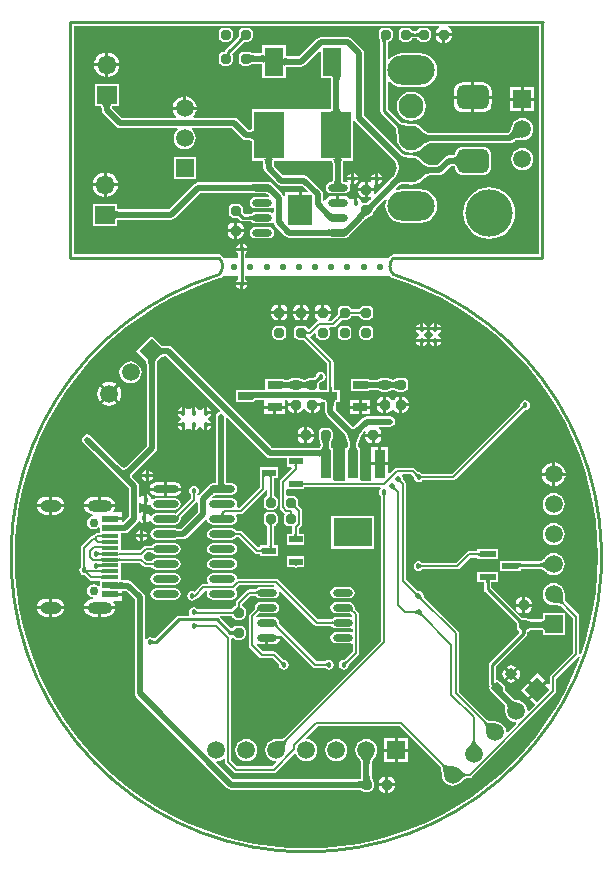
<source format=gtl>
G04*
G04 #@! TF.GenerationSoftware,Altium Limited,Altium Designer,20.0.1 (14)*
G04*
G04 Layer_Physical_Order=1*
G04 Layer_Color=255*
%FSLAX25Y25*%
%MOIN*%
G70*
G01*
G75*
%ADD15C,0.01000*%
G04:AMPARAMS|DCode=17|XSize=31.5mil|YSize=32.01mil|CornerRadius=7.87mil|HoleSize=0mil|Usage=FLASHONLY|Rotation=0.000|XOffset=0mil|YOffset=0mil|HoleType=Round|Shape=RoundedRectangle|*
%AMROUNDEDRECTD17*
21,1,0.03150,0.01626,0,0,0.0*
21,1,0.01575,0.03201,0,0,0.0*
1,1,0.01575,0.00787,-0.00813*
1,1,0.01575,-0.00787,-0.00813*
1,1,0.01575,-0.00787,0.00813*
1,1,0.01575,0.00787,0.00813*
%
%ADD17ROUNDEDRECTD17*%
%ADD18R,0.06496X0.09449*%
%ADD19R,0.09843X0.15748*%
G04:AMPARAMS|DCode=20|XSize=31.5mil|YSize=32.01mil|CornerRadius=7.87mil|HoleSize=0mil|Usage=FLASHONLY|Rotation=225.000|XOffset=0mil|YOffset=0mil|HoleType=Round|Shape=RoundedRectangle|*
%AMROUNDEDRECTD20*
21,1,0.03150,0.01626,0,0,225.0*
21,1,0.01575,0.03201,0,0,225.0*
1,1,0.01575,-0.01132,0.00018*
1,1,0.01575,-0.00018,0.01132*
1,1,0.01575,0.01132,-0.00018*
1,1,0.01575,0.00018,-0.01132*
%
%ADD20ROUNDEDRECTD20*%
%ADD21R,0.12992X0.09449*%
%ADD22R,0.03740X0.09449*%
G04:AMPARAMS|DCode=23|XSize=31.5mil|YSize=32.01mil|CornerRadius=7.87mil|HoleSize=0mil|Usage=FLASHONLY|Rotation=90.000|XOffset=0mil|YOffset=0mil|HoleType=Round|Shape=RoundedRectangle|*
%AMROUNDEDRECTD23*
21,1,0.03150,0.01626,0,0,90.0*
21,1,0.01575,0.03201,0,0,90.0*
1,1,0.01575,0.00813,0.00787*
1,1,0.01575,0.00813,-0.00787*
1,1,0.01575,-0.00813,-0.00787*
1,1,0.01575,-0.00813,0.00787*
%
%ADD23ROUNDEDRECTD23*%
%ADD24O,0.06693X0.02362*%
%ADD25R,0.04528X0.02362*%
%ADD26R,0.05512X0.01181*%
%ADD27R,0.05512X0.02362*%
%ADD28R,0.04921X0.02756*%
%ADD29R,0.07874X0.09843*%
G04:AMPARAMS|DCode=30|XSize=106.3mil|YSize=78.74mil|CornerRadius=19.68mil|HoleSize=0mil|Usage=FLASHONLY|Rotation=180.000|XOffset=0mil|YOffset=0mil|HoleType=Round|Shape=RoundedRectangle|*
%AMROUNDEDRECTD30*
21,1,0.10630,0.03937,0,0,180.0*
21,1,0.06693,0.07874,0,0,180.0*
1,1,0.03937,-0.03347,0.01968*
1,1,0.03937,0.03347,0.01968*
1,1,0.03937,0.03347,-0.01968*
1,1,0.03937,-0.03347,-0.01968*
%
%ADD30ROUNDEDRECTD30*%
%ADD31O,0.08661X0.02362*%
%ADD32R,0.05512X0.01968*%
%ADD34C,0.02953*%
%ADD38C,0.05906*%
%ADD41C,0.15748*%
%ADD42C,0.02200*%
%ADD43C,0.02000*%
%ADD44C,0.00700*%
%ADD45R,0.05906X0.05906*%
%ADD46P,0.08352X4X270.0*%
%ADD47O,0.08268X0.03937*%
%ADD48O,0.07087X0.03937*%
%ADD49C,0.08268*%
%ADD50O,0.15748X0.09843*%
%ADD51O,0.06500X0.06000*%
%ADD52R,0.06500X0.06000*%
%ADD53P,0.08352X4X180.0*%
%ADD54R,0.05906X0.05906*%
%ADD55C,0.01800*%
%ADD56C,0.02000*%
G36*
X77535Y100724D02*
X29000D01*
X28532Y100630D01*
X28135Y100365D01*
X27270Y99500D01*
X-20277D01*
Y101032D01*
X-20130Y101130D01*
X-19710Y101759D01*
X-19662Y102000D01*
X-23338D01*
X-23290Y101759D01*
X-22870Y101130D01*
X-22724Y101032D01*
Y99500D01*
X-27270D01*
X-28135Y100365D01*
X-28532Y100630D01*
X-29000Y100724D01*
X-77518D01*
Y177017D01*
X44413D01*
X44462Y176517D01*
X44362Y176497D01*
X43770Y176102D01*
X43375Y175510D01*
X43237Y174813D01*
Y174500D01*
X48456D01*
Y174813D01*
X48318Y175510D01*
X47923Y176102D01*
X47331Y176497D01*
X47231Y176517D01*
X47280Y177017D01*
X77535D01*
Y100724D01*
D02*
G37*
G36*
X28151Y93186D02*
X28547Y92921D01*
X28658Y92891D01*
X28658Y92891D01*
X28923Y92817D01*
X34475Y90902D01*
X39900Y88655D01*
X45180Y86084D01*
X50295Y83199D01*
X55227Y80010D01*
X59957Y76530D01*
X64468Y72770D01*
X68745Y68745D01*
X72770Y64468D01*
X76530Y59957D01*
X80010Y55227D01*
X83199Y50295D01*
X86084Y45180D01*
X88655Y39900D01*
X90902Y34475D01*
X92817Y28923D01*
X94394Y23266D01*
X95627Y17524D01*
X96511Y11718D01*
X97042Y5870D01*
X97220Y0D01*
X97042Y-5870D01*
X96511Y-11718D01*
X95627Y-17524D01*
X94394Y-23266D01*
X92817Y-28923D01*
X91557Y-32577D01*
X91071Y-32500D01*
Y-20000D01*
X90989Y-19590D01*
X90757Y-19243D01*
X86552Y-15038D01*
X86535Y-15017D01*
X86477Y-14922D01*
X86414Y-14778D01*
X86352Y-14587D01*
X86295Y-14350D01*
X86250Y-14085D01*
X86168Y-12965D01*
X86167Y-12633D01*
X86184Y-12500D01*
X86059Y-11546D01*
X85691Y-10658D01*
X85105Y-9895D01*
X84342Y-9309D01*
X83454Y-8941D01*
X82500Y-8816D01*
X81546Y-8941D01*
X80658Y-9309D01*
X79895Y-9895D01*
X79309Y-10658D01*
X78941Y-11546D01*
X78816Y-12500D01*
X78941Y-13454D01*
X79309Y-14342D01*
X79895Y-15105D01*
X80658Y-15691D01*
X81546Y-16059D01*
X82500Y-16184D01*
X82633Y-16167D01*
X82972Y-16168D01*
X83753Y-16210D01*
X84069Y-16247D01*
X84350Y-16295D01*
X84587Y-16352D01*
X84778Y-16414D01*
X84922Y-16477D01*
X85017Y-16535D01*
X85038Y-16552D01*
X88929Y-20444D01*
Y-32056D01*
X81540Y-39446D01*
X81308Y-39793D01*
X81226Y-40203D01*
Y-42341D01*
X80764Y-42532D01*
X80220Y-41987D01*
X77425Y-44783D01*
X74630Y-47578D01*
X76349Y-49297D01*
X74168Y-51478D01*
X73656Y-51284D01*
X73559Y-50546D01*
X73191Y-49658D01*
X72605Y-48895D01*
X71842Y-48309D01*
X70954Y-47941D01*
X70591Y-47894D01*
X70539Y-47874D01*
X70262Y-47826D01*
X70017Y-47770D01*
X69784Y-47702D01*
X69563Y-47622D01*
X69354Y-47531D01*
X69155Y-47428D01*
X68967Y-47314D01*
X68788Y-47188D01*
X68707Y-47122D01*
X66773Y-45188D01*
X66703Y-45107D01*
X66561Y-44918D01*
X66448Y-44743D01*
X66363Y-44583D01*
X66303Y-44439D01*
X66267Y-44314D01*
X66249Y-44205D01*
X66247Y-44110D01*
X66264Y-43975D01*
X66282Y-43884D01*
X66166Y-43304D01*
X65838Y-42812D01*
X64688Y-41662D01*
X64196Y-41334D01*
X63616Y-41218D01*
X63610Y-41219D01*
X63223Y-40902D01*
Y-36507D01*
X73365Y-26365D01*
X73630Y-25968D01*
X73724Y-25500D01*
Y-25197D01*
X73729Y-25132D01*
X73739Y-25065D01*
X73893Y-25035D01*
X74385Y-24706D01*
X74432Y-24636D01*
X74450Y-24615D01*
X74460Y-24608D01*
X74515Y-24578D01*
X74618Y-24539D01*
X74766Y-24498D01*
X74939Y-24464D01*
X75601Y-24407D01*
X78020D01*
X78194Y-24422D01*
X78434Y-24462D01*
X78619Y-24511D01*
X78747Y-24563D01*
X78818Y-24606D01*
X78844Y-24631D01*
X78847Y-24635D01*
Y-26153D01*
X86153D01*
Y-18847D01*
X78847D01*
Y-20711D01*
X78844Y-20716D01*
X78818Y-20740D01*
X78746Y-20784D01*
X78619Y-20835D01*
X78434Y-20885D01*
X78194Y-20925D01*
X78020Y-20940D01*
X75273D01*
X75047Y-20930D01*
X74563Y-20880D01*
X74381Y-20849D01*
X74229Y-20814D01*
X74115Y-20779D01*
X74043Y-20750D01*
X73970Y-20709D01*
X73893Y-20658D01*
X73313Y-20542D01*
X71982D01*
X71935Y-20510D01*
X71664Y-20280D01*
X61743Y-10359D01*
Y-8496D01*
X61748Y-8437D01*
X61750Y-8424D01*
X63976D01*
Y-5056D01*
X57064D01*
Y-8424D01*
X59289D01*
X59291Y-8437D01*
X59296Y-8496D01*
Y-10866D01*
X59389Y-11334D01*
X59654Y-11731D01*
X69876Y-21952D01*
X70033Y-22121D01*
X70142Y-22258D01*
X70170Y-22299D01*
Y-23634D01*
X70286Y-24214D01*
X70615Y-24706D01*
X70760Y-24803D01*
X70823Y-25447D01*
X61135Y-35135D01*
X60870Y-35532D01*
X60777Y-36000D01*
Y-42233D01*
X60870Y-42701D01*
X61135Y-43098D01*
X61183Y-43146D01*
X61101Y-43268D01*
X60985Y-43848D01*
X61101Y-44429D01*
X61430Y-44921D01*
X62579Y-46070D01*
X62897Y-46282D01*
X63958Y-47276D01*
X65996Y-49313D01*
X66075Y-49417D01*
X66179Y-49581D01*
X66262Y-49749D01*
X66327Y-49920D01*
X66374Y-50098D01*
X66403Y-50283D01*
X66415Y-50479D01*
X66408Y-50687D01*
X66378Y-50937D01*
X66382Y-50996D01*
X66316Y-51500D01*
X66441Y-52454D01*
X66809Y-53342D01*
X67395Y-54105D01*
X68158Y-54691D01*
X69046Y-55059D01*
X69784Y-55156D01*
X69978Y-55668D01*
X67097Y-58549D01*
X66585Y-58355D01*
X66488Y-57617D01*
X66120Y-56729D01*
X65534Y-55966D01*
X64771Y-55380D01*
X63882Y-55012D01*
X62929Y-54887D01*
X62796Y-54904D01*
X62457Y-54903D01*
X61676Y-54861D01*
X61360Y-54824D01*
X61079Y-54776D01*
X60842Y-54719D01*
X60651Y-54657D01*
X60507Y-54594D01*
X60412Y-54536D01*
X60391Y-54519D01*
X50852Y-44980D01*
Y-25526D01*
X50771Y-25116D01*
X50539Y-24769D01*
X50539Y-24769D01*
X39169Y-13399D01*
X39152Y-13375D01*
X39138Y-13348D01*
X39125Y-13321D01*
X39115Y-13293D01*
X39107Y-13262D01*
X39101Y-13227D01*
X39099Y-13207D01*
X39115Y-13126D01*
X38983Y-12463D01*
X38607Y-11900D01*
X38045Y-11525D01*
X37382Y-11393D01*
X37301Y-11409D01*
X37281Y-11407D01*
X37246Y-11401D01*
X37215Y-11392D01*
X37187Y-11382D01*
X37160Y-11370D01*
X37133Y-11355D01*
X37109Y-11339D01*
X33387Y-7617D01*
Y24183D01*
X33387Y24183D01*
X33306Y24593D01*
X33074Y24940D01*
X32287Y25727D01*
X32271Y25751D01*
X32256Y25778D01*
X32244Y25805D01*
X32234Y25833D01*
X32225Y25864D01*
X32219Y25899D01*
X32217Y25919D01*
X32233Y26000D01*
X32101Y26663D01*
X31924Y26929D01*
X32191Y27429D01*
X35056D01*
X35837Y26649D01*
X35849Y26633D01*
X35861Y26612D01*
X35870Y26594D01*
X35876Y26578D01*
X35881Y26564D01*
X35881Y26561D01*
X35869Y26500D01*
X35993Y25876D01*
X36347Y25346D01*
X36876Y24993D01*
X37500Y24869D01*
X38124Y24993D01*
X38653Y25346D01*
X38688Y25399D01*
X38690Y25400D01*
X38703Y25407D01*
X38719Y25414D01*
X38738Y25420D01*
X38762Y25426D01*
X38782Y25429D01*
X49000D01*
X49410Y25511D01*
X49757Y25743D01*
X72851Y48837D01*
X72867Y48849D01*
X72888Y48861D01*
X72906Y48870D01*
X72922Y48876D01*
X72936Y48880D01*
X72939Y48881D01*
X73000Y48869D01*
X73624Y48993D01*
X74154Y49347D01*
X74507Y49876D01*
X74631Y50500D01*
X74507Y51124D01*
X74154Y51653D01*
X73624Y52007D01*
X73000Y52131D01*
X72376Y52007D01*
X71846Y51653D01*
X71493Y51124D01*
X71369Y50500D01*
X71381Y50438D01*
X71380Y50436D01*
X71376Y50422D01*
X71370Y50406D01*
X71361Y50388D01*
X71349Y50367D01*
X71337Y50351D01*
X48557Y27571D01*
X38782D01*
X38762Y27574D01*
X38738Y27580D01*
X38719Y27586D01*
X38703Y27593D01*
X38690Y27600D01*
X38688Y27601D01*
X38653Y27654D01*
X38124Y28007D01*
X37500Y28131D01*
X37438Y28119D01*
X37436Y28120D01*
X37422Y28124D01*
X37407Y28130D01*
X37389Y28139D01*
X37367Y28152D01*
X37351Y28163D01*
X36257Y29257D01*
X35910Y29489D01*
X35500Y29571D01*
X30101D01*
X29691Y29489D01*
X29344Y29257D01*
X27848Y27761D01*
X27386Y27952D01*
Y30417D01*
X21646D01*
Y25330D01*
X18503D01*
X18070Y25493D01*
X18070Y25830D01*
Y35621D01*
X18072Y35630D01*
X18070Y35638D01*
Y36342D01*
X17462D01*
X17437Y36393D01*
X17393Y36532D01*
X17354Y36718D01*
X17310Y37164D01*
Y37366D01*
X17339Y37720D01*
X17374Y37942D01*
X17419Y38156D01*
X17473Y38354D01*
X17536Y38535D01*
X17605Y38701D01*
X17682Y38851D01*
X17780Y39012D01*
X17782Y39017D01*
X17842Y39107D01*
X17864Y39219D01*
X17867Y39225D01*
X17933Y39511D01*
X18008Y39769D01*
X18098Y40020D01*
X18203Y40264D01*
X18322Y40501D01*
X18457Y40732D01*
X18606Y40957D01*
X18771Y41176D01*
X18862Y41283D01*
X19310Y41731D01*
X19771Y41484D01*
X19737Y41313D01*
Y41000D01*
X22346D01*
X24956D01*
Y41313D01*
X24817Y42010D01*
X24422Y42602D01*
X24175Y42767D01*
X24327Y43267D01*
X28000D01*
X28663Y43399D01*
X29226Y43774D01*
X29601Y44337D01*
X29733Y45000D01*
X29601Y45663D01*
X29226Y46226D01*
X28663Y46601D01*
X28000Y46733D01*
X20128D01*
X19465Y46601D01*
X18902Y46226D01*
X16400Y43723D01*
X16299Y43637D01*
X16080Y43470D01*
X15857Y43320D01*
X15654Y43199D01*
X15450Y43320D01*
X15227Y43470D01*
X15008Y43637D01*
X14907Y43723D01*
X9812Y48818D01*
Y50594D01*
X9827Y50769D01*
X9867Y51009D01*
X9917Y51194D01*
X9968Y51321D01*
X10012Y51393D01*
X10036Y51419D01*
X10041Y51422D01*
X11239D01*
Y55578D01*
X9186D01*
X9149Y56061D01*
Y64825D01*
X9068Y65235D01*
X8836Y65582D01*
X1307Y73111D01*
X1502Y73623D01*
X1711Y73664D01*
X2058Y73896D01*
X2709Y74547D01*
X3170Y74356D01*
Y73866D01*
X3286Y73286D01*
X3615Y72794D01*
X4107Y72465D01*
X4687Y72350D01*
X6313D01*
X6893Y72465D01*
X7385Y72794D01*
X7714Y73286D01*
X7829Y73866D01*
Y75441D01*
X7741Y75886D01*
X8026Y76386D01*
X8861D01*
X9270Y76468D01*
X9618Y76700D01*
X11883Y78966D01*
X11936Y79013D01*
X11974Y79043D01*
X13563D01*
X14143Y79158D01*
X14635Y79487D01*
X14964Y79979D01*
X15023Y80276D01*
X17727D01*
X17786Y79979D01*
X18115Y79487D01*
X18607Y79158D01*
X19187Y79043D01*
X20813D01*
X21393Y79158D01*
X21885Y79487D01*
X22214Y79979D01*
X22330Y80559D01*
Y82134D01*
X22214Y82714D01*
X21885Y83206D01*
X21393Y83535D01*
X20813Y83650D01*
X19187D01*
X18607Y83535D01*
X18115Y83206D01*
X17786Y82714D01*
X17727Y82417D01*
X15023D01*
X14964Y82714D01*
X14635Y83206D01*
X14143Y83535D01*
X13563Y83650D01*
X11937D01*
X11357Y83535D01*
X10865Y83206D01*
X10536Y82714D01*
X10420Y82134D01*
Y80559D01*
X10422Y80549D01*
X10335Y80445D01*
X8417Y78528D01*
X7390D01*
X7238Y79028D01*
X7602Y79270D01*
X7997Y79862D01*
X8135Y80559D01*
Y80846D01*
X5500D01*
X2865D01*
Y80559D01*
X3003Y79862D01*
X3398Y79270D01*
X3829Y78983D01*
X3737Y78455D01*
X3695Y78446D01*
X3348Y78214D01*
X3348Y78214D01*
X1004Y75870D01*
X470Y75994D01*
X464Y76021D01*
X135Y76513D01*
X-357Y76842D01*
X-937Y76957D01*
X-2563D01*
X-3143Y76842D01*
X-3635Y76513D01*
X-3964Y76021D01*
X-4079Y75441D01*
Y73866D01*
X-3964Y73286D01*
X-3635Y72794D01*
X-3143Y72465D01*
X-2563Y72350D01*
X-978D01*
X-865Y72255D01*
X7008Y64381D01*
Y56114D01*
X7001Y55783D01*
X6987Y55589D01*
X4558D01*
X4250Y56089D01*
X4329Y56486D01*
Y57821D01*
X4353Y57854D01*
X4583Y58126D01*
X4832Y58375D01*
X4863Y58369D01*
X5488Y58493D01*
X6017Y58846D01*
X6371Y59376D01*
X6495Y60000D01*
X6371Y60624D01*
X6017Y61154D01*
X5488Y61507D01*
X4863Y61631D01*
X4239Y61507D01*
X3710Y61154D01*
X3356Y60624D01*
X3294Y60311D01*
X3209Y60212D01*
X2877Y59881D01*
X2709Y59725D01*
X2573Y59615D01*
X2518Y59577D01*
X1187D01*
X782Y59497D01*
X778Y59497D01*
X772Y59495D01*
X607Y59462D01*
X520Y59404D01*
X516Y59402D01*
X374Y59317D01*
X242Y59252D01*
X89Y59191D01*
X-75Y59139D01*
X-506Y59045D01*
X-724Y59015D01*
X-1012Y59048D01*
X-1220Y59088D01*
X-1415Y59136D01*
X-1589Y59191D01*
X-1742Y59252D01*
X-1874Y59317D01*
X-2016Y59402D01*
X-2020Y59404D01*
X-2107Y59462D01*
X-2272Y59495D01*
X-2278Y59497D01*
X-2282Y59497D01*
X-2687Y59577D01*
X-4313D01*
X-4718Y59497D01*
X-4722Y59497D01*
X-4728Y59495D01*
X-4893Y59462D01*
X-4980Y59404D01*
X-4984Y59402D01*
X-5126Y59317D01*
X-5258Y59252D01*
X-5411Y59191D01*
X-5576Y59139D01*
X-6006Y59045D01*
X-6226Y59015D01*
X-6572Y58990D01*
X-6898D01*
X-7333Y59022D01*
X-7418Y59035D01*
Y59318D01*
X-8122D01*
X-8130Y59320D01*
X-8139Y59318D01*
X-13739D01*
Y55589D01*
X-20066D01*
X-20119Y55578D01*
X-23582D01*
Y51422D01*
X-17981D01*
X-17973Y51420D01*
X-17964Y51422D01*
X-17261D01*
Y51988D01*
X-17227Y52003D01*
X-17083Y52046D01*
X-16892Y52083D01*
X-16458Y52122D01*
X-14039D01*
Y50260D01*
X-10579D01*
X-7118D01*
Y52122D01*
X-6495D01*
X-6085Y51622D01*
X-6135Y51368D01*
Y51080D01*
X-3500D01*
Y50580D01*
X-3000D01*
Y47971D01*
X-2687D01*
X-1990Y48109D01*
X-1398Y48504D01*
X-1006Y49092D01*
X-986Y49095D01*
X-514D01*
X-494Y49092D01*
X-102Y48504D01*
X490Y48109D01*
X1187Y47971D01*
X1500D01*
Y50580D01*
X2000D01*
Y51080D01*
X4666D01*
X4900Y51398D01*
X5117Y51422D01*
X5621D01*
X5630Y51420D01*
X5639Y51422D01*
X6117D01*
X6121Y51419D01*
X6146Y51393D01*
X6189Y51321D01*
X6241Y51194D01*
X6290Y51009D01*
X6330Y50769D01*
X6345Y50594D01*
Y48100D01*
X6477Y47437D01*
X6853Y46875D01*
X12445Y41283D01*
X12536Y41176D01*
X12701Y40957D01*
X12851Y40732D01*
X12985Y40501D01*
X13104Y40264D01*
X13209Y40020D01*
X13299Y39769D01*
X13374Y39511D01*
X13440Y39225D01*
X13443Y39219D01*
X13465Y39107D01*
X13519Y39026D01*
X13520Y39024D01*
X13585Y38913D01*
X13632Y38809D01*
X13675Y38686D01*
X13766Y38308D01*
X13797Y38111D01*
X13844Y37476D01*
Y37155D01*
X13830Y36994D01*
X13792Y36752D01*
X13745Y36565D01*
X13696Y36436D01*
X13655Y36365D01*
X13641Y36348D01*
X13587Y36342D01*
X12930D01*
Y35638D01*
X12928Y35630D01*
X12930Y35621D01*
Y25830D01*
X12930Y25493D01*
X12497Y25330D01*
X9487D01*
X9054Y25493D01*
Y35621D01*
X9056Y35630D01*
X9054Y35638D01*
Y36342D01*
X8400D01*
X8399Y36342D01*
X8362Y36413D01*
X8315Y36547D01*
X8271Y36740D01*
X8236Y36987D01*
X8225Y37129D01*
Y37514D01*
X8283Y38020D01*
X8321Y38229D01*
X8369Y38424D01*
X8423Y38597D01*
X8483Y38748D01*
X8546Y38878D01*
X8629Y39017D01*
X8631Y39020D01*
X8688Y39107D01*
X8722Y39273D01*
X8724Y39279D01*
X8723Y39282D01*
X8804Y39687D01*
Y41313D01*
X8688Y41893D01*
X8360Y42385D01*
X7868Y42714D01*
X7287Y42829D01*
X5713D01*
X5132Y42714D01*
X4640Y42385D01*
X4312Y41893D01*
X4196Y41313D01*
Y39687D01*
X4276Y39283D01*
X4276Y39280D01*
X4278Y39275D01*
X4312Y39107D01*
X4369Y39021D01*
X4370Y39018D01*
X4450Y38884D01*
X4510Y38759D01*
X4567Y38611D01*
X4617Y38449D01*
X4706Y38019D01*
X4736Y37795D01*
X4759Y37456D01*
Y37134D01*
X4748Y36988D01*
X4712Y36742D01*
X4668Y36551D01*
X4620Y36417D01*
X4598Y36375D01*
X-11424D01*
X-44774Y69726D01*
X-45337Y70101D01*
X-46000Y70233D01*
X-47257D01*
X-47775Y70266D01*
X-47992Y70292D01*
X-48152Y70320D01*
X-48154Y70321D01*
X-48155Y70322D01*
X-48160Y70326D01*
X-48173Y70338D01*
X-48178Y70346D01*
X-48185Y70351D01*
X-51500Y73666D01*
X-56666Y68500D01*
X-54009Y65844D01*
X-54005Y65837D01*
X-53997Y65832D01*
X-53390Y65224D01*
X-53357Y65104D01*
X-53298Y64778D01*
X-53233Y63997D01*
Y36932D01*
X-60184Y29981D01*
X-60375Y29848D01*
X-60555Y29757D01*
X-60713Y29710D01*
X-60857Y29695D01*
X-61001Y29710D01*
X-61159Y29757D01*
X-61339Y29848D01*
X-61530Y29981D01*
X-71774Y40226D01*
X-72337Y40601D01*
X-73000Y40733D01*
X-73663Y40601D01*
X-74226Y40226D01*
X-74601Y39663D01*
X-74733Y39000D01*
X-74601Y38337D01*
X-74226Y37774D01*
X-62083Y25631D01*
X-59233Y22782D01*
Y13218D01*
X-61057Y11394D01*
X-61557Y11438D01*
Y12098D01*
X-65313D01*
Y13098D01*
X-61557D01*
Y14780D01*
X-64078D01*
X-64325Y15280D01*
X-64147Y15511D01*
X-63848Y16233D01*
X-63812Y16508D01*
X-73999D01*
X-73963Y16233D01*
X-73664Y15511D01*
X-73188Y14891D01*
X-72568Y14415D01*
X-71846Y14116D01*
X-71233Y14035D01*
X-71217Y13529D01*
X-71723Y13428D01*
X-72443Y12947D01*
X-72924Y12227D01*
X-73093Y11378D01*
X-72924Y10529D01*
X-72443Y9809D01*
X-71723Y9328D01*
X-70874Y9159D01*
X-70025Y9328D01*
X-69305Y9809D01*
X-69269Y9862D01*
X-68769Y9711D01*
Y7960D01*
X-69590D01*
X-70000Y7879D01*
X-70347Y7647D01*
X-70757Y7237D01*
X-70868Y7071D01*
X-71000D01*
X-71410Y6989D01*
X-71757Y6757D01*
X-74757Y3757D01*
X-74989Y3410D01*
X-75071Y3000D01*
Y-3218D01*
X-75074Y-3238D01*
X-75080Y-3262D01*
X-75086Y-3281D01*
X-75093Y-3297D01*
X-75100Y-3310D01*
X-75101Y-3312D01*
X-75153Y-3347D01*
X-75507Y-3876D01*
X-75631Y-4500D01*
X-75507Y-5124D01*
X-75153Y-5654D01*
X-74624Y-6007D01*
X-74000Y-6131D01*
X-73939Y-6119D01*
X-73936Y-6120D01*
X-73922Y-6124D01*
X-73906Y-6130D01*
X-73888Y-6139D01*
X-73867Y-6151D01*
X-73851Y-6163D01*
X-72367Y-7647D01*
X-72367Y-7647D01*
X-72020Y-7879D01*
X-71610Y-7960D01*
X-71610Y-7960D01*
X-68769D01*
Y-9711D01*
X-69269Y-9863D01*
X-69305Y-9809D01*
X-70025Y-9328D01*
X-70874Y-9159D01*
X-71723Y-9328D01*
X-72443Y-9809D01*
X-72924Y-10529D01*
X-73093Y-11378D01*
X-72924Y-12227D01*
X-72443Y-12947D01*
X-71723Y-13428D01*
X-71218Y-13529D01*
X-71234Y-14035D01*
X-71846Y-14116D01*
X-72568Y-14415D01*
X-73188Y-14891D01*
X-73664Y-15511D01*
X-73963Y-16233D01*
X-73999Y-16508D01*
X-63812D01*
X-63848Y-16233D01*
X-64147Y-15511D01*
X-64325Y-15280D01*
X-64078Y-14780D01*
X-61557D01*
Y-13098D01*
X-65313D01*
Y-12098D01*
X-61557D01*
Y-11363D01*
X-60088D01*
X-57233Y-14218D01*
Y-45580D01*
X-57101Y-46243D01*
X-56726Y-46806D01*
X-26306Y-77226D01*
X-25743Y-77601D01*
X-25080Y-77733D01*
X17175D01*
X17682Y-77793D01*
X17889Y-77833D01*
X18085Y-77882D01*
X18260Y-77938D01*
X18415Y-78000D01*
X18550Y-78067D01*
X18695Y-78154D01*
X18698Y-78156D01*
X18786Y-78214D01*
X18950Y-78247D01*
X18956Y-78249D01*
X18960Y-78249D01*
X19366Y-78329D01*
X20941D01*
X21521Y-78214D01*
X22013Y-77885D01*
X22342Y-77393D01*
X22457Y-76813D01*
Y-75187D01*
X22376Y-74778D01*
X22376Y-74774D01*
X22374Y-74767D01*
X22342Y-74607D01*
X22282Y-74517D01*
X22280Y-74512D01*
X22182Y-74351D01*
X22105Y-74200D01*
X22035Y-74035D01*
X21973Y-73854D01*
X21919Y-73656D01*
X21874Y-73442D01*
X21839Y-73220D01*
X21810Y-72866D01*
Y-68710D01*
X21824Y-68589D01*
X21865Y-68384D01*
X21922Y-68184D01*
X21996Y-67988D01*
X22086Y-67796D01*
X22195Y-67607D01*
X22321Y-67420D01*
X22468Y-67234D01*
X22538Y-67156D01*
X22605Y-67105D01*
X23191Y-66342D01*
X23559Y-65454D01*
X23684Y-64500D01*
X23559Y-63546D01*
X23191Y-62658D01*
X22605Y-61895D01*
X21842Y-61309D01*
X20954Y-60941D01*
X20000Y-60816D01*
X19046Y-60941D01*
X18158Y-61309D01*
X17395Y-61895D01*
X16809Y-62658D01*
X16441Y-63546D01*
X16316Y-64500D01*
X16441Y-65454D01*
X16809Y-66342D01*
X17395Y-67105D01*
X17515Y-67197D01*
X17673Y-67355D01*
X17822Y-67528D01*
X17951Y-67703D01*
X18061Y-67882D01*
X18153Y-68065D01*
X18228Y-68253D01*
X18286Y-68446D01*
X18328Y-68647D01*
X18343Y-68771D01*
Y-73118D01*
X18327Y-73343D01*
X18262Y-73827D01*
X18224Y-74011D01*
X18205Y-74079D01*
X18094Y-74115D01*
X17664Y-74210D01*
X17445Y-74241D01*
X17098Y-74267D01*
X-24362D01*
X-29954Y-68675D01*
X-29768Y-68154D01*
X-29046Y-68059D01*
X-28158Y-67691D01*
X-27568Y-67238D01*
X-27068Y-67463D01*
Y-68503D01*
X-26986Y-68913D01*
X-26754Y-69260D01*
X-24257Y-71757D01*
X-23910Y-71989D01*
X-23500Y-72071D01*
X-10839D01*
X-10430Y-71989D01*
X-10082Y-71757D01*
X-4006Y-65681D01*
X-3416Y-65798D01*
X-3191Y-66342D01*
X-2605Y-67105D01*
X-1842Y-67691D01*
X-954Y-68059D01*
X0Y-68184D01*
X954Y-68059D01*
X1842Y-67691D01*
X2605Y-67105D01*
X3191Y-66342D01*
X3559Y-65454D01*
X3684Y-64500D01*
X3559Y-63546D01*
X3191Y-62658D01*
X2605Y-61895D01*
X1842Y-61309D01*
X954Y-60941D01*
X216Y-60844D01*
X22Y-60332D01*
X3783Y-56571D01*
X31130D01*
X44735Y-70175D01*
X44752Y-70196D01*
X44809Y-70292D01*
X44872Y-70435D01*
X44935Y-70626D01*
X44991Y-70863D01*
X45037Y-71128D01*
X45119Y-72248D01*
X45120Y-72580D01*
X45103Y-72713D01*
X45228Y-73667D01*
X45596Y-74555D01*
X46182Y-75318D01*
X46945Y-75904D01*
X47833Y-76272D01*
X48787Y-76398D01*
X49740Y-76272D01*
X50629Y-75904D01*
X51392Y-75318D01*
X51474Y-75212D01*
X51714Y-74973D01*
X52296Y-74450D01*
X52546Y-74253D01*
X52779Y-74089D01*
X52986Y-73961D01*
X53166Y-73870D01*
X53312Y-73813D01*
X53420Y-73786D01*
X53447Y-73784D01*
X54448D01*
X54857Y-73702D01*
X55205Y-73470D01*
X83054Y-45621D01*
X83286Y-45274D01*
X83368Y-44864D01*
Y-40647D01*
X90757Y-33257D01*
X90832Y-33145D01*
X91283Y-33369D01*
X90902Y-34475D01*
X88655Y-39900D01*
X86084Y-45180D01*
X83199Y-50295D01*
X80010Y-55227D01*
X76530Y-59957D01*
X72770Y-64468D01*
X68745Y-68745D01*
X64468Y-72770D01*
X59957Y-76530D01*
X55227Y-80010D01*
X50295Y-83199D01*
X45180Y-86084D01*
X39900Y-88655D01*
X34475Y-90902D01*
X28923Y-92817D01*
X23266Y-94394D01*
X17524Y-95627D01*
X11718Y-96511D01*
X5870Y-97042D01*
X0Y-97220D01*
X-5870Y-97042D01*
X-11718Y-96511D01*
X-17524Y-95627D01*
X-23266Y-94394D01*
X-28923Y-92817D01*
X-34475Y-90902D01*
X-39900Y-88655D01*
X-45180Y-86084D01*
X-50295Y-83199D01*
X-55227Y-80010D01*
X-59957Y-76530D01*
X-64468Y-72770D01*
X-68745Y-68745D01*
X-72770Y-64468D01*
X-76530Y-59957D01*
X-80010Y-55227D01*
X-83199Y-50295D01*
X-86084Y-45180D01*
X-88655Y-39900D01*
X-90902Y-34475D01*
X-92817Y-28923D01*
X-94394Y-23266D01*
X-95627Y-17524D01*
X-96511Y-11718D01*
X-97042Y-5870D01*
X-97220Y0D01*
X-97042Y5870D01*
X-96511Y11718D01*
X-95627Y17524D01*
X-94394Y23266D01*
X-92817Y28923D01*
X-90902Y34475D01*
X-88655Y39900D01*
X-86084Y45180D01*
X-83199Y50295D01*
X-80010Y55227D01*
X-76530Y59957D01*
X-72770Y64468D01*
X-68745Y68745D01*
X-64468Y72770D01*
X-59957Y76530D01*
X-55227Y80010D01*
X-50295Y83199D01*
X-45180Y86084D01*
X-39900Y88655D01*
X-34475Y90902D01*
X-29136Y92744D01*
X-28658Y92891D01*
X-28547Y92921D01*
X-28151Y93186D01*
X-27836Y93500D01*
X-22724D01*
Y92468D01*
X-22870Y92370D01*
X-23290Y91741D01*
X-23338Y91500D01*
X-19662D01*
X-19710Y91741D01*
X-20130Y92370D01*
X-20277Y92468D01*
Y93500D01*
X27836D01*
X28151Y93186D01*
D02*
G37*
G36*
X18408Y80647D02*
X18401Y80713D01*
X18380Y80773D01*
X18344Y80825D01*
X18294Y80870D01*
X18230Y80909D01*
X18152Y80941D01*
X18059Y80965D01*
X17953Y80983D01*
X17832Y80993D01*
X17696Y80997D01*
Y81696D01*
X17832Y81700D01*
X17953Y81710D01*
X18059Y81728D01*
X18152Y81753D01*
X18230Y81784D01*
X18294Y81823D01*
X18344Y81868D01*
X18380Y81920D01*
X18401Y81980D01*
X18408Y82047D01*
Y80647D01*
D02*
G37*
G36*
X14349Y81980D02*
X14370Y81920D01*
X14406Y81868D01*
X14456Y81823D01*
X14520Y81784D01*
X14598Y81753D01*
X14691Y81728D01*
X14797Y81710D01*
X14918Y81700D01*
X15054Y81696D01*
Y80997D01*
X14918Y80993D01*
X14797Y80983D01*
X14691Y80965D01*
X14598Y80941D01*
X14520Y80909D01*
X14456Y80870D01*
X14406Y80825D01*
X14370Y80773D01*
X14349Y80713D01*
X14342Y80647D01*
Y82047D01*
X14349Y81980D01*
D02*
G37*
G36*
X12162Y79781D02*
X12108Y79818D01*
X12045Y79837D01*
X11973Y79838D01*
X11892Y79819D01*
X11802Y79782D01*
X11703Y79727D01*
X11595Y79653D01*
X11478Y79560D01*
X11352Y79448D01*
X11217Y79318D01*
X10705Y79796D01*
X10836Y79932D01*
X11040Y80175D01*
X11114Y80283D01*
X11169Y80381D01*
X11205Y80470D01*
X11222Y80550D01*
X11220Y80620D01*
X11198Y80681D01*
X11158Y80733D01*
X12162Y79781D01*
D02*
G37*
G36*
X-151Y75287D02*
X-130Y75227D01*
X-94Y75175D01*
X-45Y75129D01*
X20Y75091D01*
X98Y75060D01*
X190Y75035D01*
X297Y75018D01*
X418Y75007D01*
X554Y75003D01*
Y74304D01*
X418Y74300D01*
X297Y74290D01*
X190Y74272D01*
X98Y74248D01*
X20Y74216D01*
X-45Y74177D01*
X-94Y74132D01*
X-130Y74080D01*
X-151Y74020D01*
X-158Y73953D01*
Y75353D01*
X-151Y75287D01*
D02*
G37*
G36*
X-1051Y75230D02*
X-990Y75183D01*
X-927Y75141D01*
X-859Y75104D01*
X-788Y75074D01*
X-714Y75048D01*
X-636Y75029D01*
X-555Y75015D01*
X-470Y75006D01*
X-381Y75003D01*
Y74304D01*
X-470Y74301D01*
X-555Y74292D01*
X-636Y74278D01*
X-714Y74259D01*
X-760Y74243D01*
X-738Y74200D01*
X-697Y74131D01*
X-649Y74064D01*
X-595Y73998D01*
X-534Y73933D01*
X-1029Y73438D01*
X-1094Y73499D01*
X-1160Y73553D01*
X-1228Y73601D01*
X-1297Y73642D01*
X-1367Y73677D01*
X-1439Y73705D01*
X-1512Y73727D01*
X-1587Y73742D01*
X-1663Y73751D01*
X-1741Y73754D01*
X-1107Y74387D01*
Y75284D01*
X-1051Y75230D01*
D02*
G37*
G36*
X-198Y73988D02*
X-220Y73927D01*
X-222Y73857D01*
X-205Y73777D01*
X-169Y73688D01*
X-114Y73590D01*
X-40Y73482D01*
X53Y73365D01*
X164Y73239D01*
X295Y73103D01*
X-217Y72625D01*
X-352Y72755D01*
X-595Y72960D01*
X-703Y73034D01*
X-802Y73090D01*
X-892Y73127D01*
X-973Y73145D01*
X-1045Y73144D01*
X-1108Y73125D01*
X-1162Y73088D01*
X-158Y74040D01*
X-198Y73988D01*
D02*
G37*
G36*
X-48659Y69776D02*
X-48589Y69718D01*
X-48472Y69667D01*
X-48308Y69623D01*
X-48097Y69585D01*
X-47839Y69555D01*
X-47184Y69514D01*
X-46341Y69500D01*
Y67500D01*
X-46786Y67497D01*
X-48097Y67415D01*
X-48308Y67377D01*
X-48472Y67333D01*
X-48589Y67282D01*
X-48659Y67224D01*
X-48682Y67159D01*
Y69841D01*
X-48659Y69776D01*
D02*
G37*
G36*
X-49690Y66311D02*
X-49860Y66221D01*
X-50010Y66071D01*
X-50140Y65861D01*
X-50250Y65591D01*
X-50340Y65261D01*
X-50410Y64871D01*
X-50460Y64421D01*
X-50500Y63341D01*
X-52500D01*
X-52510Y63911D01*
X-52590Y64871D01*
X-52660Y65261D01*
X-52750Y65591D01*
X-52860Y65861D01*
X-52990Y66071D01*
X-53140Y66221D01*
X-53310Y66311D01*
X-53500Y66341D01*
X-49500D01*
X-49690Y66311D01*
D02*
G37*
G36*
X4758Y59106D02*
X4717Y59107D01*
X4673Y59100D01*
X4626Y59085D01*
X4575Y59062D01*
X4521Y59032D01*
X4463Y58994D01*
X4402Y58948D01*
X4269Y58833D01*
X4249Y58813D01*
X4096Y58655D01*
X3786Y58290D01*
X3674Y58129D01*
X3590Y57982D01*
X3534Y57850D01*
X3506Y57732D01*
X3506Y57628D01*
X3535Y57538D01*
X3592Y57463D01*
X3298Y57745D01*
X3124Y57547D01*
X3055Y57434D01*
X3014Y57342D01*
X3000Y57273D01*
X1999Y58273D01*
X2069Y58287D01*
X2160Y58328D01*
X2273Y58398D01*
X2408Y58494D01*
X2469Y58545D01*
X2164Y58839D01*
X2241Y58785D01*
X2333Y58758D01*
X2439Y58760D01*
X2558Y58789D01*
X2692Y58846D01*
X2839Y58931D01*
X3001Y59044D01*
X3176Y59184D01*
X3549Y59531D01*
X3616Y59597D01*
X3653Y59635D01*
X3864Y59879D01*
X3899Y59930D01*
X3927Y59975D01*
X3947Y60017D01*
X3961Y60055D01*
X3968Y60088D01*
X4758Y59106D01*
D02*
G37*
G36*
X884Y55755D02*
X725Y55851D01*
X547Y55936D01*
X350Y56011D01*
X134Y56076D01*
X-101Y56131D01*
X-355Y56177D01*
X-708Y56214D01*
X-1145Y56177D01*
X-1399Y56131D01*
X-1634Y56076D01*
X-1850Y56011D01*
X-2047Y55936D01*
X-2225Y55851D01*
X-2385Y55755D01*
Y58791D01*
X-2216Y58689D01*
X-2031Y58599D01*
X-1828Y58519D01*
X-1609Y58449D01*
X-1372Y58390D01*
X-1119Y58342D01*
X-739Y58298D01*
X-651Y58305D01*
X-381Y58342D01*
X109Y58449D01*
X328Y58519D01*
X531Y58599D01*
X716Y58689D01*
X884Y58791D01*
Y55755D01*
D02*
G37*
G36*
X-4615D02*
X-4775Y55851D01*
X-4953Y55936D01*
X-5150Y56011D01*
X-5366Y56076D01*
X-5601Y56131D01*
X-5855Y56177D01*
X-6419Y56237D01*
X-6615Y56246D01*
X-7410Y56195D01*
X-7630Y56161D01*
X-7810Y56119D01*
X-7950Y56069D01*
X-8050Y56012D01*
X-8110Y55947D01*
X-8130Y55874D01*
Y58606D01*
X-8110Y58540D01*
X-8050Y58480D01*
X-7950Y58428D01*
X-7810Y58382D01*
X-7630Y58344D01*
X-7410Y58313D01*
X-6850Y58271D01*
X-6672Y58267D01*
X-6151Y58305D01*
X-5881Y58342D01*
X-5391Y58449D01*
X-5172Y58519D01*
X-4969Y58599D01*
X-4784Y58689D01*
X-4615Y58791D01*
Y55755D01*
D02*
G37*
G36*
X8432Y56077D02*
X8510Y55047D01*
X8516Y55032D01*
X8555Y54968D01*
X8600Y54918D01*
X8653Y54882D01*
X8712Y54861D01*
X8779Y54854D01*
X8535D01*
X8557Y54735D01*
X8604Y54558D01*
X8658Y54410D01*
X8718Y54293D01*
X8786Y54207D01*
X7371D01*
X7439Y54293D01*
X7500Y54410D01*
X7553Y54558D01*
X7600Y54735D01*
X7622Y54854D01*
X7379D01*
X7445Y54861D01*
X7505Y54882D01*
X7557Y54918D01*
X7603Y54968D01*
X7641Y55032D01*
X7656Y55070D01*
X7671Y55181D01*
X7714Y55748D01*
X7729Y56437D01*
X8429D01*
X8432Y56077D01*
D02*
G37*
G36*
X5630Y52134D02*
X5610Y52271D01*
X5550Y52394D01*
X5450Y52502D01*
X5310Y52596D01*
X5130Y52675D01*
X4910Y52740D01*
X4650Y52790D01*
X4350Y52826D01*
X4010Y52848D01*
X3630Y52855D01*
Y54855D01*
X5630Y54866D01*
Y52134D01*
D02*
G37*
G36*
X-17953Y54864D02*
X-17893Y54862D01*
X-15973Y54855D01*
Y52855D01*
X-16353Y52848D01*
X-16993Y52790D01*
X-17253Y52740D01*
X-17473Y52675D01*
X-17653Y52596D01*
X-17793Y52502D01*
X-17893Y52394D01*
X-17953Y52271D01*
X-17973Y52134D01*
Y54866D01*
X-17953Y54864D01*
D02*
G37*
G36*
X9889Y52126D02*
X9719Y52066D01*
X9569Y51965D01*
X9439Y51824D01*
X9329Y51643D01*
X9239Y51422D01*
X9169Y51160D01*
X9119Y50858D01*
X9089Y50516D01*
X9079Y50134D01*
X7079D01*
X7069Y50516D01*
X7039Y50858D01*
X6989Y51160D01*
X6919Y51422D01*
X6829Y51643D01*
X6719Y51824D01*
X6589Y51965D01*
X6439Y52066D01*
X6269Y52126D01*
X6079Y52146D01*
X10079D01*
X9889Y52126D01*
D02*
G37*
G36*
X72991Y49600D02*
X72913Y49598D01*
X72837Y49589D01*
X72762Y49573D01*
X72689Y49551D01*
X72617Y49523D01*
X72547Y49488D01*
X72478Y49447D01*
X72410Y49399D01*
X72344Y49345D01*
X72279Y49284D01*
X71784Y49779D01*
X71845Y49844D01*
X71899Y49910D01*
X71947Y49978D01*
X71988Y50047D01*
X72023Y50117D01*
X72051Y50189D01*
X72073Y50262D01*
X72089Y50337D01*
X72098Y50413D01*
X72100Y50491D01*
X72991Y49600D01*
D02*
G37*
G36*
X18646Y42104D02*
X18421Y41867D01*
X18214Y41622D01*
X18024Y41369D01*
X17851Y41109D01*
X17695Y40841D01*
X17556Y40565D01*
X17434Y40282D01*
X17329Y39990D01*
X17242Y39691D01*
X17171Y39384D01*
X17058Y39200D01*
X16957Y39001D01*
X16868Y38789D01*
X16791Y38564D01*
X16725Y38324D01*
X16672Y38071D01*
X16630Y37805D01*
X16585Y37253D01*
X16585Y37250D01*
X16647Y36610D01*
X16702Y36350D01*
X16772Y36130D01*
X16858Y35950D01*
X16960Y35810D01*
X17077Y35710D01*
X17210Y35650D01*
X17358Y35630D01*
X13642D01*
X13819Y35650D01*
X13979Y35710D01*
X14119Y35810D01*
X14240Y35950D01*
X14343Y36130D01*
X14427Y36350D01*
X14493Y36610D01*
X14539Y36910D01*
X14567Y37250D01*
X14570Y37335D01*
X14506Y38193D01*
X14467Y38447D01*
X14361Y38888D01*
X14295Y39076D01*
X14220Y39241D01*
X14136Y39384D01*
X14065Y39691D01*
X13978Y39990D01*
X13873Y40282D01*
X13751Y40565D01*
X13613Y40841D01*
X13457Y41109D01*
X13284Y41369D01*
X13093Y41622D01*
X12886Y41867D01*
X12661Y42104D01*
X14076Y43518D01*
X14314Y43291D01*
X14559Y43082D01*
X14810Y42890D01*
X15068Y42716D01*
X15332Y42560D01*
X15601Y42422D01*
X15654Y42399D01*
X15706Y42422D01*
X15976Y42560D01*
X16239Y42716D01*
X16497Y42890D01*
X16748Y43082D01*
X16993Y43291D01*
X17232Y43518D01*
X18646Y42104D01*
D02*
G37*
G36*
X7918Y39218D02*
X7829Y39035D01*
X7750Y38834D01*
X7681Y38615D01*
X7623Y38379D01*
X7576Y38126D01*
X7513Y37566D01*
X7500Y37301D01*
X7501Y37250D01*
X7526Y36910D01*
X7569Y36610D01*
X7628Y36350D01*
X7705Y36130D01*
X7798Y35950D01*
X7909Y35810D01*
X8036Y35710D01*
X8181Y35650D01*
X8342Y35630D01*
X4626D01*
X4791Y35650D01*
X4938Y35710D01*
X5068Y35810D01*
X5180Y35950D01*
X5276Y36130D01*
X5354Y36350D01*
X5414Y36610D01*
X5457Y36910D01*
X5483Y37250D01*
X5485Y37302D01*
X5446Y37866D01*
X5410Y38138D01*
X5309Y38627D01*
X5242Y38844D01*
X5166Y39042D01*
X5079Y39223D01*
X4982Y39384D01*
X8018D01*
X7918Y39218D01*
D02*
G37*
G36*
X4626Y35630D02*
X4638Y32642D01*
X4617Y32832D01*
X4556Y33002D01*
X4455Y33152D01*
X4314Y33282D01*
X4133Y33392D01*
X3912Y33482D01*
X3651Y33552D01*
X3349Y33602D01*
X3008Y33632D01*
X2626Y33642D01*
Y35642D01*
X4626Y35630D01*
D02*
G37*
G36*
X-2867Y30576D02*
X-2926Y30555D01*
X-2978Y30519D01*
X-3024Y30469D01*
X-3063Y30405D01*
X-3094Y30327D01*
X-3118Y30234D01*
X-3136Y30127D01*
X-3147Y30006D01*
X-3150Y29871D01*
X-3850D01*
X-3853Y30006D01*
X-3864Y30127D01*
X-3881Y30234D01*
X-3906Y30327D01*
X-3937Y30405D01*
X-3976Y30469D01*
X-4022Y30519D01*
X-4074Y30555D01*
X-4134Y30576D01*
X-4200Y30583D01*
X-2800D01*
X-2867Y30576D01*
D02*
G37*
G36*
X-58029Y28271D02*
X-58283Y27988D01*
X-58481Y27705D01*
X-58622Y27423D01*
X-58707Y27140D01*
X-58736Y26857D01*
X-58707Y26574D01*
X-58622Y26291D01*
X-58481Y26008D01*
X-58283Y25726D01*
X-58029Y25443D01*
X-61564Y26150D01*
X-62271Y29685D01*
X-61988Y29431D01*
X-61705Y29233D01*
X-61423Y29091D01*
X-61140Y29006D01*
X-60857Y28978D01*
X-60574Y29006D01*
X-60291Y29091D01*
X-60008Y29233D01*
X-59726Y29431D01*
X-59443Y29685D01*
X-58029Y28271D01*
D02*
G37*
G36*
X36844Y27655D02*
X36910Y27601D01*
X36978Y27553D01*
X37047Y27512D01*
X37117Y27477D01*
X37189Y27449D01*
X37262Y27427D01*
X37337Y27411D01*
X37413Y27402D01*
X37491Y27400D01*
X36600Y26509D01*
X36598Y26587D01*
X36589Y26663D01*
X36573Y26738D01*
X36551Y26811D01*
X36523Y26883D01*
X36488Y26953D01*
X36447Y27022D01*
X36399Y27090D01*
X36345Y27156D01*
X36284Y27221D01*
X36779Y27716D01*
X36844Y27655D01*
D02*
G37*
G36*
X-11213Y26836D02*
X-11272Y26814D01*
X-11325Y26779D01*
X-11370Y26729D01*
X-11409Y26665D01*
X-11440Y26587D01*
X-11465Y26494D01*
X-11483Y26387D01*
X-11493Y26266D01*
X-11496Y26131D01*
X-12196D01*
X-12200Y26266D01*
X-12211Y26387D01*
X-12228Y26494D01*
X-12252Y26587D01*
X-12284Y26665D01*
X-12323Y26729D01*
X-12368Y26779D01*
X-12420Y26814D01*
X-12480Y26836D01*
X-12547Y26843D01*
X-11146D01*
X-11213Y26836D01*
D02*
G37*
G36*
X-13709Y26835D02*
X-13769Y26813D01*
X-13821Y26777D01*
X-13867Y26727D01*
X-13905Y26663D01*
X-13937Y26585D01*
X-13961Y26492D01*
X-13979Y26386D01*
X-13989Y26265D01*
X-13993Y26131D01*
X-14693D01*
X-14681Y26831D01*
X-13643Y26843D01*
X-13709Y26835D01*
D02*
G37*
G36*
X38199Y27077D02*
X38260Y27029D01*
X38323Y26987D01*
X38391Y26951D01*
X38462Y26920D01*
X38536Y26895D01*
X38614Y26875D01*
X38695Y26861D01*
X38781Y26853D01*
X38869Y26850D01*
Y26150D01*
X38781Y26147D01*
X38695Y26139D01*
X38614Y26125D01*
X38536Y26105D01*
X38462Y26080D01*
X38391Y26049D01*
X38323Y26013D01*
X38260Y25971D01*
X38199Y25923D01*
X38143Y25870D01*
Y27130D01*
X38199Y27077D01*
D02*
G37*
G36*
X31502Y25894D02*
X31512Y25800D01*
X31528Y25710D01*
X31551Y25622D01*
X31581Y25538D01*
X31618Y25456D01*
X31662Y25378D01*
X31712Y25302D01*
X31770Y25230D01*
X31834Y25161D01*
X31339Y24666D01*
X31270Y24730D01*
X31198Y24788D01*
X31122Y24838D01*
X31044Y24882D01*
X30962Y24919D01*
X30878Y24949D01*
X30790Y24972D01*
X30700Y24988D01*
X30606Y24998D01*
X30510Y25000D01*
X31500Y25990D01*
X31502Y25894D01*
D02*
G37*
G36*
X-1324Y24893D02*
X-1303Y24834D01*
X-1267Y24781D01*
X-1217Y24736D01*
X-1153Y24697D01*
X-1075Y24666D01*
X-982Y24641D01*
X-875Y24624D01*
X-754Y24613D01*
X-619Y24610D01*
Y23910D01*
X-754Y23906D01*
X-875Y23896D01*
X-982Y23878D01*
X-1075Y23854D01*
X-1153Y23822D01*
X-1217Y23784D01*
X-1267Y23738D01*
X-1303Y23686D01*
X-1324Y23626D01*
X-1331Y23560D01*
Y24960D01*
X-1324Y24893D01*
D02*
G37*
G36*
X29502Y23393D02*
X29512Y23300D01*
X29528Y23210D01*
X29551Y23122D01*
X29581Y23038D01*
X29618Y22956D01*
X29662Y22878D01*
X29712Y22803D01*
X29770Y22730D01*
X29834Y22661D01*
X29339Y22166D01*
X29270Y22230D01*
X29197Y22288D01*
X29122Y22338D01*
X29044Y22382D01*
X28962Y22419D01*
X28878Y22449D01*
X28791Y22472D01*
X28700Y22488D01*
X28607Y22498D01*
X28510Y22500D01*
X29500Y23490D01*
X29502Y23393D01*
D02*
G37*
G36*
X-29500Y21333D02*
X-29681Y21419D01*
X-29884Y21454D01*
X-30110Y21438D01*
X-30359Y21372D01*
X-30630Y21254D01*
X-30925Y21087D01*
X-31242Y20868D01*
X-31581Y20598D01*
X-31944Y20278D01*
X-32329Y19907D01*
X-33707Y21357D01*
X-33441Y21625D01*
X-32211Y23012D01*
X-32171Y23090D01*
X-29500Y21333D01*
D02*
G37*
G36*
X-36845Y21175D02*
X-36892Y21114D01*
X-36934Y21051D01*
X-36970Y20983D01*
X-37001Y20912D01*
X-37027Y20838D01*
X-37046Y20760D01*
X-37060Y20678D01*
X-37069Y20594D01*
X-37071Y20505D01*
X-37771D01*
X-37774Y20594D01*
X-37782Y20678D01*
X-37797Y20760D01*
X-37816Y20838D01*
X-37841Y20912D01*
X-37872Y20983D01*
X-37909Y21051D01*
X-37951Y21114D01*
X-37998Y21175D01*
X-38051Y21231D01*
X-36791D01*
X-36845Y21175D01*
D02*
G37*
G36*
X26456Y20751D02*
X26408Y20690D01*
X26366Y20627D01*
X26330Y20559D01*
X26299Y20488D01*
X26274Y20414D01*
X26254Y20336D01*
X26240Y20255D01*
X26232Y20169D01*
X26229Y20081D01*
X25529D01*
X25526Y20169D01*
X25518Y20255D01*
X25504Y20336D01*
X25484Y20414D01*
X25459Y20488D01*
X25428Y20559D01*
X25392Y20627D01*
X25350Y20690D01*
X25302Y20751D01*
X25249Y20807D01*
X26509D01*
X26456Y20751D01*
D02*
G37*
G36*
X-11493Y20168D02*
X-11483Y20047D01*
X-11465Y19940D01*
X-11440Y19848D01*
X-11409Y19770D01*
X-11370Y19705D01*
X-11325Y19656D01*
X-11272Y19620D01*
X-11213Y19599D01*
X-11146Y19592D01*
X-12547D01*
X-12480Y19599D01*
X-12420Y19620D01*
X-12368Y19656D01*
X-12323Y19705D01*
X-12284Y19770D01*
X-12252Y19848D01*
X-12228Y19940D01*
X-12211Y20047D01*
X-12200Y20168D01*
X-12196Y20304D01*
X-11496D01*
X-11493Y20168D01*
D02*
G37*
G36*
X-28662Y48711D02*
X-28827Y48168D01*
X-29163Y48101D01*
X-29726Y47726D01*
X-30101Y47163D01*
X-30233Y46500D01*
Y24418D01*
X-31150D01*
X-31884Y24272D01*
X-32506Y23856D01*
X-32732Y23517D01*
X-32767Y23482D01*
X-32781Y23448D01*
X-32802Y23421D01*
X-33759Y22342D01*
X-35585Y20516D01*
X-35661Y20402D01*
X-36233Y20446D01*
X-36248Y20478D01*
X-36263Y20659D01*
X-36252Y20744D01*
X-35914Y21250D01*
X-35790Y21874D01*
X-35914Y22498D01*
X-36268Y23028D01*
X-36797Y23381D01*
X-37421Y23505D01*
X-38045Y23381D01*
X-38575Y23028D01*
X-38928Y22498D01*
X-39053Y21874D01*
X-38928Y21250D01*
X-38575Y20720D01*
X-38523Y20686D01*
X-38522Y20684D01*
X-38514Y20671D01*
X-38508Y20655D01*
X-38501Y20636D01*
X-38495Y20612D01*
X-38492Y20592D01*
Y19270D01*
X-43357Y14405D01*
X-43399Y14368D01*
X-43420Y14353D01*
X-43748Y14418D01*
X-50047D01*
X-50781Y14272D01*
X-51403Y13856D01*
X-51650Y13487D01*
X-52181Y13593D01*
X-52210Y13741D01*
X-52630Y14370D01*
X-53259Y14790D01*
X-53500Y14838D01*
Y13000D01*
Y11162D01*
X-53259Y11210D01*
X-52630Y11630D01*
X-52377Y12009D01*
X-51846Y11903D01*
X-51819Y11766D01*
X-51403Y11144D01*
X-50781Y10728D01*
X-50047Y10582D01*
X-43748D01*
X-43014Y10728D01*
X-42392Y11144D01*
X-41976Y11766D01*
X-41830Y12500D01*
X-41895Y12825D01*
X-41825Y12909D01*
X-36664Y18070D01*
X-36664Y18070D01*
X-36593Y18177D01*
X-36093Y18025D01*
Y14859D01*
X-41718Y9233D01*
X-42956D01*
X-43014Y9272D01*
X-43748Y9418D01*
X-50047D01*
X-50781Y9272D01*
X-51403Y8856D01*
X-51819Y8234D01*
X-51965Y7500D01*
X-51819Y6766D01*
X-51403Y6144D01*
X-50781Y5728D01*
X-50047Y5582D01*
X-43748D01*
X-43014Y5728D01*
X-42956Y5767D01*
X-41000D01*
X-40337Y5899D01*
X-39774Y6274D01*
X-33540Y12508D01*
X-33525Y12508D01*
X-33030Y12312D01*
X-32922Y11766D01*
X-32506Y11144D01*
X-31884Y10728D01*
X-31150Y10582D01*
X-24850D01*
X-24116Y10728D01*
X-23494Y11144D01*
X-23078Y11766D01*
X-22932Y12500D01*
X-23078Y13234D01*
X-23389Y13698D01*
X-23175Y14198D01*
X-21731D01*
X-21321Y14280D01*
X-20974Y14512D01*
X-13586Y21900D01*
X-13586Y21900D01*
X-13417Y22153D01*
X-12940Y22079D01*
X-12917Y22070D01*
Y20273D01*
X-13214Y20214D01*
X-13706Y19885D01*
X-14035Y19393D01*
X-14150Y18813D01*
Y17187D01*
X-14035Y16607D01*
X-13706Y16115D01*
X-13214Y15786D01*
X-12634Y15671D01*
X-11059D01*
X-10479Y15786D01*
X-9987Y16115D01*
X-9658Y16607D01*
X-9543Y17187D01*
Y18813D01*
X-9658Y19393D01*
X-9987Y19885D01*
X-10479Y20214D01*
X-10776Y20273D01*
Y26119D01*
X-9465D01*
Y29881D01*
X-15393D01*
Y27272D01*
X-15414Y27169D01*
Y23100D01*
X-22174Y16340D01*
X-22850D01*
X-22872Y16379D01*
X-23064Y16839D01*
X-22932Y17500D01*
X-23078Y18234D01*
X-23494Y18856D01*
X-24116Y19272D01*
X-24850Y19418D01*
X-31073D01*
X-31252Y19661D01*
X-31292Y19755D01*
X-31295Y19899D01*
X-31123Y20051D01*
X-30817Y20294D01*
X-30544Y20482D01*
X-30369Y20582D01*
X-24850D01*
X-24116Y20728D01*
X-23494Y21144D01*
X-23078Y21766D01*
X-22932Y22500D01*
X-23078Y23234D01*
X-23494Y23856D01*
X-24116Y24272D01*
X-24850Y24418D01*
X-26299D01*
X-26767Y24885D01*
Y46108D01*
X-26267Y46315D01*
X-13367Y33416D01*
X-13367Y33416D01*
X-12805Y33040D01*
X-12142Y32908D01*
X-6535D01*
Y29859D01*
X-5123D01*
X-4916Y29359D01*
X-8535Y25739D01*
X-8767Y25392D01*
X-8849Y24982D01*
Y16426D01*
X-8767Y16016D01*
X-8535Y15669D01*
X-7459Y14593D01*
X-7112Y14360D01*
X-7080Y14285D01*
X-7342Y13893D01*
X-7457Y13313D01*
Y11687D01*
X-7342Y11107D01*
X-7013Y10615D01*
X-6521Y10286D01*
X-5941Y10170D01*
X-4877D01*
X-4641Y9884D01*
Y7621D01*
X-6535D01*
Y3859D01*
X-607D01*
Y7621D01*
X-2500D01*
Y9440D01*
X-1772Y10169D01*
X-1772Y10169D01*
X-1540Y10516D01*
X-1458Y10926D01*
Y15350D01*
X-1540Y15759D01*
X-1772Y16107D01*
X-2778Y17112D01*
X-2825Y17166D01*
X-2850Y17197D01*
Y18813D01*
X-2965Y19393D01*
X-3294Y19885D01*
X-3786Y20214D01*
X-4366Y20330D01*
X-5941D01*
X-6208Y20276D01*
X-6708Y20645D01*
Y21950D01*
X-6535Y22379D01*
X-607D01*
Y23189D01*
X24702D01*
X24854Y22689D01*
X24725Y22603D01*
X24372Y22074D01*
X24248Y21450D01*
X24372Y20826D01*
X24725Y20297D01*
X24777Y20262D01*
X24779Y20260D01*
X24786Y20247D01*
X24792Y20231D01*
X24799Y20212D01*
X24805Y20188D01*
X24808Y20168D01*
Y-28178D01*
X-7462Y-60448D01*
X-7483Y-60465D01*
X-7578Y-60523D01*
X-7722Y-60586D01*
X-7913Y-60648D01*
X-8150Y-60705D01*
X-8415Y-60750D01*
X-9535Y-60832D01*
X-9867Y-60833D01*
X-10000Y-60816D01*
X-10954Y-60941D01*
X-11842Y-61309D01*
X-12605Y-61895D01*
X-13191Y-62658D01*
X-13559Y-63546D01*
X-13684Y-64500D01*
X-13559Y-65454D01*
X-13191Y-66342D01*
X-12605Y-67105D01*
X-11842Y-67691D01*
X-10954Y-68059D01*
X-10216Y-68156D01*
X-10022Y-68668D01*
X-11283Y-69929D01*
X-23056D01*
X-24927Y-68059D01*
Y-27296D01*
X-24427Y-27144D01*
X-24385Y-27206D01*
X-23893Y-27535D01*
X-23313Y-27650D01*
X-21687D01*
X-21107Y-27535D01*
X-20615Y-27206D01*
X-20286Y-26714D01*
X-20170Y-26134D01*
Y-24559D01*
X-20286Y-23979D01*
X-20615Y-23487D01*
X-21107Y-23158D01*
X-21687Y-23043D01*
X-23313D01*
X-23893Y-23158D01*
X-24385Y-23487D01*
X-24591Y-23794D01*
X-25111Y-23895D01*
X-25201Y-23876D01*
X-28854Y-20224D01*
X-28646Y-19724D01*
X-24773D01*
X-24714Y-20021D01*
X-24385Y-20513D01*
X-23893Y-20842D01*
X-23313Y-20957D01*
X-21687D01*
X-21107Y-20842D01*
X-20615Y-20513D01*
X-20286Y-20021D01*
X-20170Y-19441D01*
Y-17866D01*
X-20286Y-17286D01*
X-20615Y-16794D01*
X-21107Y-16465D01*
X-21360Y-16415D01*
X-21413Y-15926D01*
X-18556Y-13071D01*
X-16888D01*
X-16832Y-13074D01*
X-16806Y-13078D01*
X-16620Y-13356D01*
X-15998Y-13772D01*
X-15264Y-13918D01*
X-10933D01*
X-10199Y-13772D01*
X-9577Y-13356D01*
X-9161Y-12734D01*
X-9015Y-12000D01*
X-9088Y-11633D01*
X-8627Y-11387D01*
X2743Y-22757D01*
X3090Y-22989D01*
X3500Y-23071D01*
X8309D01*
X8365Y-23074D01*
X8391Y-23078D01*
X8577Y-23356D01*
X9199Y-23772D01*
X9933Y-23918D01*
X14264D01*
X14924Y-23787D01*
X15384Y-23979D01*
X15424Y-24000D01*
Y-25000D01*
X15384Y-25021D01*
X14924Y-25214D01*
X14264Y-25082D01*
X9933D01*
X9199Y-25228D01*
X8577Y-25644D01*
X8161Y-26266D01*
X8015Y-27000D01*
X8161Y-27734D01*
X8577Y-28356D01*
X9199Y-28772D01*
X9933Y-28918D01*
X14264D01*
X14924Y-28787D01*
X15384Y-28979D01*
X15424Y-29000D01*
Y-31562D01*
X12649Y-34337D01*
X12633Y-34348D01*
X12611Y-34361D01*
X12594Y-34370D01*
X12578Y-34376D01*
X12564Y-34380D01*
X12562Y-34381D01*
X12500Y-34369D01*
X11876Y-34493D01*
X11347Y-34846D01*
X10993Y-35376D01*
X10869Y-36000D01*
X10993Y-36624D01*
X11347Y-37154D01*
X11876Y-37507D01*
X12500Y-37631D01*
X13124Y-37507D01*
X13654Y-37154D01*
X14007Y-36624D01*
X14131Y-36000D01*
X14119Y-35939D01*
X14120Y-35936D01*
X14124Y-35922D01*
X14130Y-35906D01*
X14139Y-35888D01*
X14152Y-35867D01*
X14163Y-35851D01*
X17252Y-32762D01*
X17484Y-32415D01*
X17566Y-32005D01*
X17566Y-32005D01*
Y-19231D01*
X17484Y-18821D01*
X17252Y-18474D01*
X16169Y-17391D01*
X16132Y-17349D01*
X16116Y-17329D01*
X16182Y-17000D01*
X16036Y-16266D01*
X15620Y-15644D01*
X14998Y-15228D01*
X14264Y-15082D01*
X9933D01*
X9199Y-15228D01*
X8577Y-15644D01*
X8161Y-16266D01*
X8015Y-17000D01*
X8161Y-17734D01*
X8577Y-18356D01*
X9199Y-18772D01*
X9933Y-18918D01*
X14264D01*
X14588Y-18853D01*
X14673Y-18923D01*
X15298Y-19548D01*
X15305Y-19586D01*
X15256Y-19879D01*
X14767Y-20182D01*
X14264Y-20082D01*
X9933D01*
X9199Y-20228D01*
X8577Y-20644D01*
X8393Y-20919D01*
X8284Y-20929D01*
X3943D01*
X-9243Y-7743D01*
X-9590Y-7511D01*
X-10000Y-7429D01*
X-22695D01*
X-22695Y-7429D01*
X-22985Y-7236D01*
X-23078Y-6766D01*
X-23494Y-6144D01*
X-24116Y-5728D01*
X-24850Y-5582D01*
X-31150D01*
X-31884Y-5728D01*
X-32506Y-6144D01*
X-32922Y-6766D01*
X-33068Y-7500D01*
X-32922Y-8234D01*
X-32611Y-8698D01*
X-32825Y-9198D01*
X-34269D01*
X-34679Y-9280D01*
X-35026Y-9512D01*
X-37155Y-11641D01*
X-37376Y-11493D01*
X-38000Y-11369D01*
X-38624Y-11493D01*
X-39154Y-11846D01*
X-39507Y-12376D01*
X-39631Y-13000D01*
X-39507Y-13624D01*
X-39154Y-14153D01*
X-38624Y-14507D01*
X-38000Y-14631D01*
X-37376Y-14507D01*
X-36847Y-14153D01*
X-36759Y-14023D01*
X-36590Y-13989D01*
X-36243Y-13757D01*
X-33825Y-11339D01*
X-33150D01*
X-33128Y-11379D01*
X-32936Y-11840D01*
X-33068Y-12500D01*
X-32922Y-13234D01*
X-32506Y-13856D01*
X-31884Y-14272D01*
X-31150Y-14418D01*
X-24850D01*
X-24116Y-14272D01*
X-23494Y-13856D01*
X-23078Y-13234D01*
X-22932Y-12500D01*
X-23078Y-11766D01*
X-23494Y-11144D01*
X-23524Y-10843D01*
X-22252Y-9571D01*
X-10821D01*
X-10804Y-9598D01*
X-10842Y-9738D01*
X-11097Y-10082D01*
X-15264D01*
X-15998Y-10228D01*
X-16620Y-10644D01*
X-16804Y-10919D01*
X-16913Y-10929D01*
X-19000D01*
X-19000Y-10929D01*
X-19410Y-11011D01*
X-19757Y-11243D01*
X-23257Y-14743D01*
X-23489Y-15090D01*
X-23571Y-15500D01*
Y-16401D01*
X-23893Y-16465D01*
X-24385Y-16794D01*
X-24714Y-17286D01*
X-24773Y-17583D01*
X-36158D01*
X-36166Y-17581D01*
X-36174Y-17579D01*
X-36193Y-17555D01*
X-36228Y-17524D01*
X-36347Y-17346D01*
X-36876Y-16993D01*
X-37500Y-16869D01*
X-38124Y-16993D01*
X-38653Y-17346D01*
X-39007Y-17876D01*
X-39131Y-18500D01*
X-39007Y-19124D01*
X-38972Y-19176D01*
X-39240Y-19677D01*
X-42400D01*
X-42868Y-19770D01*
X-43265Y-20035D01*
X-50507Y-27277D01*
X-50916D01*
X-50957Y-27272D01*
X-51376Y-26993D01*
X-52000Y-26869D01*
X-52624Y-26993D01*
X-53154Y-27347D01*
X-53267Y-27516D01*
X-53767Y-27364D01*
Y-13500D01*
X-53899Y-12837D01*
X-54274Y-12274D01*
X-58144Y-8404D01*
X-58707Y-8028D01*
X-59370Y-7897D01*
X-61337D01*
X-61772Y-7864D01*
X-61857Y-7852D01*
Y-6212D01*
Y-2055D01*
X-55459D01*
X-54257Y-3257D01*
X-54257Y-3257D01*
X-53910Y-3489D01*
X-53500Y-3571D01*
X-51671D01*
X-51616Y-3574D01*
X-51590Y-3578D01*
X-51403Y-3856D01*
X-50781Y-4272D01*
X-50047Y-4418D01*
X-43748D01*
X-43014Y-4272D01*
X-42392Y-3856D01*
X-41976Y-3234D01*
X-41830Y-2500D01*
X-41976Y-1766D01*
X-42392Y-1144D01*
X-43014Y-728D01*
X-43748Y-582D01*
X-50047D01*
X-50781Y-728D01*
X-51403Y-1144D01*
X-51587Y-1419D01*
X-51696Y-1429D01*
X-53057D01*
X-54174Y-312D01*
X-54217Y32D01*
X-54171Y315D01*
X-53057Y1429D01*
X-51671D01*
X-51616Y1426D01*
X-51590Y1422D01*
X-51403Y1144D01*
X-50781Y728D01*
X-50047Y582D01*
X-43748D01*
X-43014Y728D01*
X-42392Y1144D01*
X-41976Y1766D01*
X-41830Y2500D01*
X-41976Y3234D01*
X-42392Y3856D01*
X-43014Y4272D01*
X-43748Y4418D01*
X-50047D01*
X-50781Y4272D01*
X-51403Y3856D01*
X-51587Y3581D01*
X-51696Y3571D01*
X-53500D01*
X-53910Y3489D01*
X-54257Y3257D01*
X-55443Y2071D01*
X-61857D01*
Y3631D01*
Y7842D01*
X-61137Y7897D01*
X-60370D01*
X-59707Y8028D01*
X-59145Y8404D01*
X-56274Y11274D01*
X-56004Y11679D01*
X-55514Y11736D01*
X-55425Y11713D01*
X-55370Y11630D01*
X-54741Y11210D01*
X-54500Y11162D01*
Y13000D01*
Y14838D01*
X-54741Y14790D01*
X-55267Y14439D01*
X-55767Y14607D01*
Y17931D01*
X-55303Y18229D01*
X-55267Y18224D01*
X-54870Y17630D01*
X-54241Y17210D01*
X-54000Y17162D01*
Y19000D01*
Y20838D01*
X-54241Y20790D01*
X-54870Y20370D01*
X-55267Y19776D01*
X-55303Y19771D01*
X-55767Y20069D01*
Y23500D01*
X-55899Y24163D01*
X-56274Y24726D01*
X-57733Y26184D01*
X-57866Y26375D01*
X-57957Y26555D01*
X-58004Y26713D01*
X-58018Y26857D01*
X-58004Y27000D01*
X-57957Y27159D01*
X-57866Y27339D01*
X-57733Y27530D01*
X-50274Y34988D01*
X-49899Y35551D01*
X-49767Y36214D01*
X-49767Y36214D01*
Y63857D01*
X-49748Y64368D01*
X-49703Y64769D01*
X-49643Y65104D01*
X-49610Y65224D01*
X-49003Y65832D01*
X-48995Y65837D01*
X-48990Y65844D01*
X-48185Y66649D01*
X-48178Y66654D01*
X-48173Y66662D01*
X-48160Y66674D01*
X-48155Y66678D01*
X-48154Y66679D01*
X-48152Y66680D01*
X-48012Y66705D01*
X-47023Y66767D01*
X-46718D01*
X-28662Y48711D01*
D02*
G37*
G36*
X-3626Y17334D02*
X-3647Y17271D01*
X-3648Y17200D01*
X-3630Y17120D01*
X-3594Y17030D01*
X-3539Y16932D01*
X-3465Y16824D01*
X-3372Y16707D01*
X-3260Y16581D01*
X-3130Y16445D01*
X-3625Y15950D01*
X-3760Y16081D01*
X-4003Y16285D01*
X-4111Y16360D01*
X-4210Y16415D01*
X-4299Y16451D01*
X-4379Y16469D01*
X-4451Y16467D01*
X-4513Y16447D01*
X-4566Y16408D01*
X-3588Y17386D01*
X-3626Y17334D01*
D02*
G37*
G36*
X-4800Y14668D02*
X-4789Y14547D01*
X-4772Y14441D01*
X-4747Y14348D01*
X-4716Y14270D01*
X-4678Y14206D01*
X-4632Y14156D01*
X-4580Y14120D01*
X-4520Y14099D01*
X-4453Y14092D01*
X-5853D01*
X-5787Y14099D01*
X-5728Y14120D01*
X-5675Y14156D01*
X-5630Y14206D01*
X-5591Y14270D01*
X-5560Y14348D01*
X-5535Y14441D01*
X-5517Y14547D01*
X-5507Y14668D01*
X-5503Y14804D01*
X-4803D01*
X-4800Y14668D01*
D02*
G37*
G36*
X-27576Y14244D02*
X-27565Y14123D01*
X-27548Y14016D01*
X-27523Y13924D01*
X-27492Y13845D01*
X-27453Y13781D01*
X-27408Y13731D01*
X-27355Y13696D01*
X-27296Y13674D01*
X-27229Y13667D01*
X-28629D01*
X-28563Y13674D01*
X-28503Y13696D01*
X-28451Y13731D01*
X-28405Y13781D01*
X-28367Y13845D01*
X-28335Y13924D01*
X-28311Y14016D01*
X-28293Y14123D01*
X-28283Y14244D01*
X-28279Y14379D01*
X-27579D01*
X-27576Y14244D01*
D02*
G37*
G36*
X-42213Y13540D02*
X-42331Y13417D01*
X-42514Y13196D01*
X-42579Y13097D01*
X-42627Y13005D01*
X-42657Y12922D01*
X-42669Y12846D01*
X-42665Y12778D01*
X-42643Y12718D01*
X-42603Y12666D01*
X-43582Y13645D01*
X-43530Y13605D01*
X-43470Y13583D01*
X-43402Y13579D01*
X-43326Y13591D01*
X-43243Y13622D01*
X-43151Y13669D01*
X-43052Y13734D01*
X-42945Y13817D01*
X-42831Y13917D01*
X-42708Y14035D01*
X-42213Y13540D01*
D02*
G37*
G36*
X-60569Y8630D02*
X-60949Y8626D01*
X-62069Y8542D01*
X-62249Y8504D01*
X-62389Y8458D01*
X-62489Y8406D01*
X-62549Y8346D01*
X-62569Y8280D01*
Y10618D01*
X-62549Y10620D01*
X-62489Y10622D01*
X-60569Y10630D01*
Y8630D01*
D02*
G37*
G36*
X-3217Y7474D02*
X-3207Y7353D01*
X-3189Y7246D01*
X-3165Y7154D01*
X-3133Y7075D01*
X-3095Y7011D01*
X-3049Y6961D01*
X-2997Y6926D01*
X-2937Y6904D01*
X-2871Y6897D01*
X-4271D01*
X-4204Y6904D01*
X-4145Y6926D01*
X-4092Y6961D01*
X-4047Y7011D01*
X-4008Y7075D01*
X-3977Y7154D01*
X-3952Y7246D01*
X-3935Y7353D01*
X-3924Y7474D01*
X-3921Y7609D01*
X-3221D01*
X-3217Y7474D01*
D02*
G37*
G36*
X-43133Y8517D02*
X-43069Y8514D01*
X-41131Y8500D01*
Y6500D01*
X-43158Y6479D01*
Y8521D01*
X-43133Y8517D01*
D02*
G37*
G36*
X-68057Y6311D02*
X-68064Y6355D01*
X-68085Y6393D01*
X-68120Y6428D01*
X-68169Y6458D01*
X-68232Y6483D01*
X-68309Y6503D01*
X-68400Y6519D01*
X-68505Y6531D01*
X-68757Y6540D01*
Y7240D01*
X-68624Y7242D01*
X-68400Y7260D01*
X-68309Y7276D01*
X-68232Y7297D01*
X-68169Y7322D01*
X-68120Y7352D01*
X-68085Y7386D01*
X-68064Y7425D01*
X-68057Y7468D01*
Y6311D01*
D02*
G37*
G36*
Y4343D02*
X-68064Y4386D01*
X-68085Y4425D01*
X-68120Y4459D01*
X-68169Y4489D01*
X-68232Y4514D01*
X-68309Y4535D01*
X-68400Y4551D01*
X-68505Y4562D01*
X-68757Y4571D01*
Y5271D01*
X-68624Y5274D01*
X-68400Y5292D01*
X-68309Y5308D01*
X-68232Y5328D01*
X-68169Y5354D01*
X-68120Y5383D01*
X-68085Y5418D01*
X-68064Y5456D01*
X-68057Y5500D01*
Y4343D01*
D02*
G37*
G36*
X-68624Y3630D02*
X-68232Y3606D01*
X-68169Y3595D01*
X-68120Y3582D01*
X-68085Y3567D01*
X-68064Y3550D01*
X-68057Y3531D01*
Y2581D01*
X-68064Y2647D01*
X-68085Y2707D01*
X-68120Y2759D01*
X-68169Y2805D01*
X-68232Y2843D01*
X-68309Y2875D01*
X-68400Y2899D01*
X-68505Y2917D01*
X-68624Y2927D01*
X-68757Y2931D01*
Y3631D01*
X-68624Y3630D01*
D02*
G37*
G36*
X-50974Y1807D02*
X-50983Y1872D01*
X-51010Y1931D01*
X-51055Y1982D01*
X-51117Y2027D01*
X-51198Y2064D01*
X-51296Y2095D01*
X-51412Y2119D01*
X-51546Y2136D01*
X-51698Y2147D01*
X-51868Y2150D01*
Y2850D01*
X-51698Y2853D01*
X-51412Y2881D01*
X-51296Y2905D01*
X-51198Y2936D01*
X-51117Y2973D01*
X-51055Y3018D01*
X-51010Y3069D01*
X-50983Y3128D01*
X-50974Y3193D01*
Y1807D01*
D02*
G37*
G36*
X-69285Y1561D02*
X-69225Y1514D01*
X-69161Y1472D01*
X-69094Y1435D01*
X-69023Y1404D01*
X-68948Y1379D01*
X-68870Y1359D01*
X-68789Y1345D01*
X-68704Y1337D01*
X-68665Y1336D01*
X-68624Y1337D01*
X-68400Y1355D01*
X-68309Y1371D01*
X-68232Y1391D01*
X-68169Y1417D01*
X-68120Y1446D01*
X-68085Y1481D01*
X-68064Y1519D01*
X-68057Y1563D01*
Y406D01*
X-68064Y449D01*
X-68085Y488D01*
X-68120Y522D01*
X-68169Y552D01*
X-68232Y577D01*
X-68309Y598D01*
X-68400Y614D01*
X-68505Y625D01*
X-68691Y632D01*
X-68704Y631D01*
X-68789Y623D01*
X-68870Y609D01*
X-68948Y589D01*
X-69023Y564D01*
X-69094Y533D01*
X-69161Y497D01*
X-69225Y455D01*
X-69285Y408D01*
X-69342Y354D01*
Y1614D01*
X-69285Y1561D01*
D02*
G37*
G36*
X-62562Y-449D02*
X-62541Y-488D01*
X-62506Y-522D01*
X-62457Y-552D01*
X-62394Y-577D01*
X-62317Y-598D01*
X-62226Y-614D01*
X-62121Y-625D01*
X-61869Y-634D01*
Y-1334D01*
X-62002Y-1336D01*
X-62226Y-1355D01*
X-62317Y-1371D01*
X-62394Y-1391D01*
X-62457Y-1417D01*
X-62506Y-1446D01*
X-62541Y-1481D01*
X-62562Y-1519D01*
X-62569Y-1563D01*
Y-406D01*
X-62562Y-449D01*
D02*
G37*
G36*
X-68057Y-1563D02*
X-68064Y-1519D01*
X-68085Y-1481D01*
X-68120Y-1446D01*
X-68169Y-1417D01*
X-68232Y-1391D01*
X-68309Y-1371D01*
X-68400Y-1355D01*
X-68505Y-1343D01*
X-68757Y-1334D01*
Y-634D01*
X-68624Y-632D01*
X-68400Y-614D01*
X-68309Y-598D01*
X-68232Y-577D01*
X-68169Y-552D01*
X-68120Y-522D01*
X-68085Y-488D01*
X-68064Y-449D01*
X-68057Y-406D01*
Y-1563D01*
D02*
G37*
G36*
X-50974Y-3193D02*
X-50983Y-3128D01*
X-51010Y-3069D01*
X-51055Y-3018D01*
X-51117Y-2973D01*
X-51198Y-2936D01*
X-51296Y-2905D01*
X-51412Y-2881D01*
X-51546Y-2864D01*
X-51698Y-2853D01*
X-51868Y-2850D01*
Y-2150D01*
X-51698Y-2147D01*
X-51412Y-2119D01*
X-51296Y-2095D01*
X-51198Y-2064D01*
X-51117Y-2027D01*
X-51055Y-1982D01*
X-51010Y-1931D01*
X-50983Y-1872D01*
X-50974Y-1807D01*
Y-3193D01*
D02*
G37*
G36*
X-69316Y-2405D02*
X-69254Y-2452D01*
X-69190Y-2493D01*
X-69121Y-2528D01*
X-69050Y-2558D01*
X-68975Y-2583D01*
X-68897Y-2602D01*
X-68815Y-2615D01*
X-68730Y-2624D01*
X-68685Y-2625D01*
X-68624Y-2624D01*
X-68400Y-2604D01*
X-68309Y-2586D01*
X-68232Y-2563D01*
X-68169Y-2536D01*
X-68120Y-2503D01*
X-68085Y-2465D01*
X-68064Y-2422D01*
X-68057Y-2374D01*
Y-3531D01*
X-68064Y-3492D01*
X-68085Y-3458D01*
X-68120Y-3427D01*
X-68169Y-3400D01*
X-68232Y-3378D01*
X-68309Y-3359D01*
X-68400Y-3345D01*
X-68505Y-3335D01*
X-68689Y-3328D01*
X-68710Y-3329D01*
X-68795Y-3338D01*
X-68876Y-3352D01*
X-68954Y-3372D01*
X-69028Y-3398D01*
X-69098Y-3430D01*
X-69164Y-3467D01*
X-69227Y-3510D01*
X-69286Y-3558D01*
X-69341Y-3613D01*
X-69374Y-2353D01*
X-69316Y-2405D01*
D02*
G37*
G36*
X-73647Y-3220D02*
X-73639Y-3305D01*
X-73625Y-3386D01*
X-73605Y-3464D01*
X-73580Y-3538D01*
X-73549Y-3609D01*
X-73513Y-3677D01*
X-73471Y-3740D01*
X-73423Y-3801D01*
X-73370Y-3857D01*
X-74630D01*
X-74577Y-3801D01*
X-74529Y-3740D01*
X-74487Y-3677D01*
X-74451Y-3609D01*
X-74420Y-3538D01*
X-74395Y-3464D01*
X-74375Y-3386D01*
X-74361Y-3305D01*
X-74353Y-3220D01*
X-74350Y-3131D01*
X-73650D01*
X-73647Y-3220D01*
D02*
G37*
G36*
X-68057Y-5500D02*
X-68064Y-5456D01*
X-68085Y-5418D01*
X-68120Y-5383D01*
X-68169Y-5353D01*
X-68232Y-5328D01*
X-68309Y-5308D01*
X-68400Y-5292D01*
X-68505Y-5280D01*
X-68757Y-5271D01*
Y-4571D01*
X-68624Y-4569D01*
X-68400Y-4551D01*
X-68309Y-4535D01*
X-68232Y-4514D01*
X-68169Y-4489D01*
X-68120Y-4459D01*
X-68085Y-4425D01*
X-68064Y-4386D01*
X-68057Y-4343D01*
Y-5500D01*
D02*
G37*
G36*
X-73108Y-4337D02*
X-73079Y-4392D01*
X-73043Y-4441D01*
X-72998Y-4483D01*
X-72946Y-4519D01*
X-72886Y-4548D01*
X-72818Y-4571D01*
X-72742Y-4587D01*
X-72658Y-4597D01*
X-72566Y-4600D01*
X-72681Y-5300D01*
X-72874Y-5310D01*
X-73279Y-5716D01*
X-73344Y-5655D01*
X-73410Y-5601D01*
X-73478Y-5553D01*
X-73547Y-5512D01*
X-73617Y-5477D01*
X-73689Y-5449D01*
X-73762Y-5427D01*
X-73837Y-5411D01*
X-73913Y-5402D01*
X-73991Y-5400D01*
X-73445Y-4854D01*
X-73128Y-4276D01*
X-73108Y-4337D01*
D02*
G37*
G36*
X-68057Y-7468D02*
X-68064Y-7425D01*
X-68085Y-7386D01*
X-68120Y-7352D01*
X-68169Y-7322D01*
X-68232Y-7297D01*
X-68309Y-7276D01*
X-68400Y-7260D01*
X-68505Y-7249D01*
X-68757Y-7240D01*
Y-6540D01*
X-68624Y-6537D01*
X-68400Y-6519D01*
X-68309Y-6503D01*
X-68232Y-6483D01*
X-68169Y-6457D01*
X-68120Y-6428D01*
X-68085Y-6393D01*
X-68064Y-6355D01*
X-68057Y-6311D01*
Y-7468D01*
D02*
G37*
G36*
X61125Y-7412D02*
X61103Y-7450D01*
X61083Y-7495D01*
X61067Y-7547D01*
X61052Y-7608D01*
X61041Y-7677D01*
X61038Y-7700D01*
X61520D01*
X61425Y-7711D01*
X61340Y-7741D01*
X61265Y-7791D01*
X61200Y-7862D01*
X61145Y-7953D01*
X61100Y-8065D01*
X61065Y-8196D01*
X61040Y-8348D01*
X61025Y-8520D01*
X61020Y-8712D01*
X60020D01*
X60015Y-8520D01*
X60000Y-8348D01*
X59975Y-8196D01*
X59940Y-8065D01*
X59895Y-7953D01*
X59840Y-7862D01*
X59775Y-7791D01*
X59700Y-7741D01*
X59615Y-7711D01*
X59520Y-7700D01*
X60001D01*
X59999Y-7677D01*
X59987Y-7608D01*
X59973Y-7547D01*
X59956Y-7495D01*
X59936Y-7450D01*
X59914Y-7412D01*
X59890Y-7383D01*
X61150D01*
X61125Y-7412D01*
D02*
G37*
G36*
X-62549Y-8346D02*
X-62489Y-8406D01*
X-62389Y-8458D01*
X-62249Y-8504D01*
X-62069Y-8542D01*
X-61849Y-8574D01*
X-61289Y-8616D01*
X-60569Y-8630D01*
Y-10630D01*
X-62569Y-10618D01*
Y-8280D01*
X-62549Y-8346D01*
D02*
G37*
G36*
X-16191Y-12693D02*
X-16200Y-12628D01*
X-16227Y-12569D01*
X-16271Y-12518D01*
X-16334Y-12473D01*
X-16414Y-12436D01*
X-16512Y-12405D01*
X-16629Y-12381D01*
X-16763Y-12364D01*
X-16915Y-12353D01*
X-17084Y-12350D01*
Y-11650D01*
X-16915Y-11647D01*
X-16629Y-11619D01*
X-16512Y-11595D01*
X-16414Y-11564D01*
X-16334Y-11527D01*
X-16271Y-11482D01*
X-16227Y-11431D01*
X-16200Y-11372D01*
X-16191Y-11307D01*
Y-12693D01*
D02*
G37*
G36*
X36612Y-11856D02*
X36684Y-11914D01*
X36760Y-11964D01*
X36838Y-12008D01*
X36920Y-12045D01*
X37004Y-12075D01*
X37091Y-12098D01*
X37182Y-12114D01*
X37275Y-12124D01*
X37372Y-12126D01*
X36382Y-13116D01*
X36380Y-13020D01*
X36370Y-12926D01*
X36354Y-12835D01*
X36331Y-12748D01*
X36301Y-12664D01*
X36264Y-12582D01*
X36220Y-12504D01*
X36170Y-12428D01*
X36112Y-12356D01*
X36048Y-12287D01*
X36543Y-11792D01*
X36612Y-11856D01*
D02*
G37*
G36*
X38384Y-13232D02*
X38394Y-13326D01*
X38410Y-13417D01*
X38433Y-13504D01*
X38463Y-13588D01*
X38500Y-13670D01*
X38543Y-13748D01*
X38594Y-13824D01*
X38652Y-13896D01*
X38716Y-13965D01*
X38221Y-14460D01*
X38152Y-14396D01*
X38079Y-14338D01*
X38004Y-14288D01*
X37926Y-14244D01*
X37844Y-14207D01*
X37760Y-14177D01*
X37672Y-14154D01*
X37582Y-14138D01*
X37488Y-14128D01*
X37392Y-14126D01*
X38382Y-13136D01*
X38384Y-13232D01*
D02*
G37*
G36*
X85454Y-12993D02*
X85540Y-14171D01*
X85596Y-14494D01*
X85665Y-14781D01*
X85747Y-15033D01*
X85842Y-15250D01*
X85951Y-15432D01*
X86073Y-15578D01*
X85578Y-16073D01*
X85432Y-15951D01*
X85250Y-15842D01*
X85033Y-15747D01*
X84781Y-15665D01*
X84494Y-15596D01*
X84171Y-15540D01*
X83814Y-15498D01*
X82993Y-15454D01*
X82529Y-15453D01*
X85453Y-12529D01*
X85454Y-12993D01*
D02*
G37*
G36*
X-22147Y-16511D02*
X-22136Y-16632D01*
X-22118Y-16739D01*
X-22094Y-16831D01*
X-22062Y-16910D01*
X-22024Y-16974D01*
X-21979Y-17023D01*
X-21926Y-17059D01*
X-21867Y-17080D01*
X-21800Y-17088D01*
X-23200D01*
X-23133Y-17080D01*
X-23074Y-17059D01*
X-23021Y-17023D01*
X-22976Y-16974D01*
X-22938Y-16910D01*
X-22906Y-16831D01*
X-22882Y-16739D01*
X-22864Y-16632D01*
X-22853Y-16511D01*
X-22850Y-16376D01*
X-22150D01*
X-22147Y-16511D01*
D02*
G37*
G36*
X15369Y-17218D02*
X15347Y-17278D01*
X15342Y-17346D01*
X15355Y-17422D01*
X15385Y-17505D01*
X15433Y-17597D01*
X15498Y-17696D01*
X15581Y-17803D01*
X15681Y-17917D01*
X15799Y-18040D01*
X15304Y-18535D01*
X15181Y-18417D01*
X14960Y-18234D01*
X14860Y-18169D01*
X14769Y-18122D01*
X14686Y-18091D01*
X14610Y-18079D01*
X14542Y-18083D01*
X14482Y-18105D01*
X14429Y-18145D01*
X15409Y-17166D01*
X15369Y-17218D01*
D02*
G37*
G36*
X36786Y-19200D02*
X36716Y-19133D01*
X36643Y-19074D01*
X36568Y-19022D01*
X36490Y-18976D01*
X36409Y-18937D01*
X36325Y-18906D01*
X36239Y-18881D01*
X36150Y-18864D01*
X36058Y-18854D01*
X35963Y-18850D01*
Y-18150D01*
X36058Y-18146D01*
X36150Y-18136D01*
X36239Y-18119D01*
X36325Y-18094D01*
X36409Y-18063D01*
X36490Y-18024D01*
X36568Y-17978D01*
X36643Y-17926D01*
X36716Y-17866D01*
X36786Y-17800D01*
Y-19200D01*
D02*
G37*
G36*
X-36713Y-18049D02*
X-36663Y-18102D01*
X-36607Y-18149D01*
X-36547Y-18190D01*
X-36481Y-18225D01*
X-36411Y-18253D01*
X-36336Y-18275D01*
X-36256Y-18291D01*
X-36171Y-18300D01*
X-36082Y-18304D01*
X-36214Y-19004D01*
X-36302Y-19006D01*
X-36387Y-19013D01*
X-36469Y-19024D01*
X-36549Y-19040D01*
X-36627Y-19060D01*
X-36701Y-19085D01*
X-36773Y-19115D01*
X-36843Y-19149D01*
X-36910Y-19187D01*
X-36974Y-19230D01*
X-36759Y-17989D01*
X-36713Y-18049D01*
D02*
G37*
G36*
X-24092Y-19354D02*
X-24099Y-19287D01*
X-24120Y-19228D01*
X-24156Y-19175D01*
X-24205Y-19130D01*
X-24270Y-19091D01*
X-24348Y-19060D01*
X-24441Y-19035D01*
X-24547Y-19017D01*
X-24668Y-19007D01*
X-24804Y-19004D01*
Y-18304D01*
X-24668Y-18300D01*
X-24547Y-18290D01*
X-24441Y-18272D01*
X-24348Y-18248D01*
X-24270Y-18216D01*
X-24205Y-18178D01*
X-24156Y-18132D01*
X-24120Y-18080D01*
X-24099Y-18020D01*
X-24092Y-17954D01*
Y-19354D01*
D02*
G37*
G36*
X38502Y-18607D02*
X38512Y-18700D01*
X38528Y-18790D01*
X38551Y-18878D01*
X38581Y-18962D01*
X38618Y-19044D01*
X38662Y-19122D01*
X38712Y-19197D01*
X38770Y-19270D01*
X38834Y-19339D01*
X38339Y-19834D01*
X38270Y-19770D01*
X38197Y-19712D01*
X38122Y-19662D01*
X38044Y-19618D01*
X37962Y-19581D01*
X37878Y-19551D01*
X37791Y-19528D01*
X37700Y-19512D01*
X37606Y-19502D01*
X37510Y-19500D01*
X38500Y-18510D01*
X38502Y-18607D01*
D02*
G37*
G36*
X9006Y-22693D02*
X8997Y-22628D01*
X8970Y-22569D01*
X8926Y-22518D01*
X8863Y-22473D01*
X8783Y-22436D01*
X8684Y-22405D01*
X8568Y-22381D01*
X8434Y-22364D01*
X8282Y-22353D01*
X8113Y-22350D01*
Y-21650D01*
X8282Y-21647D01*
X8568Y-21619D01*
X8684Y-21595D01*
X8783Y-21564D01*
X8863Y-21527D01*
X8926Y-21482D01*
X8970Y-21431D01*
X8997Y-21372D01*
X9006Y-21307D01*
Y-22693D01*
D02*
G37*
G36*
X70982Y-20619D02*
X71120Y-20753D01*
X71180Y-20806D01*
X71499Y-21076D01*
X71661Y-21189D01*
X71808Y-21274D01*
X71942Y-21331D01*
X72061Y-21360D01*
X72167Y-21361D01*
X72259Y-21335D01*
X72336Y-21281D01*
X72044Y-21562D01*
X72227Y-21722D01*
X72340Y-21791D01*
X72431Y-21833D01*
X72501Y-21846D01*
X71500Y-22847D01*
X71486Y-22777D01*
X71445Y-22686D01*
X71376Y-22573D01*
X71279Y-22438D01*
X71215Y-22361D01*
X70908Y-22657D01*
X70965Y-22582D01*
X70994Y-22492D01*
X70994Y-22388D01*
X70966Y-22270D01*
X70910Y-22138D01*
X70826Y-21991D01*
X70714Y-21830D01*
X70573Y-21654D01*
X70223Y-21277D01*
X70120Y-21173D01*
X70827Y-20466D01*
X70982Y-20619D01*
D02*
G37*
G36*
X-36801Y-22423D02*
X-36740Y-22471D01*
X-36677Y-22513D01*
X-36609Y-22549D01*
X-36538Y-22580D01*
X-36464Y-22605D01*
X-36386Y-22625D01*
X-36305Y-22639D01*
X-36219Y-22647D01*
X-36131Y-22650D01*
Y-23350D01*
X-36219Y-23353D01*
X-36305Y-23361D01*
X-36386Y-23375D01*
X-36464Y-23395D01*
X-36538Y-23420D01*
X-36609Y-23451D01*
X-36677Y-23487D01*
X-36740Y-23529D01*
X-36801Y-23577D01*
X-36857Y-23630D01*
Y-22370D01*
X-36801Y-22423D01*
D02*
G37*
G36*
X73732Y-21394D02*
X73875Y-21453D01*
X74046Y-21504D01*
X74243Y-21549D01*
X74466Y-21587D01*
X74994Y-21642D01*
X75630Y-21670D01*
X75988Y-21673D01*
X76096Y-23673D01*
X75736Y-23678D01*
X74839Y-23756D01*
X74602Y-23803D01*
X74395Y-23860D01*
X74218Y-23928D01*
X74072Y-24006D01*
X73957Y-24094D01*
X73872Y-24193D01*
X73615Y-21329D01*
X73732Y-21394D01*
D02*
G37*
G36*
X79571Y-24673D02*
X79551Y-24483D01*
X79491Y-24313D01*
X79390Y-24163D01*
X79249Y-24033D01*
X79068Y-23923D01*
X78847Y-23833D01*
X78585Y-23763D01*
X78284Y-23713D01*
X77942Y-23683D01*
X77559Y-23673D01*
Y-21673D01*
X77942Y-21663D01*
X78284Y-21633D01*
X78585Y-21583D01*
X78847Y-21513D01*
X79068Y-21423D01*
X79249Y-21313D01*
X79390Y-21183D01*
X79491Y-21033D01*
X79551Y-20863D01*
X79571Y-20673D01*
Y-24673D01*
D02*
G37*
G36*
X73199Y-23582D02*
X73157Y-23680D01*
X73120Y-23807D01*
X73089Y-23963D01*
X73062Y-24147D01*
X73042Y-24375D01*
X73498D01*
X73403Y-24386D01*
X73318Y-24417D01*
X73244Y-24470D01*
X73179Y-24543D01*
X73124Y-24638D01*
X73080Y-24753D01*
X73045Y-24890D01*
X73020Y-25047D01*
X73008Y-25195D01*
X73000Y-25500D01*
X72000D01*
X71999Y-25392D01*
X71995Y-25225D01*
X71980Y-25047D01*
X71955Y-24890D01*
X71920Y-24753D01*
X71876Y-24638D01*
X71821Y-24543D01*
X71756Y-24470D01*
X71681Y-24417D01*
X71597Y-24386D01*
X71502Y-24375D01*
X71941D01*
X71912Y-23963D01*
X71880Y-23807D01*
X71843Y-23680D01*
X71801Y-23582D01*
X71754Y-23513D01*
X73246D01*
X73199Y-23582D01*
D02*
G37*
G36*
X-23143Y-25976D02*
X-23172Y-25952D01*
X-23209Y-25930D01*
X-23254Y-25910D01*
X-23307Y-25893D01*
X-23368Y-25879D01*
X-23436Y-25867D01*
X-23597Y-25852D01*
X-23689Y-25848D01*
X-23788Y-25846D01*
Y-24847D01*
X-23689Y-24845D01*
X-23436Y-24826D01*
X-23368Y-24814D01*
X-23307Y-24800D01*
X-23254Y-24783D01*
X-23209Y-24763D01*
X-23172Y-24741D01*
X-23143Y-24716D01*
Y-25976D01*
D02*
G37*
G36*
X-24049Y-26344D02*
X-24060Y-26250D01*
X-24092Y-26165D01*
X-24144Y-26090D01*
X-24218Y-26026D01*
X-24313Y-25971D01*
X-24429Y-25926D01*
X-24566Y-25891D01*
X-24724Y-25866D01*
X-24903Y-25851D01*
X-25104Y-25846D01*
Y-24847D01*
X-24903Y-24841D01*
X-24724Y-24827D01*
X-24566Y-24802D01*
X-24429Y-24767D01*
X-24313Y-24722D01*
X-24218Y-24667D01*
X-24144Y-24603D01*
X-24092Y-24528D01*
X-24060Y-24443D01*
X-24049Y-24349D01*
Y-26344D01*
D02*
G37*
G36*
X-51328Y-27895D02*
X-51291Y-27917D01*
X-51246Y-27936D01*
X-51193Y-27953D01*
X-51132Y-27968D01*
X-51064Y-27979D01*
X-50903Y-27995D01*
X-50811Y-27999D01*
X-50712Y-28000D01*
Y-29000D01*
X-50811Y-29001D01*
X-51064Y-29021D01*
X-51132Y-29032D01*
X-51193Y-29047D01*
X-51246Y-29064D01*
X-51291Y-29083D01*
X-51328Y-29105D01*
X-51357Y-29130D01*
Y-27870D01*
X-51328Y-27895D01*
D02*
G37*
G36*
X13716Y-35279D02*
X13655Y-35344D01*
X13601Y-35410D01*
X13553Y-35478D01*
X13512Y-35547D01*
X13477Y-35617D01*
X13449Y-35689D01*
X13427Y-35762D01*
X13411Y-35837D01*
X13402Y-35913D01*
X13400Y-35991D01*
X12509Y-35100D01*
X12587Y-35098D01*
X12663Y-35089D01*
X12738Y-35073D01*
X12811Y-35051D01*
X12883Y-35023D01*
X12953Y-34988D01*
X13022Y-34947D01*
X13090Y-34899D01*
X13156Y-34845D01*
X13221Y-34784D01*
X13716Y-35279D01*
D02*
G37*
G36*
X62452Y-41974D02*
X62626Y-42125D01*
X62702Y-42181D01*
X62771Y-42224D01*
X62833Y-42253D01*
X62888Y-42270D01*
X62935Y-42273D01*
X62975Y-42264D01*
X63008Y-42241D01*
X62890Y-42360D01*
X63173Y-42601D01*
X63306Y-42692D01*
X63429Y-42764D01*
X63541Y-42818D01*
X63643Y-42854D01*
X63734Y-42871D01*
X62639Y-43967D01*
X62621Y-43875D01*
X62585Y-43773D01*
X62531Y-43661D01*
X62459Y-43539D01*
X62369Y-43406D01*
X62137Y-43112D01*
X62009Y-43241D01*
X62031Y-43208D01*
X62041Y-43168D01*
X62037Y-43120D01*
X62021Y-43066D01*
X61991Y-43004D01*
X61948Y-42935D01*
X61892Y-42858D01*
X61824Y-42775D01*
X61646Y-42586D01*
X62353Y-41879D01*
X62452Y-41974D01*
D02*
G37*
G36*
X65532Y-44074D02*
X65537Y-44270D01*
X65569Y-44471D01*
X65629Y-44677D01*
X65717Y-44888D01*
X65832Y-45105D01*
X65976Y-45327D01*
X66147Y-45554D01*
X66346Y-45786D01*
X66572Y-46024D01*
X64886Y-47167D01*
X63349Y-45728D01*
X65556Y-43884D01*
X65532Y-44074D01*
D02*
G37*
G36*
X68149Y-47588D02*
X68357Y-47757D01*
X68576Y-47911D01*
X68806Y-48051D01*
X69047Y-48175D01*
X69299Y-48285D01*
X69563Y-48381D01*
X69837Y-48461D01*
X70122Y-48526D01*
X70419Y-48577D01*
X67086Y-51023D01*
X67120Y-50742D01*
X67129Y-50470D01*
X67114Y-50206D01*
X67073Y-49950D01*
X67008Y-49702D01*
X66917Y-49463D01*
X66802Y-49231D01*
X66661Y-49008D01*
X66496Y-48793D01*
X66306Y-48586D01*
X67952Y-47404D01*
X68149Y-47588D01*
D02*
G37*
G36*
X59997Y-55120D02*
X60179Y-55229D01*
X60396Y-55324D01*
X60648Y-55406D01*
X60935Y-55475D01*
X61258Y-55531D01*
X61615Y-55573D01*
X62436Y-55617D01*
X62899Y-55619D01*
X59976Y-58542D01*
X59974Y-58078D01*
X59888Y-56900D01*
X59833Y-56577D01*
X59764Y-56290D01*
X59682Y-56038D01*
X59587Y-55821D01*
X59478Y-55639D01*
X59355Y-55493D01*
X59851Y-54998D01*
X59997Y-55120D01*
D02*
G37*
G36*
X56225Y-61129D02*
X56277Y-61334D01*
X56362Y-61555D01*
X56483Y-61791D01*
X56637Y-62043D01*
X56826Y-62310D01*
X57049Y-62593D01*
X57599Y-63205D01*
X57925Y-63534D01*
X53791D01*
X54117Y-63205D01*
X54890Y-62310D01*
X55079Y-62043D01*
X55233Y-61791D01*
X55353Y-61555D01*
X55439Y-61334D01*
X55491Y-61129D01*
X55508Y-60939D01*
X56208D01*
X56225Y-61129D01*
D02*
G37*
G36*
X-6427Y-61422D02*
X-6549Y-61568D01*
X-6658Y-61750D01*
X-6753Y-61967D01*
X-6835Y-62219D01*
X-6904Y-62506D01*
X-6960Y-62829D01*
X-7002Y-63186D01*
X-7045Y-64007D01*
X-7047Y-64470D01*
X-9971Y-61547D01*
X-9507Y-61545D01*
X-8329Y-61460D01*
X-8006Y-61404D01*
X-7719Y-61335D01*
X-7467Y-61253D01*
X-7250Y-61158D01*
X-7068Y-61049D01*
X-6922Y-60927D01*
X-6427Y-61422D01*
D02*
G37*
G36*
X21923Y-66773D02*
X21745Y-66998D01*
X21588Y-67229D01*
X21453Y-67466D01*
X21338Y-67710D01*
X21244Y-67960D01*
X21171Y-68216D01*
X21118Y-68478D01*
X21087Y-68747D01*
X21077Y-69021D01*
X19077Y-69076D01*
X19066Y-68800D01*
X19033Y-68531D01*
X18979Y-68270D01*
X18903Y-68017D01*
X18805Y-67772D01*
X18685Y-67534D01*
X18544Y-67304D01*
X18380Y-67082D01*
X18195Y-66868D01*
X17989Y-66662D01*
X22121Y-66554D01*
X21923Y-66773D01*
D02*
G37*
G36*
X45855Y-69262D02*
X46037Y-69371D01*
X46254Y-69467D01*
X46506Y-69549D01*
X46793Y-69617D01*
X47115Y-69673D01*
X47473Y-69715D01*
X48294Y-69759D01*
X48757Y-69761D01*
X45834Y-72684D01*
X45832Y-72220D01*
X45746Y-71042D01*
X45691Y-70719D01*
X45622Y-70432D01*
X45540Y-70180D01*
X45445Y-69963D01*
X45336Y-69781D01*
X45213Y-69635D01*
X45708Y-69140D01*
X45855Y-69262D01*
D02*
G37*
G36*
X51224Y-70973D02*
X52118Y-71745D01*
X52386Y-71934D01*
X52637Y-72088D01*
X52874Y-72209D01*
X53095Y-72294D01*
X53300Y-72346D01*
X53490Y-72363D01*
Y-73063D01*
X53300Y-73080D01*
X53095Y-73132D01*
X52874Y-73218D01*
X52637Y-73338D01*
X52386Y-73492D01*
X52118Y-73681D01*
X51836Y-73905D01*
X51224Y-74454D01*
X50896Y-74780D01*
Y-70646D01*
X51224Y-70973D01*
D02*
G37*
G36*
X21083Y-72731D02*
X21130Y-73305D01*
X21172Y-73571D01*
X21225Y-73824D01*
X21291Y-74064D01*
X21368Y-74289D01*
X21457Y-74501D01*
X21558Y-74700D01*
X21671Y-74884D01*
X19064D01*
Y-77543D01*
X18893Y-77440D01*
X18705Y-77348D01*
X18501Y-77266D01*
X18281Y-77196D01*
X18044Y-77136D01*
X17791Y-77087D01*
X17235Y-77022D01*
X16932Y-77005D01*
X16613Y-77000D01*
Y-75000D01*
X16932Y-74995D01*
X17521Y-74951D01*
X17791Y-74913D01*
X18281Y-74804D01*
X18501Y-74734D01*
X18705Y-74652D01*
X18776Y-74617D01*
X18794Y-74576D01*
X18861Y-74388D01*
X18918Y-74179D01*
X18967Y-73947D01*
X19037Y-73416D01*
X19059Y-73118D01*
X19077Y-72454D01*
X21077Y-72423D01*
X21083Y-72731D01*
D02*
G37*
%LPC*%
G36*
X39941Y176330D02*
X38366D01*
X37786Y176214D01*
X37294Y175885D01*
X36965Y175393D01*
X36934Y175240D01*
X36868Y175229D01*
X36803Y175224D01*
X35544D01*
X35479Y175229D01*
X35412Y175240D01*
X35381Y175393D01*
X35053Y175885D01*
X34561Y176214D01*
X33980Y176330D01*
X32405D01*
X31825Y176214D01*
X31333Y175885D01*
X31004Y175393D01*
X30889Y174813D01*
Y173187D01*
X31004Y172607D01*
X31333Y172115D01*
X31825Y171786D01*
X32405Y171670D01*
X33980D01*
X34561Y171786D01*
X35053Y172115D01*
X35381Y172607D01*
X35412Y172760D01*
X35479Y172771D01*
X35544Y172776D01*
X36803D01*
X36868Y172771D01*
X36934Y172760D01*
X36965Y172607D01*
X37294Y172115D01*
X37786Y171786D01*
X38366Y171670D01*
X39941D01*
X40521Y171786D01*
X41013Y172115D01*
X41342Y172607D01*
X41458Y173187D01*
Y174813D01*
X41342Y175393D01*
X41013Y175885D01*
X40521Y176214D01*
X39941Y176330D01*
D02*
G37*
G36*
X-26059D02*
X-27634D01*
X-28214Y176214D01*
X-28706Y175885D01*
X-29035Y175393D01*
X-29150Y174813D01*
Y173187D01*
X-29035Y172607D01*
X-28706Y172115D01*
X-28214Y171786D01*
X-27634Y171670D01*
X-26059D01*
X-25479Y171786D01*
X-24987Y172115D01*
X-24658Y172607D01*
X-24543Y173187D01*
Y174813D01*
X-24658Y175393D01*
X-24987Y175885D01*
X-25479Y176214D01*
X-26059Y176330D01*
D02*
G37*
G36*
X48456Y173500D02*
X46346D01*
Y171365D01*
X46634D01*
X47331Y171503D01*
X47923Y171898D01*
X48318Y172490D01*
X48456Y173187D01*
Y173500D01*
D02*
G37*
G36*
X45346D02*
X43237D01*
Y173187D01*
X43375Y172490D01*
X43770Y171898D01*
X44362Y171503D01*
X45059Y171365D01*
X45346D01*
Y173500D01*
D02*
G37*
G36*
X14076Y173158D02*
X4792D01*
X4129Y173026D01*
X3566Y172650D01*
X-2351Y166733D01*
X-5965D01*
X-6138Y166748D01*
X-6376Y166788D01*
X-6559Y166838D01*
X-6685Y166889D01*
X-6755Y166932D01*
X-6781Y166956D01*
X-6785Y166962D01*
X-6787Y166968D01*
X-6796Y167054D01*
Y170424D01*
X-14692D01*
Y167962D01*
X-14695Y167957D01*
X-14722Y167933D01*
X-14793Y167890D01*
X-14920Y167838D01*
X-15105Y167788D01*
X-15345Y167749D01*
X-15520Y167733D01*
X-17175D01*
X-17682Y167793D01*
X-17889Y167833D01*
X-18085Y167882D01*
X-18260Y167938D01*
X-18415Y168000D01*
X-18550Y168067D01*
X-18695Y168154D01*
X-18698Y168156D01*
X-18786Y168214D01*
X-18950Y168247D01*
X-18956Y168249D01*
X-18960Y168249D01*
X-19366Y168330D01*
X-20941D01*
X-21521Y168214D01*
X-22013Y167885D01*
X-22342Y167393D01*
X-22457Y166813D01*
Y165187D01*
X-22342Y164607D01*
X-22013Y164115D01*
X-21521Y163786D01*
X-20941Y163671D01*
X-19366D01*
X-18960Y163751D01*
X-18956Y163751D01*
X-18950Y163753D01*
X-18786Y163786D01*
X-18698Y163844D01*
X-18695Y163846D01*
X-18550Y163933D01*
X-18415Y164000D01*
X-18260Y164062D01*
X-18094Y164115D01*
X-17664Y164210D01*
X-17445Y164241D01*
X-17098Y164267D01*
X-15520D01*
X-15345Y164251D01*
X-15105Y164212D01*
X-14920Y164162D01*
X-14793Y164110D01*
X-14722Y164067D01*
X-14695Y164043D01*
X-14692Y164038D01*
Y159576D01*
X-6796D01*
Y162946D01*
X-6787Y163032D01*
X-6785Y163038D01*
X-6781Y163044D01*
X-6755Y163068D01*
X-6685Y163111D01*
X-6559Y163163D01*
X-6376Y163212D01*
X-6138Y163251D01*
X-5965Y163267D01*
X-1633D01*
X-969Y163399D01*
X-407Y163774D01*
X4334Y168515D01*
X4796Y168324D01*
Y159576D01*
X8037D01*
X8042Y159572D01*
X8067Y159545D01*
X8110Y159473D01*
X8162Y159346D01*
X8212Y159161D01*
X8251Y158921D01*
X8267Y158747D01*
Y149902D01*
X8251Y149727D01*
X8212Y149487D01*
X8162Y149302D01*
X8110Y149175D01*
X8067Y149104D01*
X8043Y149077D01*
X8038Y149074D01*
X4401D01*
X4273Y149159D01*
X4000Y149214D01*
X-6394D01*
X-6500Y149214D01*
X-6500Y149214D01*
X-6773Y149159D01*
X-6867Y149097D01*
X-6867Y149097D01*
X-7333Y149074D01*
X-18180D01*
Y142462D01*
X-18183Y142457D01*
X-18210Y142433D01*
X-18281Y142390D01*
X-18408Y142338D01*
X-18593Y142288D01*
X-18834Y142249D01*
X-19008Y142233D01*
X-19282D01*
X-22774Y145726D01*
X-23337Y146101D01*
X-24000Y146233D01*
X-37529D01*
X-37538Y146260D01*
X-37641Y146733D01*
X-37047Y147507D01*
X-36649Y148468D01*
X-36579Y149000D01*
X-40500D01*
X-44421D01*
X-44351Y148468D01*
X-43953Y147507D01*
X-43359Y146733D01*
X-43462Y146260D01*
X-43471Y146233D01*
X-61282D01*
X-64743Y149694D01*
X-64712Y149880D01*
X-64662Y150063D01*
X-64611Y150189D01*
X-64568Y150259D01*
X-64544Y150285D01*
X-64538Y150289D01*
X-64532Y150291D01*
X-64446Y150300D01*
X-62550D01*
Y157700D01*
X-70450D01*
Y150300D01*
X-68554D01*
X-68468Y150291D01*
X-68462Y150289D01*
X-68456Y150285D01*
X-68432Y150259D01*
X-68389Y150189D01*
X-68338Y150063D01*
X-68288Y149880D01*
X-68248Y149642D01*
X-68233Y149469D01*
Y149000D01*
X-68101Y148337D01*
X-67726Y147774D01*
X-63226Y143274D01*
X-62663Y142899D01*
X-62000Y142767D01*
X-43064D01*
X-42895Y142267D01*
X-43105Y142105D01*
X-43691Y141342D01*
X-44059Y140454D01*
X-44184Y139500D01*
X-44059Y138546D01*
X-43691Y137658D01*
X-43105Y136895D01*
X-42342Y136309D01*
X-41454Y135941D01*
X-40500Y135816D01*
X-39546Y135941D01*
X-38658Y136309D01*
X-37895Y136895D01*
X-37309Y137658D01*
X-36941Y138546D01*
X-36816Y139500D01*
X-36941Y140454D01*
X-37309Y141342D01*
X-37895Y142105D01*
X-38105Y142267D01*
X-37936Y142767D01*
X-24718D01*
X-21226Y139274D01*
X-20663Y138899D01*
X-20000Y138767D01*
X-19008D01*
X-18834Y138751D01*
X-18593Y138712D01*
X-18408Y138662D01*
X-18281Y138610D01*
X-18210Y138567D01*
X-18183Y138543D01*
X-18180Y138538D01*
Y131926D01*
X-14521D01*
X-14516Y131923D01*
X-14492Y131896D01*
X-14449Y131825D01*
X-14397Y131698D01*
X-14347Y131513D01*
X-14308Y131273D01*
X-14292Y131098D01*
Y129626D01*
X-14160Y128963D01*
X-13785Y128400D01*
X-9534Y124150D01*
X-8972Y123774D01*
X-8309Y123642D01*
X-1331D01*
X428Y121883D01*
X237Y121421D01*
X-1500D01*
Y115500D01*
X-2500D01*
Y121421D01*
X-6937D01*
Y119782D01*
X-7437Y119733D01*
X-7546Y120279D01*
X-7921Y120841D01*
X-10174Y123094D01*
X-10524Y123464D01*
X-10756Y123738D01*
X-10814Y123815D01*
X-10856Y123878D01*
X-10877Y123919D01*
X-10900Y123948D01*
X-10914Y123982D01*
X-10949Y124017D01*
X-11175Y124356D01*
X-11797Y124772D01*
X-12531Y124918D01*
X-16862D01*
X-17325Y124826D01*
X-17379Y124820D01*
X-18819Y124733D01*
X-36000D01*
X-36663Y124601D01*
X-37226Y124226D01*
X-45718Y115733D01*
X-62222D01*
X-62397Y115749D01*
X-62637Y115788D01*
X-62822Y115838D01*
X-62949Y115890D01*
X-63020Y115933D01*
X-63047Y115957D01*
X-63050Y115962D01*
Y117700D01*
X-70950D01*
Y110300D01*
X-63050D01*
Y112038D01*
X-63047Y112043D01*
X-63020Y112067D01*
X-62949Y112110D01*
X-62822Y112162D01*
X-62637Y112212D01*
X-62397Y112251D01*
X-62222Y112267D01*
X-45000D01*
X-44337Y112399D01*
X-43774Y112774D01*
X-35282Y121267D01*
X-18463D01*
X-17953Y121252D01*
X-17596Y121222D01*
X-17500Y121209D01*
X-17426Y121194D01*
X-17383Y121180D01*
X-17325Y121174D01*
X-16862Y121082D01*
X-13313D01*
X-13137Y120982D01*
X-12873Y120800D01*
X-12399Y120401D01*
X-12487Y120080D01*
X-12608Y119918D01*
X-16862D01*
X-17596Y119772D01*
X-18218Y119356D01*
X-18634Y118734D01*
X-18780Y118000D01*
X-18634Y117266D01*
X-18218Y116644D01*
X-17596Y116228D01*
X-16862Y116082D01*
X-12531D01*
X-11797Y116228D01*
X-11380Y116507D01*
X-10880Y116254D01*
Y114746D01*
X-11380Y114493D01*
X-11797Y114772D01*
X-12531Y114918D01*
X-16862D01*
X-17596Y114772D01*
X-18218Y114356D01*
X-18288Y114251D01*
X-18618Y114224D01*
X-20647D01*
X-20876Y114453D01*
X-21033Y114621D01*
X-21142Y114758D01*
X-21170Y114799D01*
Y116134D01*
X-21286Y116714D01*
X-21615Y117206D01*
X-22107Y117535D01*
X-22687Y117650D01*
X-24313D01*
X-24893Y117535D01*
X-25385Y117206D01*
X-25714Y116714D01*
X-25829Y116134D01*
Y114559D01*
X-25714Y113979D01*
X-25385Y113487D01*
X-24893Y113158D01*
X-24313Y113042D01*
X-22982D01*
X-22935Y113010D01*
X-22664Y112780D01*
X-22019Y112135D01*
X-21622Y111870D01*
X-21154Y111776D01*
X-18585D01*
X-18461Y111769D01*
X-18289Y111750D01*
X-18218Y111644D01*
X-17596Y111228D01*
X-16862Y111082D01*
X-12531D01*
X-11797Y111228D01*
X-11380Y111507D01*
X-11149Y111450D01*
X-10860Y111284D01*
X-10748Y110721D01*
X-10373Y110159D01*
X-6988Y106774D01*
X-6426Y106399D01*
X-5762Y106267D01*
X6734D01*
X7244Y106252D01*
X7601Y106222D01*
X7696Y106209D01*
X7771Y106194D01*
X7814Y106181D01*
X7872Y106174D01*
X8335Y106082D01*
X12665D01*
X13399Y106228D01*
X14021Y106644D01*
X14209Y106924D01*
X15266Y108051D01*
X19785Y112570D01*
X19800Y112584D01*
X20240Y112935D01*
X20433Y113068D01*
X20622Y113183D01*
X20799Y113276D01*
X20964Y113348D01*
X21116Y113400D01*
X21288Y113443D01*
X21292Y113445D01*
X21393Y113465D01*
X21534Y113559D01*
X21540Y113562D01*
X21542Y113565D01*
X21885Y113794D01*
X22114Y114137D01*
X22117Y114139D01*
X22120Y114145D01*
X22214Y114286D01*
X22234Y114388D01*
X22236Y114391D01*
X22279Y114563D01*
X22331Y114715D01*
X22403Y114880D01*
X22492Y115048D01*
X22754Y115453D01*
X22903Y115649D01*
X23166Y115951D01*
X26345Y119130D01*
X26769Y118847D01*
X26571Y118369D01*
X26377Y116902D01*
X26571Y115434D01*
X27137Y114067D01*
X28038Y112892D01*
X29212Y111991D01*
X30580Y111425D01*
X32047Y111232D01*
X37953D01*
X39420Y111425D01*
X40788Y111991D01*
X41962Y112892D01*
X42863Y114067D01*
X43429Y115434D01*
X43622Y116902D01*
X43429Y118369D01*
X42863Y119736D01*
X41962Y120911D01*
X40788Y121812D01*
X39420Y122378D01*
X37953Y122571D01*
X32047D01*
X30580Y122378D01*
X30102Y122180D01*
X29819Y122604D01*
X31068Y123853D01*
X31274Y123996D01*
X31507Y124119D01*
X31760Y124214D01*
X32035Y124282D01*
X32335Y124322D01*
X32664Y124333D01*
X33021Y124312D01*
X33406Y124257D01*
X33612Y124213D01*
X33738Y124161D01*
X35000Y123995D01*
X36262Y124161D01*
X37438Y124648D01*
X38448Y125423D01*
X38569Y125581D01*
X38807Y125812D01*
X39144Y126109D01*
X39473Y126366D01*
X39792Y126585D01*
X40101Y126767D01*
X40400Y126911D01*
X40688Y127020D01*
X40965Y127096D01*
X41208Y127137D01*
X44370D01*
X45033Y127269D01*
X45596Y127645D01*
X48218Y130267D01*
X48642D01*
X48817Y130251D01*
X49058Y130211D01*
X49243Y130162D01*
X49370Y130110D01*
X49441Y130067D01*
X49462Y130048D01*
Y129902D01*
X49554Y129205D01*
X49823Y128556D01*
X50250Y127998D01*
X50808Y127571D01*
X51457Y127302D01*
X52153Y127210D01*
X58846D01*
X59543Y127302D01*
X60192Y127571D01*
X60750Y127998D01*
X61177Y128556D01*
X61446Y129205D01*
X61538Y129902D01*
Y133839D01*
X61446Y134535D01*
X61177Y135184D01*
X60750Y135742D01*
X60192Y136170D01*
X59543Y136438D01*
X58846Y136530D01*
X52153D01*
X51457Y136438D01*
X50808Y136170D01*
X50250Y135742D01*
X49823Y135184D01*
X49554Y134535D01*
X49477Y133953D01*
X49457Y133935D01*
X49384Y133891D01*
X49254Y133838D01*
X49066Y133789D01*
X48822Y133749D01*
X48645Y133733D01*
X47500D01*
X47500Y133733D01*
X46837Y133601D01*
X46274Y133226D01*
X46274Y133226D01*
X43652Y130603D01*
X41208D01*
X40965Y130644D01*
X40688Y130720D01*
X40400Y130829D01*
X40101Y130974D01*
X39792Y131155D01*
X39481Y131368D01*
X38800Y131935D01*
X38569Y132159D01*
X38448Y132318D01*
X37438Y133092D01*
X36262Y133580D01*
X35000Y133746D01*
X34802Y133720D01*
X34470Y133724D01*
X34022Y133753D01*
X33608Y133803D01*
X33227Y133874D01*
X32880Y133965D01*
X32567Y134074D01*
X32286Y134200D01*
X32037Y134342D01*
X31836Y134485D01*
X19233Y147088D01*
Y168000D01*
X19101Y168663D01*
X18726Y169226D01*
X15301Y172650D01*
X14739Y173026D01*
X14076Y173158D01*
D02*
G37*
G36*
X-66000Y168012D02*
Y164510D01*
X-62281D01*
X-62353Y165054D01*
X-62756Y166027D01*
X-63397Y166863D01*
X-64233Y167504D01*
X-65206Y167907D01*
X-66000Y168012D01*
D02*
G37*
G36*
X-67000D02*
X-67794Y167907D01*
X-68767Y167504D01*
X-69603Y166863D01*
X-70244Y166027D01*
X-70647Y165054D01*
X-70719Y164510D01*
X-67000D01*
Y168012D01*
D02*
G37*
G36*
X-19366Y176330D02*
X-20941D01*
X-21521Y176214D01*
X-22013Y175885D01*
X-22342Y175393D01*
X-22457Y174813D01*
Y173482D01*
X-22490Y173435D01*
X-22720Y173164D01*
X-26814Y169070D01*
X-27079Y168673D01*
X-27148Y168330D01*
X-27634D01*
X-28214Y168214D01*
X-28706Y167885D01*
X-29035Y167393D01*
X-29150Y166813D01*
Y165187D01*
X-29035Y164607D01*
X-28706Y164115D01*
X-28214Y163786D01*
X-27634Y163671D01*
X-26059D01*
X-25479Y163786D01*
X-24987Y164115D01*
X-24658Y164607D01*
X-24543Y165187D01*
Y166813D01*
X-24658Y167393D01*
X-24693Y167446D01*
X-24696Y167463D01*
X-24712Y167711D01*
X-21047Y171376D01*
X-20879Y171532D01*
X-20742Y171642D01*
X-20701Y171670D01*
X-19366D01*
X-18786Y171786D01*
X-18294Y172115D01*
X-17965Y172607D01*
X-17850Y173187D01*
Y174813D01*
X-17965Y175393D01*
X-18294Y175885D01*
X-18786Y176214D01*
X-19366Y176330D01*
D02*
G37*
G36*
X-62281Y163510D02*
X-66000D01*
Y160009D01*
X-65206Y160113D01*
X-64233Y160516D01*
X-63397Y161157D01*
X-62756Y161993D01*
X-62353Y162966D01*
X-62281Y163510D01*
D02*
G37*
G36*
X-67000D02*
X-70719D01*
X-70647Y162966D01*
X-70244Y161993D01*
X-69603Y161157D01*
X-68767Y160516D01*
X-67794Y160113D01*
X-67000Y160009D01*
Y163510D01*
D02*
G37*
G36*
X27287Y176330D02*
X25713D01*
X25132Y176214D01*
X24640Y175885D01*
X24311Y175393D01*
X24196Y174813D01*
Y173187D01*
X24277Y172780D01*
X24277Y172776D01*
X24279Y172770D01*
X24279Y172764D01*
X24282Y172756D01*
X24311Y172607D01*
X24371Y172518D01*
X24372Y172514D01*
X24376Y172510D01*
X24378Y172504D01*
X24452Y172387D01*
X24508Y172286D01*
X24557Y172186D01*
X24598Y172084D01*
X24633Y171983D01*
X24661Y171881D01*
X24683Y171777D01*
X24699Y171672D01*
X24702Y171635D01*
Y148574D01*
X24796Y148106D01*
X25061Y147709D01*
X29534Y143235D01*
X29580Y143180D01*
X29682Y143011D01*
X29785Y142780D01*
X29880Y142489D01*
X29965Y142137D01*
X30033Y141744D01*
X30150Y140159D01*
X30152Y139709D01*
X30124Y139500D01*
X30291Y138238D01*
X30778Y137062D01*
X31552Y136052D01*
X32562Y135278D01*
X33738Y134791D01*
X35000Y134624D01*
X36262Y134791D01*
X37438Y135278D01*
X38448Y136052D01*
X38569Y136211D01*
X38807Y136442D01*
X39144Y136739D01*
X39473Y136996D01*
X39792Y137215D01*
X40101Y137396D01*
X40400Y137541D01*
X40688Y137650D01*
X40965Y137726D01*
X41208Y137767D01*
X67943D01*
X68607Y137899D01*
X69169Y138274D01*
X69570Y138675D01*
X69674Y138755D01*
X69833Y138852D01*
X69990Y138926D01*
X70147Y138980D01*
X70307Y139015D01*
X70474Y139031D01*
X70649Y139029D01*
X70837Y139006D01*
X70952Y138980D01*
X71046Y138941D01*
X72000Y138816D01*
X72954Y138941D01*
X73842Y139309D01*
X74605Y139895D01*
X75191Y140658D01*
X75559Y141546D01*
X75684Y142500D01*
X75559Y143454D01*
X75191Y144342D01*
X74605Y145105D01*
X73842Y145691D01*
X72954Y146059D01*
X72000Y146184D01*
X71046Y146059D01*
X70158Y145691D01*
X69395Y145105D01*
X68809Y144342D01*
X68441Y143454D01*
X68424Y143320D01*
X68375Y143141D01*
X68198Y142641D01*
X68103Y142424D01*
X67995Y142212D01*
X67878Y142009D01*
X67753Y141818D01*
X67619Y141637D01*
X67567Y141576D01*
X67225Y141233D01*
X41208D01*
X40965Y141274D01*
X40688Y141350D01*
X40400Y141459D01*
X40101Y141604D01*
X39792Y141785D01*
X39481Y141998D01*
X38800Y142565D01*
X38569Y142789D01*
X38448Y142948D01*
X37438Y143722D01*
X36262Y144209D01*
X35000Y144376D01*
X34791Y144348D01*
X34334Y144350D01*
X33229Y144410D01*
X32771Y144464D01*
X32363Y144535D01*
X32011Y144620D01*
X31720Y144715D01*
X31489Y144818D01*
X31320Y144920D01*
X31265Y144966D01*
X27150Y149081D01*
Y158470D01*
X27623Y158630D01*
X28038Y158089D01*
X29212Y157188D01*
X30580Y156622D01*
X32047Y156429D01*
X37953D01*
X39420Y156622D01*
X40788Y157188D01*
X41962Y158089D01*
X42863Y159264D01*
X43429Y160631D01*
X43622Y162098D01*
X43429Y163566D01*
X42863Y164933D01*
X41962Y166108D01*
X40788Y167009D01*
X39420Y167575D01*
X37953Y167768D01*
X32047D01*
X30580Y167575D01*
X29212Y167009D01*
X28038Y166108D01*
X27623Y165567D01*
X27150Y165727D01*
Y171643D01*
X27152Y171670D01*
X27287D01*
X27868Y171786D01*
X28360Y172115D01*
X28688Y172607D01*
X28804Y173187D01*
Y174813D01*
X28688Y175393D01*
X28360Y175885D01*
X27868Y176214D01*
X27287Y176330D01*
D02*
G37*
G36*
X58846Y158093D02*
X56000D01*
Y153630D01*
X61841D01*
Y155098D01*
X61739Y155873D01*
X61439Y156596D01*
X60964Y157216D01*
X60343Y157691D01*
X59621Y157991D01*
X58846Y158093D01*
D02*
G37*
G36*
X55000D02*
X52153D01*
X51379Y157991D01*
X50656Y157691D01*
X50036Y157216D01*
X49561Y156596D01*
X49261Y155873D01*
X49159Y155098D01*
Y153630D01*
X55000D01*
Y158093D01*
D02*
G37*
G36*
X75953Y156453D02*
X72500D01*
Y153000D01*
X75953D01*
Y156453D01*
D02*
G37*
G36*
X71500D02*
X68047D01*
Y153000D01*
X71500D01*
Y156453D01*
D02*
G37*
G36*
X-40000Y153421D02*
Y150000D01*
X-36579D01*
X-36649Y150532D01*
X-37047Y151493D01*
X-37681Y152319D01*
X-38507Y152953D01*
X-39468Y153351D01*
X-40000Y153421D01*
D02*
G37*
G36*
X-41000D02*
X-41532Y153351D01*
X-42493Y152953D01*
X-43319Y152319D01*
X-43953Y151493D01*
X-44351Y150532D01*
X-44421Y150000D01*
X-41000D01*
Y153421D01*
D02*
G37*
G36*
X75953Y152000D02*
X72500D01*
Y148547D01*
X75953D01*
Y152000D01*
D02*
G37*
G36*
X71500D02*
X68047D01*
Y148547D01*
X71500D01*
Y152000D01*
D02*
G37*
G36*
X61841Y152630D02*
X56000D01*
Y148167D01*
X58846D01*
X59621Y148269D01*
X60343Y148568D01*
X60964Y149044D01*
X61439Y149664D01*
X61739Y150387D01*
X61841Y151161D01*
Y152630D01*
D02*
G37*
G36*
X55000D02*
X49159D01*
Y151161D01*
X49261Y150387D01*
X49561Y149664D01*
X50036Y149044D01*
X50656Y148568D01*
X51379Y148269D01*
X52153Y148167D01*
X55000D01*
Y152630D01*
D02*
G37*
G36*
X35000Y155006D02*
X33738Y154839D01*
X32562Y154352D01*
X31552Y153577D01*
X30778Y152568D01*
X30291Y151392D01*
X30124Y150130D01*
X30291Y148868D01*
X30778Y147692D01*
X31552Y146682D01*
X32562Y145907D01*
X33738Y145421D01*
X35000Y145254D01*
X36262Y145421D01*
X37438Y145907D01*
X38448Y146682D01*
X39222Y147692D01*
X39709Y148868D01*
X39876Y150130D01*
X39709Y151392D01*
X39222Y152568D01*
X38448Y153577D01*
X37438Y154352D01*
X36262Y154839D01*
X35000Y155006D01*
D02*
G37*
G36*
X72000Y136184D02*
X71046Y136059D01*
X70158Y135691D01*
X69395Y135105D01*
X68809Y134342D01*
X68441Y133454D01*
X68316Y132500D01*
X68441Y131546D01*
X68809Y130658D01*
X69395Y129895D01*
X70158Y129309D01*
X71046Y128941D01*
X72000Y128816D01*
X72954Y128941D01*
X73842Y129309D01*
X74605Y129895D01*
X75191Y130658D01*
X75559Y131546D01*
X75684Y132500D01*
X75559Y133454D01*
X75191Y134342D01*
X74605Y135105D01*
X73842Y135691D01*
X72954Y136059D01*
X72000Y136184D01*
D02*
G37*
G36*
X-36847Y133153D02*
X-44153D01*
Y125847D01*
X-36847D01*
Y133153D01*
D02*
G37*
G36*
X-66500Y128012D02*
Y124510D01*
X-62781D01*
X-62853Y125054D01*
X-63256Y126027D01*
X-63897Y126863D01*
X-64733Y127504D01*
X-65706Y127907D01*
X-66500Y128012D01*
D02*
G37*
G36*
X-67500D02*
X-68294Y127907D01*
X-69267Y127504D01*
X-70103Y126863D01*
X-70744Y126027D01*
X-71147Y125054D01*
X-71219Y124510D01*
X-67500D01*
Y128012D01*
D02*
G37*
G36*
X-62781Y123510D02*
X-66500D01*
Y120009D01*
X-65706Y120113D01*
X-64733Y120516D01*
X-63897Y121157D01*
X-63256Y121993D01*
X-62853Y122966D01*
X-62781Y123510D01*
D02*
G37*
G36*
X-67500D02*
X-71219D01*
X-71147Y122966D01*
X-70744Y121993D01*
X-70103Y121157D01*
X-69267Y120516D01*
X-68294Y120113D01*
X-67500Y120009D01*
Y123510D01*
D02*
G37*
G36*
X-22687Y111263D02*
X-23000D01*
Y109154D01*
X-20865D01*
Y109441D01*
X-21003Y110138D01*
X-21398Y110730D01*
X-21990Y111125D01*
X-22687Y111263D01*
D02*
G37*
G36*
X-24000D02*
X-24313D01*
X-25010Y111125D01*
X-25602Y110730D01*
X-25997Y110138D01*
X-26135Y109441D01*
Y109154D01*
X-24000D01*
Y111263D01*
D02*
G37*
G36*
X-12531Y109918D02*
X-16862D01*
X-17596Y109772D01*
X-18218Y109356D01*
X-18634Y108734D01*
X-18780Y108000D01*
X-18634Y107266D01*
X-18218Y106644D01*
X-17596Y106228D01*
X-16862Y106082D01*
X-12531D01*
X-11797Y106228D01*
X-11175Y106644D01*
X-10760Y107266D01*
X-10614Y108000D01*
X-10760Y108734D01*
X-11175Y109356D01*
X-11797Y109772D01*
X-12531Y109918D01*
D02*
G37*
G36*
X-20865Y108154D02*
X-23000D01*
Y106044D01*
X-22687D01*
X-21990Y106182D01*
X-21398Y106578D01*
X-21003Y107169D01*
X-20865Y107866D01*
Y108154D01*
D02*
G37*
G36*
X-24000D02*
X-26135D01*
Y107866D01*
X-25997Y107169D01*
X-25602Y106578D01*
X-25010Y106182D01*
X-24313Y106044D01*
X-24000D01*
Y108154D01*
D02*
G37*
G36*
X61000Y123116D02*
X59319Y122950D01*
X57703Y122460D01*
X56213Y121663D01*
X54908Y120592D01*
X53837Y119287D01*
X53040Y117797D01*
X52550Y116181D01*
X52385Y114500D01*
X52550Y112819D01*
X53040Y111203D01*
X53837Y109713D01*
X54908Y108408D01*
X56213Y107336D01*
X57703Y106540D01*
X59319Y106050D01*
X61000Y105885D01*
X62681Y106050D01*
X64297Y106540D01*
X65786Y107336D01*
X67092Y108408D01*
X68164Y109713D01*
X68960Y111203D01*
X69450Y112819D01*
X69616Y114500D01*
X69450Y116181D01*
X68960Y117797D01*
X68164Y119287D01*
X67092Y120592D01*
X65786Y121663D01*
X64297Y122460D01*
X62681Y122950D01*
X61000Y123116D01*
D02*
G37*
G36*
X-21000Y104338D02*
Y103000D01*
X-19662D01*
X-19710Y103241D01*
X-20130Y103870D01*
X-20759Y104290D01*
X-21000Y104338D01*
D02*
G37*
G36*
X-22000D02*
X-22241Y104290D01*
X-22870Y103870D01*
X-23290Y103241D01*
X-23338Y103000D01*
X-22000D01*
Y104338D01*
D02*
G37*
%LPD*%
G36*
X37624Y173002D02*
X37614Y173097D01*
X37583Y173181D01*
X37530Y173256D01*
X37457Y173321D01*
X37362Y173376D01*
X37247Y173420D01*
X37110Y173455D01*
X36953Y173480D01*
X36775Y173495D01*
X36576Y173500D01*
Y174500D01*
X36775Y174505D01*
X36953Y174520D01*
X37110Y174545D01*
X37247Y174580D01*
X37362Y174624D01*
X37457Y174679D01*
X37530Y174744D01*
X37583Y174819D01*
X37614Y174903D01*
X37624Y174998D01*
Y173002D01*
D02*
G37*
G36*
X34732Y174903D02*
X34764Y174819D01*
X34816Y174744D01*
X34890Y174679D01*
X34984Y174624D01*
X35100Y174580D01*
X35236Y174545D01*
X35393Y174520D01*
X35572Y174505D01*
X35771Y174500D01*
Y173500D01*
X35572Y173495D01*
X35393Y173480D01*
X35236Y173455D01*
X35100Y173420D01*
X34984Y173376D01*
X34890Y173321D01*
X34816Y173256D01*
X34764Y173181D01*
X34732Y173097D01*
X34722Y173002D01*
Y174998D01*
X34732Y174903D01*
D02*
G37*
G36*
X-18893Y167440D02*
X-18705Y167348D01*
X-18501Y167266D01*
X-18281Y167196D01*
X-18044Y167136D01*
X-17791Y167087D01*
X-17235Y167022D01*
X-16932Y167005D01*
X-16613Y167000D01*
Y165000D01*
X-16932Y164995D01*
X-17521Y164951D01*
X-17791Y164913D01*
X-18281Y164804D01*
X-18501Y164734D01*
X-18705Y164652D01*
X-18893Y164560D01*
X-19064Y164457D01*
Y167543D01*
X-18893Y167440D01*
D02*
G37*
G36*
X-13968Y164000D02*
X-13988Y164190D01*
X-14049Y164360D01*
X-14149Y164510D01*
X-14290Y164640D01*
X-14471Y164750D01*
X-14692Y164840D01*
X-14954Y164910D01*
X-15256Y164960D01*
X-15598Y164990D01*
X-15980Y165000D01*
Y167000D01*
X-15598Y167010D01*
X-15256Y167040D01*
X-14954Y167090D01*
X-14692Y167160D01*
X-14471Y167250D01*
X-14290Y167360D01*
X-14149Y167490D01*
X-14049Y167640D01*
X-13988Y167810D01*
X-13968Y168000D01*
Y164000D01*
D02*
G37*
G36*
X-7488Y166810D02*
X-7428Y166640D01*
X-7328Y166490D01*
X-7188Y166360D01*
X-7008Y166250D01*
X-6788Y166160D01*
X-6528Y166090D01*
X-6228Y166040D01*
X-5888Y166010D01*
X-5508Y166000D01*
Y164000D01*
X-5888Y163990D01*
X-6228Y163960D01*
X-6528Y163910D01*
X-6788Y163840D01*
X-7008Y163750D01*
X-7188Y163640D01*
X-7328Y163510D01*
X-7428Y163360D01*
X-7488Y163190D01*
X-7508Y163000D01*
Y167000D01*
X-7488Y166810D01*
D02*
G37*
G36*
X11980Y160288D02*
X11794Y160268D01*
X11627Y160208D01*
X11480Y160108D01*
X11353Y159968D01*
X11245Y159788D01*
X11157Y159568D01*
X11088Y159308D01*
X11039Y159008D01*
X11010Y158668D01*
X11000Y158288D01*
X9000D01*
X8990Y158669D01*
X8960Y159011D01*
X8910Y159312D01*
X8840Y159574D01*
X8750Y159795D01*
X8640Y159976D01*
X8510Y160117D01*
X8360Y160218D01*
X8190Y160279D01*
X8000Y160300D01*
X11980Y160288D01*
D02*
G37*
G36*
X-64690Y150992D02*
X-64860Y150932D01*
X-65010Y150832D01*
X-65140Y150692D01*
X-65250Y150512D01*
X-65340Y150292D01*
X-65410Y150032D01*
X-65460Y149732D01*
X-65490Y149392D01*
X-65500Y149012D01*
X-67500D01*
X-67510Y149392D01*
X-67540Y149732D01*
X-67590Y150032D01*
X-67660Y150292D01*
X-67750Y150512D01*
X-67860Y150692D01*
X-67990Y150832D01*
X-68140Y150932D01*
X-68310Y150992D01*
X-68500Y151012D01*
X-64500D01*
X-64690Y150992D01*
D02*
G37*
G36*
X11010Y149980D02*
X11040Y149638D01*
X11090Y149336D01*
X11160Y149074D01*
X11250Y148853D01*
X11360Y148672D01*
X11490Y148531D01*
X11640Y148431D01*
X11810Y148370D01*
X12000Y148350D01*
X8000D01*
X8190Y148370D01*
X8360Y148431D01*
X8510Y148531D01*
X8640Y148672D01*
X8750Y148853D01*
X8840Y149074D01*
X8910Y149336D01*
X8960Y149638D01*
X8990Y149980D01*
X9000Y150362D01*
X11000D01*
X11010Y149980D01*
D02*
G37*
G36*
X-17456Y138500D02*
X-17476Y138690D01*
X-17537Y138860D01*
X-17637Y139010D01*
X-17778Y139140D01*
X-17959Y139250D01*
X-18181Y139340D01*
X-18442Y139410D01*
X-18744Y139460D01*
X-19086Y139490D01*
X-19468Y139500D01*
Y141500D01*
X-19086Y141510D01*
X-18744Y141540D01*
X-18442Y141590D01*
X-18181Y141660D01*
X-17959Y141750D01*
X-17778Y141860D01*
X-17637Y141990D01*
X-17537Y142140D01*
X-17476Y142310D01*
X-17456Y142500D01*
Y138500D01*
D02*
G37*
G36*
X12310Y132630D02*
X12140Y132570D01*
X11990Y132469D01*
X11860Y132328D01*
X11750Y132147D01*
X11660Y131926D01*
X11590Y131664D01*
X11540Y131362D01*
X11510Y131020D01*
X11500Y130638D01*
X9500D01*
X9490Y131020D01*
X9460Y131362D01*
X9410Y131664D01*
X9340Y131926D01*
X9250Y132147D01*
X9140Y132328D01*
X9010Y132469D01*
X8860Y132570D01*
X8690Y132630D01*
X8500Y132650D01*
X12500D01*
X12310Y132630D01*
D02*
G37*
G36*
X-10749D02*
X-10919Y132570D01*
X-11069Y132469D01*
X-11199Y132328D01*
X-11309Y132147D01*
X-11399Y131926D01*
X-11469Y131664D01*
X-11519Y131362D01*
X-11549Y131020D01*
X-11559Y130638D01*
X-13559D01*
X-13569Y131020D01*
X-13599Y131362D01*
X-13649Y131664D01*
X-13719Y131926D01*
X-13809Y132147D01*
X-13919Y132328D01*
X-14049Y132469D01*
X-14199Y132570D01*
X-14369Y132630D01*
X-14559Y132650D01*
X-10559D01*
X-10749Y132630D01*
D02*
G37*
G36*
X50192Y130000D02*
X50173Y130190D01*
X50113Y130360D01*
X50013Y130510D01*
X49873Y130640D01*
X49692Y130750D01*
X49470Y130840D01*
X49209Y130910D01*
X48906Y130960D01*
X48563Y130990D01*
X48180Y131000D01*
Y133000D01*
X48566Y133010D01*
X48910Y133040D01*
X49215Y133090D01*
X49479Y133160D01*
X49702Y133250D01*
X49885Y133359D01*
X50028Y133489D01*
X50130Y133639D01*
X50192Y133809D01*
X50213Y133998D01*
X50192Y130000D01*
D02*
G37*
G36*
X38322Y131404D02*
X39050Y130798D01*
X39409Y130552D01*
X39765Y130343D01*
X40117Y130173D01*
X40466Y130041D01*
X40811Y129946D01*
X41153Y129889D01*
X41491Y129870D01*
Y127870D01*
X41153Y127851D01*
X40811Y127794D01*
X40466Y127700D01*
X40117Y127567D01*
X39765Y127397D01*
X39409Y127188D01*
X39050Y126942D01*
X38688Y126658D01*
X38322Y126336D01*
X37952Y125976D01*
Y131764D01*
X38322Y131404D01*
D02*
G37*
G36*
X31370Y133941D02*
X31651Y133740D01*
X31963Y133563D01*
X32303Y133410D01*
X32672Y133281D01*
X33071Y133177D01*
X33499Y133097D01*
X33957Y133042D01*
X34443Y133011D01*
X34959Y133004D01*
X31267Y129313D01*
X33994Y124861D01*
X33532Y124960D01*
X33092Y125023D01*
X32673Y125048D01*
X32276Y125035D01*
X31901Y124984D01*
X31547Y124896D01*
X31215Y124771D01*
X30904Y124608D01*
X30615Y124407D01*
X30347Y124169D01*
X29285Y125935D01*
X29488Y126161D01*
X29684Y126422D01*
X29872Y126719D01*
X30053Y127051D01*
X30225Y127419D01*
X30547Y128263D01*
X30696Y128738D01*
X30860Y129369D01*
X30860Y129427D01*
X30773Y130371D01*
X30693Y130799D01*
X30589Y131198D01*
X30460Y131567D01*
X30307Y131907D01*
X30130Y132219D01*
X29929Y132501D01*
X29703Y132753D01*
X31117Y134167D01*
X31370Y133941D01*
D02*
G37*
G36*
X11510Y125797D02*
X11540Y125455D01*
X11590Y125153D01*
X11660Y124891D01*
X11750Y124670D01*
X11860Y124489D01*
X11990Y124348D01*
X12140Y124248D01*
X12310Y124187D01*
X12500Y124167D01*
X8500D01*
X8690Y124187D01*
X8860Y124248D01*
X9010Y124348D01*
X9140Y124489D01*
X9250Y124670D01*
X9340Y124891D01*
X9410Y125153D01*
X9460Y125455D01*
X9490Y125797D01*
X9500Y126179D01*
X11500D01*
X11510Y125797D01*
D02*
G37*
G36*
X16274Y145144D02*
X29385Y132034D01*
X29528Y131833D01*
X29670Y131584D01*
X29796Y131303D01*
X29905Y130990D01*
X29996Y130643D01*
X30065Y130273D01*
X30141Y129441D01*
X30010Y128935D01*
X29872Y128497D01*
X29568Y127698D01*
X29415Y127373D01*
X29256Y127080D01*
X29096Y126828D01*
X28966Y126654D01*
X23050Y120738D01*
X22526Y120870D01*
X22504Y120899D01*
X22635Y121559D01*
Y121846D01*
X20500D01*
Y119737D01*
X20813D01*
X21473Y119868D01*
X21502Y119846D01*
X21634Y119322D01*
X21100Y118788D01*
X20720Y118435D01*
X20400Y118177D01*
X20117Y117978D01*
X20081Y117957D01*
X19187D01*
X18927Y117906D01*
X18858Y117919D01*
X18396Y118245D01*
X18384Y118269D01*
X18290Y118741D01*
X17870Y119370D01*
X17241Y119790D01*
X17000Y119838D01*
Y118000D01*
X16000D01*
Y119838D01*
X15759Y119790D01*
X15130Y119370D01*
X15052Y119253D01*
X14451Y119253D01*
X14238Y119572D01*
X13516Y120054D01*
X12665Y120224D01*
X11000D01*
Y118000D01*
X10000D01*
Y120224D01*
X8335D01*
X7484Y120054D01*
X6762Y119572D01*
X6280Y118851D01*
X6261Y118757D01*
X5709Y118544D01*
X5559Y118655D01*
Y120936D01*
X5427Y121600D01*
X5052Y122162D01*
X612Y126601D01*
X50Y126977D01*
X-613Y127109D01*
X-7591D01*
X-10826Y130344D01*
Y131098D01*
X-10810Y131273D01*
X-10771Y131513D01*
X-10721Y131698D01*
X-10669Y131825D01*
X-10626Y131896D01*
X-10602Y131923D01*
X-10597Y131926D01*
X-6938D01*
X-6938Y131926D01*
X-6867Y131903D01*
X-6773Y131841D01*
X-6500Y131786D01*
X-6500Y131786D01*
X-6496Y131786D01*
X4000D01*
X4273Y131841D01*
X4401Y131926D01*
X8538D01*
X8543Y131923D01*
X8567Y131896D01*
X8610Y131825D01*
X8662Y131698D01*
X8712Y131513D01*
X8751Y131273D01*
X8767Y131098D01*
Y125719D01*
X8751Y125545D01*
X8712Y125304D01*
X8662Y125119D01*
X8610Y124992D01*
X8567Y124921D01*
X8565Y124918D01*
X8335D01*
X7601Y124772D01*
X6978Y124356D01*
X6563Y123734D01*
X6417Y123000D01*
X6563Y122266D01*
X6978Y121644D01*
X7601Y121228D01*
X8335Y121082D01*
X12665D01*
X13399Y121228D01*
X14021Y121644D01*
X14437Y122266D01*
X14583Y123000D01*
X14437Y123734D01*
X14329Y123896D01*
X14690Y124256D01*
X14759Y124210D01*
X15000Y124162D01*
Y125500D01*
X13662D01*
X13710Y125259D01*
X13823Y125091D01*
X13462Y124730D01*
X13399Y124772D01*
X12665Y124918D01*
X12435D01*
X12433Y124921D01*
X12390Y124992D01*
X12338Y125119D01*
X12288Y125304D01*
X12249Y125545D01*
X12233Y125719D01*
Y131098D01*
X12249Y131273D01*
X12288Y131513D01*
X12338Y131698D01*
X12390Y131825D01*
X12433Y131896D01*
X12457Y131923D01*
X12462Y131926D01*
X15621D01*
Y145222D01*
X16121Y145374D01*
X16274Y145144D01*
D02*
G37*
G36*
X-17167Y121861D02*
X-17251Y121887D01*
X-17367Y121911D01*
X-17516Y121932D01*
X-17913Y121965D01*
X-19101Y121999D01*
X-19479Y122000D01*
Y124000D01*
X-19101Y124001D01*
X-17251Y124113D01*
X-17167Y124139D01*
Y121861D01*
D02*
G37*
G36*
X-11470Y123512D02*
X-11404Y123413D01*
X-11314Y123293D01*
X-11057Y122988D01*
X-10241Y122125D01*
X-9974Y121856D01*
X-11352Y120407D01*
X-11738Y120778D01*
X-12440Y121368D01*
X-12756Y121586D01*
X-13051Y121755D01*
X-13322Y121872D01*
X-13571Y121938D01*
X-13797Y121954D01*
X-14000Y121919D01*
X-14181Y121833D01*
X-11510Y123590D01*
X-11470Y123512D01*
D02*
G37*
G36*
X23018Y116840D02*
X22773Y116588D01*
X22350Y116100D01*
X22170Y115864D01*
X21875Y115409D01*
X21760Y115189D01*
X21666Y114975D01*
X21594Y114767D01*
X21543Y114564D01*
X19164Y117215D01*
X19311Y117096D01*
X19489Y117036D01*
X19697Y117034D01*
X19935Y117089D01*
X20203Y117203D01*
X20501Y117376D01*
X20829Y117606D01*
X21188Y117894D01*
X21995Y118646D01*
X23018Y116840D01*
D02*
G37*
G36*
X-21965Y115082D02*
X-21994Y114992D01*
X-21994Y114888D01*
X-21966Y114770D01*
X-21910Y114637D01*
X-21826Y114491D01*
X-21714Y114330D01*
X-21573Y114154D01*
X-21207Y113761D01*
X-21932Y113071D01*
X-22135Y113267D01*
X-22499Y113576D01*
X-22661Y113689D01*
X-22808Y113774D01*
X-22942Y113831D01*
X-23061Y113860D01*
X-23167Y113861D01*
X-23258Y113835D01*
X-23336Y113780D01*
X-21908Y115157D01*
X-21965Y115082D01*
D02*
G37*
G36*
X21115Y114136D02*
X20912Y114085D01*
X20704Y114013D01*
X20490Y113919D01*
X20271Y113804D01*
X20046Y113668D01*
X19815Y113509D01*
X19338Y113128D01*
X19091Y112906D01*
X18839Y112661D01*
X16982Y113633D01*
X17390Y114054D01*
X18028Y114805D01*
X18259Y115134D01*
X18431Y115432D01*
X18545Y115700D01*
X18600Y115937D01*
X18597Y116144D01*
X18534Y116319D01*
X18413Y116464D01*
X21115Y114136D01*
D02*
G37*
G36*
X7541Y115222D02*
X8243Y114632D01*
X8560Y114414D01*
X8854Y114245D01*
X9125Y114128D01*
X9374Y114062D01*
X9600Y114046D01*
X9803Y114081D01*
X9984Y114167D01*
X7313Y112410D01*
X7273Y112488D01*
X7208Y112587D01*
X7117Y112707D01*
X6860Y113012D01*
X6044Y113875D01*
X5777Y114144D01*
X7156Y115593D01*
X7541Y115222D01*
D02*
G37*
G36*
X-17472Y112010D02*
X-17487Y112103D01*
X-17530Y112186D01*
X-17603Y112260D01*
X-17704Y112323D01*
X-17834Y112377D01*
X-17993Y112422D01*
X-18182Y112456D01*
X-18399Y112480D01*
X-18645Y112495D01*
X-18921Y112500D01*
Y113500D01*
X-18645Y113505D01*
X-18182Y113544D01*
X-17993Y113578D01*
X-17834Y113623D01*
X-17704Y113677D01*
X-17603Y113740D01*
X-17530Y113814D01*
X-17487Y113897D01*
X-17472Y113990D01*
Y112010D01*
D02*
G37*
G36*
X-63754Y115810D02*
X-63693Y115640D01*
X-63593Y115490D01*
X-63452Y115360D01*
X-63271Y115250D01*
X-63050Y115160D01*
X-62788Y115090D01*
X-62486Y115040D01*
X-62144Y115010D01*
X-61762Y115000D01*
Y113000D01*
X-62144Y112990D01*
X-62486Y112960D01*
X-62788Y112910D01*
X-63050Y112840D01*
X-63271Y112750D01*
X-63452Y112640D01*
X-63593Y112510D01*
X-63693Y112360D01*
X-63754Y112190D01*
X-63774Y112000D01*
Y116000D01*
X-63754Y115810D01*
D02*
G37*
G36*
X15170Y108993D02*
X13687Y107410D01*
X11114Y109167D01*
X11292Y109079D01*
X11494Y109042D01*
X11719Y109056D01*
X11967Y109122D01*
X12238Y109239D01*
X12532Y109407D01*
X12850Y109627D01*
X13191Y109898D01*
X13555Y110220D01*
X13943Y110593D01*
X15170Y108993D01*
D02*
G37*
G36*
X8029Y106861D02*
X7946Y106887D01*
X7830Y106911D01*
X7680Y106932D01*
X7284Y106965D01*
X6096Y106999D01*
X5717Y107000D01*
Y109000D01*
X6096Y109001D01*
X7946Y109113D01*
X8029Y109139D01*
Y106861D01*
D02*
G37*
%LPC*%
G36*
X24000Y127838D02*
Y126500D01*
X25338D01*
X25290Y126741D01*
X24870Y127370D01*
X24241Y127790D01*
X24000Y127838D01*
D02*
G37*
G36*
X23000D02*
X22759Y127790D01*
X22130Y127370D01*
X21710Y126741D01*
X21662Y126500D01*
X23000D01*
Y127838D01*
D02*
G37*
G36*
X16000D02*
Y126500D01*
X17338D01*
X17290Y126741D01*
X16870Y127370D01*
X16241Y127790D01*
X16000Y127838D01*
D02*
G37*
G36*
X15000D02*
X14759Y127790D01*
X14130Y127370D01*
X13710Y126741D01*
X13662Y126500D01*
X15000D01*
Y127838D01*
D02*
G37*
G36*
X23000Y125500D02*
X21662D01*
X21710Y125259D01*
X21718Y125247D01*
X21676Y125161D01*
X21387Y124842D01*
X20813Y124956D01*
X20500D01*
Y122846D01*
X22635D01*
Y123134D01*
X22505Y123790D01*
X22580Y123914D01*
X22858Y124190D01*
X23000Y124162D01*
Y125500D01*
D02*
G37*
G36*
X25338D02*
X24000D01*
Y124162D01*
X24241Y124210D01*
X24870Y124630D01*
X25290Y125259D01*
X25338Y125500D01*
D02*
G37*
G36*
X17338D02*
X16000D01*
Y124162D01*
X16241Y124210D01*
X16870Y124630D01*
X17290Y125259D01*
X17338Y125500D01*
D02*
G37*
G36*
X19500Y124956D02*
X19187D01*
X18490Y124818D01*
X17898Y124423D01*
X17503Y123831D01*
X17365Y123134D01*
Y122846D01*
X19500D01*
Y124956D01*
D02*
G37*
G36*
Y121846D02*
X17365D01*
Y121559D01*
X17503Y120862D01*
X17898Y120270D01*
X18490Y119875D01*
X19187Y119737D01*
X19500D01*
Y121846D01*
D02*
G37*
%LPD*%
G36*
X-20343Y172408D02*
X-20418Y172465D01*
X-20508Y172494D01*
X-20612Y172494D01*
X-20730Y172466D01*
X-20863Y172410D01*
X-21009Y172326D01*
X-21170Y172214D01*
X-21346Y172073D01*
X-21739Y171707D01*
X-22429Y172432D01*
X-22233Y172635D01*
X-21924Y172999D01*
X-21811Y173161D01*
X-21726Y173308D01*
X-21669Y173442D01*
X-21640Y173561D01*
X-21639Y173667D01*
X-21665Y173758D01*
X-21720Y173836D01*
X-20343Y172408D01*
D02*
G37*
G36*
X-25448Y168030D02*
X-25406Y167376D01*
X-25390Y167289D01*
X-25372Y167217D01*
X-25352Y167159D01*
X-25329Y167115D01*
X-26572Y167592D01*
X-26548Y167589D01*
X-26528Y167601D01*
X-26509Y167627D01*
X-26493Y167667D01*
X-26480Y167721D01*
X-26469Y167790D01*
X-26460Y167872D01*
X-26450Y168080D01*
X-26449Y168204D01*
X-25449D01*
X-25448Y168030D01*
D02*
G37*
G36*
X26926Y172408D02*
X26831Y172420D01*
X26746Y172407D01*
X26671Y172369D01*
X26606Y172305D01*
X26551Y172217D01*
X26506Y172103D01*
X26471Y171964D01*
X26446Y171800D01*
X26431Y171611D01*
X26426Y171396D01*
X25426Y171453D01*
X25422Y171606D01*
X25408Y171756D01*
X25386Y171904D01*
X25355Y172050D01*
X25315Y172195D01*
X25266Y172337D01*
X25209Y172477D01*
X25142Y172615D01*
X25067Y172751D01*
X24982Y172885D01*
X26926Y172408D01*
D02*
G37*
G36*
X71224Y139651D02*
X70958Y139710D01*
X70697Y139742D01*
X70444Y139746D01*
X70196Y139721D01*
X69955Y139669D01*
X69721Y139589D01*
X69492Y139480D01*
X69270Y139344D01*
X69055Y139180D01*
X68846Y138988D01*
X67829Y140800D01*
X68010Y140992D01*
X68180Y141196D01*
X68339Y141410D01*
X68487Y141636D01*
X68623Y141872D01*
X68748Y142119D01*
X68862Y142378D01*
X69056Y142927D01*
X69136Y143219D01*
X71224Y139651D01*
D02*
G37*
G36*
X30904Y144337D02*
X31159Y144183D01*
X31463Y144049D01*
X31816Y143933D01*
X32218Y143836D01*
X32668Y143758D01*
X33167Y143698D01*
X34313Y143636D01*
X34959Y143634D01*
X30866Y139541D01*
X30864Y140187D01*
X30742Y141832D01*
X30664Y142282D01*
X30567Y142684D01*
X30452Y143037D01*
X30317Y143341D01*
X30163Y143596D01*
X29991Y143802D01*
X30698Y144509D01*
X30904Y144337D01*
D02*
G37*
G36*
X33592Y141618D02*
X34727Y140624D01*
X34840Y140555D01*
X34931Y140514D01*
X35001Y140500D01*
X34000Y139499D01*
X33986Y139569D01*
X33945Y139660D01*
X33876Y139773D01*
X33779Y139908D01*
X33503Y140243D01*
X32882Y140908D01*
X32620Y141173D01*
X33327Y141880D01*
X33592Y141618D01*
D02*
G37*
G36*
X38322Y142034D02*
X39050Y141428D01*
X39409Y141182D01*
X39765Y140973D01*
X40117Y140803D01*
X40466Y140670D01*
X40811Y140576D01*
X41153Y140519D01*
X41491Y140500D01*
Y138500D01*
X41153Y138481D01*
X40811Y138424D01*
X40466Y138330D01*
X40117Y138197D01*
X39765Y138027D01*
X39409Y137818D01*
X39050Y137572D01*
X38688Y137288D01*
X38322Y136966D01*
X37952Y136606D01*
Y142394D01*
X38322Y142034D01*
D02*
G37*
%LPC*%
G36*
X-19662Y90500D02*
X-21000D01*
Y89162D01*
X-20759Y89210D01*
X-20130Y89630D01*
X-19710Y90259D01*
X-19662Y90500D01*
D02*
G37*
G36*
X-22000D02*
X-23338D01*
X-23290Y90259D01*
X-22870Y89630D01*
X-22241Y89210D01*
X-22000Y89162D01*
Y90500D01*
D02*
G37*
G36*
X-937Y83956D02*
X-1250D01*
Y81846D01*
X885D01*
Y82134D01*
X747Y82831D01*
X352Y83422D01*
X-240Y83818D01*
X-937Y83956D01*
D02*
G37*
G36*
X-8187D02*
X-8500D01*
Y81846D01*
X-6365D01*
Y82134D01*
X-6503Y82831D01*
X-6898Y83422D01*
X-7490Y83818D01*
X-8187Y83956D01*
D02*
G37*
G36*
X-2250D02*
X-2563D01*
X-3260Y83818D01*
X-3852Y83422D01*
X-4247Y82831D01*
X-4385Y82134D01*
Y81846D01*
X-2250D01*
Y83956D01*
D02*
G37*
G36*
X-9500D02*
X-9813D01*
X-10510Y83818D01*
X-11102Y83422D01*
X-11497Y82831D01*
X-11635Y82134D01*
Y81846D01*
X-9500D01*
Y83956D01*
D02*
G37*
G36*
X6313Y83956D02*
X6000D01*
Y81846D01*
X8135D01*
Y82134D01*
X7997Y82831D01*
X7602Y83422D01*
X7010Y83818D01*
X6313Y83956D01*
D02*
G37*
G36*
X5000D02*
X4687D01*
X3990Y83818D01*
X3398Y83422D01*
X3003Y82831D01*
X2865Y82134D01*
Y81846D01*
X5000D01*
Y83956D01*
D02*
G37*
G36*
X885Y80847D02*
X-1250D01*
Y78737D01*
X-937D01*
X-240Y78875D01*
X352Y79270D01*
X747Y79862D01*
X885Y80559D01*
Y80847D01*
D02*
G37*
G36*
X-2250D02*
X-4385D01*
Y80559D01*
X-4247Y79862D01*
X-3852Y79270D01*
X-3260Y78875D01*
X-2563Y78737D01*
X-2250D01*
Y80847D01*
D02*
G37*
G36*
X-6365D02*
X-8500D01*
Y78737D01*
X-8187D01*
X-7490Y78875D01*
X-6898Y79270D01*
X-6503Y79862D01*
X-6365Y80559D01*
Y80847D01*
D02*
G37*
G36*
X-9500D02*
X-11635D01*
Y80559D01*
X-11497Y79862D01*
X-11102Y79270D01*
X-10510Y78875D01*
X-9813Y78737D01*
X-9500D01*
Y80847D01*
D02*
G37*
G36*
X43500Y77838D02*
Y76500D01*
X44838D01*
X44790Y76741D01*
X44370Y77370D01*
X43741Y77790D01*
X43500Y77838D01*
D02*
G37*
G36*
X42500D02*
X42259Y77790D01*
X41630Y77370D01*
X41210Y76741D01*
X41162Y76500D01*
X42500D01*
Y77838D01*
D02*
G37*
G36*
X39000D02*
Y76500D01*
X40338D01*
X40290Y76741D01*
X39870Y77370D01*
X39241Y77790D01*
X39000Y77838D01*
D02*
G37*
G36*
X38000D02*
X37759Y77790D01*
X37130Y77370D01*
X36710Y76741D01*
X36662Y76500D01*
X38000D01*
Y77838D01*
D02*
G37*
G36*
X44838Y75500D02*
X41162D01*
X41210Y75259D01*
X41630Y74630D01*
X42158Y74278D01*
X42200Y74071D01*
Y73929D01*
X42158Y73722D01*
X41630Y73370D01*
X41210Y72741D01*
X41162Y72500D01*
X44838D01*
X44790Y72741D01*
X44370Y73370D01*
X43842Y73722D01*
X43800Y73929D01*
Y74071D01*
X43842Y74278D01*
X44370Y74630D01*
X44790Y75259D01*
X44838Y75500D01*
D02*
G37*
G36*
X40338D02*
X36662D01*
X36710Y75259D01*
X37130Y74630D01*
X37658Y74278D01*
X37700Y74071D01*
Y73929D01*
X37658Y73722D01*
X37130Y73370D01*
X36710Y72741D01*
X36662Y72500D01*
X40338D01*
X40290Y72741D01*
X39870Y73370D01*
X39342Y73722D01*
X39300Y73929D01*
Y74071D01*
X39342Y74278D01*
X39870Y74630D01*
X40290Y75259D01*
X40338Y75500D01*
D02*
G37*
G36*
X20813Y76957D02*
X19187D01*
X18607Y76842D01*
X18115Y76513D01*
X17786Y76021D01*
X17671Y75441D01*
Y73866D01*
X17786Y73286D01*
X18115Y72794D01*
X18607Y72465D01*
X19187Y72350D01*
X20813D01*
X21393Y72465D01*
X21885Y72794D01*
X22214Y73286D01*
X22330Y73866D01*
Y75441D01*
X22214Y76021D01*
X21885Y76513D01*
X21393Y76842D01*
X20813Y76957D01*
D02*
G37*
G36*
X13563D02*
X11937D01*
X11357Y76842D01*
X10865Y76513D01*
X10536Y76021D01*
X10420Y75441D01*
Y73866D01*
X10536Y73286D01*
X10865Y72794D01*
X11357Y72465D01*
X11937Y72350D01*
X13563D01*
X14143Y72465D01*
X14635Y72794D01*
X14964Y73286D01*
X15079Y73866D01*
Y75441D01*
X14964Y76021D01*
X14635Y76513D01*
X14143Y76842D01*
X13563Y76957D01*
D02*
G37*
G36*
X-8187D02*
X-9813D01*
X-10393Y76842D01*
X-10885Y76513D01*
X-11214Y76021D01*
X-11329Y75441D01*
Y73866D01*
X-11214Y73286D01*
X-10885Y72794D01*
X-10393Y72465D01*
X-9813Y72350D01*
X-8187D01*
X-7607Y72465D01*
X-7115Y72794D01*
X-6786Y73286D01*
X-6671Y73866D01*
Y75441D01*
X-6786Y76021D01*
X-7115Y76513D01*
X-7607Y76842D01*
X-8187Y76957D01*
D02*
G37*
G36*
X44838Y71500D02*
X43500D01*
Y70162D01*
X43741Y70210D01*
X44370Y70630D01*
X44790Y71259D01*
X44838Y71500D01*
D02*
G37*
G36*
X42500D02*
X41162D01*
X41210Y71259D01*
X41630Y70630D01*
X42259Y70210D01*
X42500Y70162D01*
Y71500D01*
D02*
G37*
G36*
X40338D02*
X39000D01*
Y70162D01*
X39241Y70210D01*
X39870Y70630D01*
X40290Y71259D01*
X40338Y71500D01*
D02*
G37*
G36*
X38000D02*
X36662D01*
X36710Y71259D01*
X37130Y70630D01*
X37759Y70210D01*
X38000Y70162D01*
Y71500D01*
D02*
G37*
G36*
X32374Y59577D02*
X30748D01*
X30343Y59497D01*
X30339Y59497D01*
X30333Y59495D01*
X30168Y59462D01*
X30081Y59404D01*
X30077Y59402D01*
X29935Y59317D01*
X29803Y59252D01*
X29650Y59191D01*
X29485Y59139D01*
X29055Y59045D01*
X28891Y59023D01*
X28669Y59048D01*
X28461Y59088D01*
X28266Y59136D01*
X28092Y59191D01*
X27939Y59252D01*
X27807Y59317D01*
X27665Y59402D01*
X27661Y59404D01*
X27574Y59462D01*
X27409Y59495D01*
X27403Y59497D01*
X27399Y59497D01*
X26994Y59577D01*
X25368D01*
X24963Y59497D01*
X24959Y59497D01*
X24953Y59495D01*
X24787Y59462D01*
X24700Y59404D01*
X24697Y59402D01*
X24555Y59317D01*
X24422Y59252D01*
X24270Y59191D01*
X24105Y59139D01*
X23674Y59045D01*
X23454Y59015D01*
X23109Y58990D01*
X21602D01*
X21167Y59022D01*
X21082Y59035D01*
Y59318D01*
X20379D01*
X20370Y59320D01*
X20361Y59318D01*
X14761D01*
Y55162D01*
X20361D01*
X20370Y55160D01*
X20379Y55162D01*
X21082D01*
Y55472D01*
X21168Y55485D01*
X21765Y55523D01*
X23220D01*
X23725Y55470D01*
X23935Y55432D01*
X24129Y55387D01*
X24300Y55335D01*
X24446Y55279D01*
X24568Y55221D01*
X24699Y55143D01*
X24702Y55142D01*
X24787Y55085D01*
X24956Y55051D01*
X24961Y55049D01*
X24965Y55050D01*
X25368Y54969D01*
X26994D01*
X27397Y55050D01*
X27400Y55049D01*
X27405Y55051D01*
X27574Y55085D01*
X27659Y55142D01*
X27662Y55143D01*
X27793Y55221D01*
X27916Y55279D01*
X28062Y55335D01*
X28232Y55387D01*
X28426Y55432D01*
X28629Y55468D01*
X28899Y55492D01*
X29106Y55470D01*
X29316Y55432D01*
X29510Y55387D01*
X29680Y55335D01*
X29826Y55279D01*
X29948Y55221D01*
X30079Y55143D01*
X30082Y55142D01*
X30168Y55085D01*
X30337Y55051D01*
X30342Y55049D01*
X30345Y55050D01*
X30748Y54969D01*
X32374D01*
X32954Y55085D01*
X33446Y55414D01*
X33775Y55905D01*
X33891Y56486D01*
Y58061D01*
X33775Y58641D01*
X33446Y59133D01*
X32954Y59462D01*
X32374Y59577D01*
D02*
G37*
G36*
X-58571Y65113D02*
X-59525Y64988D01*
X-60413Y64620D01*
X-61176Y64034D01*
X-61762Y63271D01*
X-62130Y62383D01*
X-62255Y61429D01*
X-62130Y60475D01*
X-61762Y59587D01*
X-61176Y58824D01*
X-60413Y58238D01*
X-59525Y57870D01*
X-58571Y57745D01*
X-57617Y57870D01*
X-56729Y58238D01*
X-55966Y58824D01*
X-55380Y59587D01*
X-55012Y60475D01*
X-54887Y61429D01*
X-55012Y62383D01*
X-55380Y63271D01*
X-55966Y64034D01*
X-56729Y64620D01*
X-57617Y64988D01*
X-58571Y65113D01*
D02*
G37*
G36*
X-65642Y58345D02*
X-66674Y58209D01*
X-67636Y57811D01*
X-68061Y57484D01*
X-65642Y55065D01*
X-63223Y57484D01*
X-63649Y57811D01*
X-64610Y58209D01*
X-65642Y58345D01*
D02*
G37*
G36*
X31061Y53190D02*
X30748D01*
X30051Y53051D01*
X29459Y52656D01*
X29149Y52191D01*
X29040Y52162D01*
X28702D01*
X28593Y52191D01*
X28282Y52656D01*
X27691Y53051D01*
X26994Y53190D01*
X26681D01*
Y50580D01*
Y47971D01*
X26994D01*
X27691Y48109D01*
X28282Y48504D01*
X28593Y48969D01*
X28702Y48998D01*
X29040D01*
X29149Y48969D01*
X29459Y48504D01*
X30051Y48109D01*
X30748Y47971D01*
X31061D01*
Y50580D01*
Y53190D01*
D02*
G37*
G36*
X-68768Y56777D02*
X-69095Y56351D01*
X-69493Y55390D01*
X-69629Y54358D01*
X-69493Y53326D01*
X-69095Y52364D01*
X-68768Y51939D01*
X-66349Y54358D01*
X-68768Y56777D01*
D02*
G37*
G36*
X-62516Y56777D02*
X-64935Y54358D01*
X-62516Y51939D01*
X-62189Y52364D01*
X-61791Y53326D01*
X-61655Y54358D01*
X-61791Y55390D01*
X-62189Y56351D01*
X-62516Y56777D01*
D02*
G37*
G36*
X32374Y53190D02*
X32061D01*
Y51080D01*
X34196D01*
Y51368D01*
X34058Y52065D01*
X33663Y52656D01*
X33071Y53051D01*
X32374Y53190D01*
D02*
G37*
G36*
X25681D02*
X25368D01*
X24670Y53051D01*
X24079Y52656D01*
X23684Y52065D01*
X23545Y51368D01*
Y51080D01*
X25681D01*
Y53190D01*
D02*
G37*
G36*
X-65642Y53651D02*
X-68061Y51232D01*
X-67636Y50905D01*
X-66674Y50507D01*
X-65642Y50371D01*
X-64610Y50507D01*
X-63649Y50905D01*
X-63223Y51232D01*
X-65642Y53651D01*
D02*
G37*
G36*
X21382Y52138D02*
X18421D01*
Y50260D01*
X21382D01*
Y52138D01*
D02*
G37*
G36*
X17421D02*
X14461D01*
Y50260D01*
X17421D01*
Y52138D01*
D02*
G37*
G36*
X34196Y50080D02*
X32061D01*
Y47971D01*
X32374D01*
X33071Y48109D01*
X33663Y48504D01*
X34058Y49095D01*
X34196Y49793D01*
Y50080D01*
D02*
G37*
G36*
X25681D02*
X23545D01*
Y49793D01*
X23684Y49095D01*
X24079Y48504D01*
X24670Y48109D01*
X25368Y47971D01*
X25681D01*
Y50080D01*
D02*
G37*
G36*
X4635D02*
X2500D01*
Y47971D01*
X2813D01*
X3510Y48109D01*
X4102Y48504D01*
X4497Y49095D01*
X4635Y49793D01*
Y50080D01*
D02*
G37*
G36*
X-4000D02*
X-6135D01*
Y49793D01*
X-5997Y49095D01*
X-5602Y48504D01*
X-5010Y48109D01*
X-4313Y47971D01*
X-4000D01*
Y50080D01*
D02*
G37*
G36*
X21382Y49260D02*
X18421D01*
Y47382D01*
X21382D01*
Y49260D01*
D02*
G37*
G36*
X17421D02*
X14461D01*
Y47382D01*
X17421D01*
Y49260D01*
D02*
G37*
G36*
X-7118Y49260D02*
X-10079D01*
Y47382D01*
X-7118D01*
Y49260D01*
D02*
G37*
G36*
X-11079D02*
X-14039D01*
Y47382D01*
X-11079D01*
Y49260D01*
D02*
G37*
G36*
X594Y43135D02*
X307D01*
Y41000D01*
X2417D01*
Y41313D01*
X2278Y42010D01*
X1883Y42602D01*
X1292Y42997D01*
X594Y43135D01*
D02*
G37*
G36*
X-693D02*
X-980D01*
X-1678Y42997D01*
X-2269Y42602D01*
X-2664Y42010D01*
X-2803Y41313D01*
Y41000D01*
X-693D01*
Y43135D01*
D02*
G37*
G36*
X24956Y40000D02*
X22846D01*
Y37865D01*
X23134D01*
X23831Y38003D01*
X24422Y38398D01*
X24817Y38990D01*
X24956Y39687D01*
Y40000D01*
D02*
G37*
G36*
X21846D02*
X19737D01*
Y39687D01*
X19875Y38990D01*
X20270Y38398D01*
X20862Y38003D01*
X21559Y37865D01*
X21846D01*
Y40000D01*
D02*
G37*
G36*
X2417D02*
X307D01*
Y37865D01*
X594D01*
X1292Y38003D01*
X1883Y38398D01*
X2278Y38990D01*
X2417Y39687D01*
Y40000D01*
D02*
G37*
G36*
X-693D02*
X-2803D01*
Y39687D01*
X-2664Y38990D01*
X-2269Y38398D01*
X-1678Y38003D01*
X-980Y37865D01*
X-693D01*
Y40000D01*
D02*
G37*
G36*
X27386Y36642D02*
X25016D01*
Y31417D01*
X27386D01*
Y36642D01*
D02*
G37*
G36*
X24016D02*
X21646D01*
Y31417D01*
X24016D01*
Y36642D01*
D02*
G37*
G36*
X83000Y31421D02*
Y28000D01*
X86421D01*
X86351Y28532D01*
X85953Y29493D01*
X85319Y30319D01*
X84493Y30953D01*
X83532Y31351D01*
X83000Y31421D01*
D02*
G37*
G36*
X82000D02*
X81468Y31351D01*
X80507Y30953D01*
X79681Y30319D01*
X79047Y29493D01*
X78649Y28532D01*
X78579Y28000D01*
X82000D01*
Y31421D01*
D02*
G37*
G36*
X86421Y27000D02*
X83000D01*
Y23579D01*
X83532Y23649D01*
X84493Y24047D01*
X85319Y24681D01*
X85953Y25507D01*
X86351Y26468D01*
X86421Y27000D01*
D02*
G37*
G36*
X82000D02*
X78579D01*
X78649Y26468D01*
X79047Y25507D01*
X79681Y24681D01*
X80507Y24047D01*
X81468Y23649D01*
X82000Y23579D01*
Y27000D01*
D02*
G37*
G36*
X-66740Y20002D02*
X-68406D01*
Y17508D01*
X-63812D01*
X-63848Y17783D01*
X-64147Y18505D01*
X-64623Y19125D01*
X-65243Y19601D01*
X-65965Y19900D01*
X-66740Y20002D01*
D02*
G37*
G36*
X-69406D02*
X-71071D01*
X-71846Y19900D01*
X-72568Y19601D01*
X-73188Y19125D01*
X-73664Y18505D01*
X-73963Y17783D01*
X-73999Y17508D01*
X-69406D01*
Y20002D01*
D02*
G37*
G36*
X-83669D02*
X-84744D01*
Y17508D01*
X-80741D01*
X-80777Y17783D01*
X-81076Y18505D01*
X-81552Y19125D01*
X-82172Y19601D01*
X-82894Y19900D01*
X-83669Y20002D01*
D02*
G37*
G36*
X-85744D02*
X-86819D01*
X-87594Y19900D01*
X-88316Y19601D01*
X-88936Y19125D01*
X-89412Y18505D01*
X-89711Y17783D01*
X-89747Y17508D01*
X-85744D01*
Y20002D01*
D02*
G37*
G36*
X-80741Y16508D02*
X-84744D01*
Y14014D01*
X-83669D01*
X-82894Y14116D01*
X-82172Y14415D01*
X-81552Y14891D01*
X-81076Y15511D01*
X-80777Y16233D01*
X-80741Y16508D01*
D02*
G37*
G36*
X-85744D02*
X-89747D01*
X-89711Y16233D01*
X-89412Y15511D01*
X-88936Y14891D01*
X-88316Y14415D01*
X-87594Y14116D01*
X-86819Y14014D01*
X-85744D01*
Y16508D01*
D02*
G37*
G36*
X82500Y21184D02*
X81546Y21059D01*
X80658Y20691D01*
X79895Y20105D01*
X79309Y19342D01*
X78941Y18454D01*
X78816Y17500D01*
X78941Y16546D01*
X79309Y15658D01*
X79895Y14895D01*
X80658Y14309D01*
X81546Y13941D01*
X82500Y13816D01*
X83454Y13941D01*
X84342Y14309D01*
X85105Y14895D01*
X85691Y15658D01*
X86059Y16546D01*
X86184Y17500D01*
X86059Y18454D01*
X85691Y19342D01*
X85105Y20105D01*
X84342Y20691D01*
X83454Y21059D01*
X82500Y21184D01*
D02*
G37*
G36*
Y11184D02*
X81546Y11059D01*
X80658Y10691D01*
X79895Y10105D01*
X79309Y9342D01*
X78941Y8454D01*
X78816Y7500D01*
X78941Y6546D01*
X79309Y5658D01*
X79895Y4895D01*
X80658Y4309D01*
X81546Y3941D01*
X82500Y3816D01*
X83454Y3941D01*
X84342Y4309D01*
X85105Y4895D01*
X85691Y5658D01*
X86059Y6546D01*
X86184Y7500D01*
X86059Y8454D01*
X85691Y9342D01*
X85105Y10105D01*
X84342Y10691D01*
X83454Y11059D01*
X82500Y11184D01*
D02*
G37*
G36*
X63976Y2424D02*
X57064D01*
Y1811D01*
X54240D01*
X53830Y1729D01*
X53483Y1497D01*
X49931Y-2055D01*
X38664D01*
X38644Y-2052D01*
X38620Y-2046D01*
X38601Y-2039D01*
X38585Y-2033D01*
X38572Y-2026D01*
X38570Y-2025D01*
X38535Y-1972D01*
X38006Y-1619D01*
X37382Y-1495D01*
X36758Y-1619D01*
X36228Y-1972D01*
X35875Y-2502D01*
X35750Y-3126D01*
X35875Y-3750D01*
X36228Y-4279D01*
X36758Y-4633D01*
X37382Y-4757D01*
X38006Y-4633D01*
X38535Y-4279D01*
X38570Y-4227D01*
X38572Y-4226D01*
X38585Y-4219D01*
X38601Y-4212D01*
X38620Y-4206D01*
X38644Y-4200D01*
X38664Y-4197D01*
X50374D01*
X50784Y-4115D01*
X51131Y-3883D01*
X54684Y-330D01*
X57064D01*
Y-944D01*
X63976D01*
Y2424D01*
D02*
G37*
G36*
X82500Y1184D02*
X81546Y1059D01*
X80658Y691D01*
X79895Y105D01*
X79717Y-127D01*
X79683Y-153D01*
X79427Y-451D01*
X79189Y-702D01*
X78962Y-919D01*
X78746Y-1101D01*
X78544Y-1248D01*
X78358Y-1362D01*
X78188Y-1443D01*
X78037Y-1497D01*
X77904Y-1526D01*
X77892Y-1527D01*
X71456D01*
Y-1316D01*
X70753D01*
X70744Y-1314D01*
X70735Y-1316D01*
X64544D01*
Y-4684D01*
X71456D01*
Y-3982D01*
X71474Y-3979D01*
X71531Y-3974D01*
X77977D01*
X78110Y-4001D01*
X78276Y-4054D01*
X78470Y-4136D01*
X78690Y-4248D01*
X78920Y-4383D01*
X79797Y-5019D01*
X79885Y-5093D01*
X79895Y-5105D01*
X79961Y-5156D01*
X80116Y-5286D01*
X80164Y-5312D01*
X80658Y-5691D01*
X81546Y-6059D01*
X82500Y-6184D01*
X83454Y-6059D01*
X84342Y-5691D01*
X85105Y-5105D01*
X85691Y-4342D01*
X86059Y-3454D01*
X86184Y-2500D01*
X86059Y-1546D01*
X85691Y-658D01*
X85105Y105D01*
X84342Y691D01*
X83454Y1059D01*
X82500Y1184D01*
D02*
G37*
G36*
X73313Y-13544D02*
X73000D01*
Y-15654D01*
X75135D01*
Y-15366D01*
X74997Y-14669D01*
X74602Y-14077D01*
X74010Y-13682D01*
X73313Y-13544D01*
D02*
G37*
G36*
X72000D02*
X71687D01*
X70990Y-13682D01*
X70398Y-14077D01*
X70003Y-14669D01*
X69865Y-15366D01*
Y-15654D01*
X72000D01*
Y-13544D01*
D02*
G37*
G36*
X-83669Y-14014D02*
X-84744D01*
Y-16508D01*
X-80741D01*
X-80777Y-16233D01*
X-81076Y-15511D01*
X-81552Y-14891D01*
X-82172Y-14415D01*
X-82894Y-14116D01*
X-83669Y-14014D01*
D02*
G37*
G36*
X-85744D02*
X-86819D01*
X-87594Y-14116D01*
X-88316Y-14415D01*
X-88936Y-14891D01*
X-89412Y-15511D01*
X-89711Y-16233D01*
X-89747Y-16508D01*
X-85744D01*
Y-14014D01*
D02*
G37*
G36*
X75135Y-16654D02*
X73000D01*
Y-18763D01*
X73313D01*
X74010Y-18625D01*
X74602Y-18230D01*
X74997Y-17638D01*
X75135Y-16941D01*
Y-16654D01*
D02*
G37*
G36*
X72000D02*
X69865D01*
Y-16941D01*
X70003Y-17638D01*
X70398Y-18230D01*
X70990Y-18625D01*
X71687Y-18763D01*
X72000D01*
Y-16654D01*
D02*
G37*
G36*
X-63812Y-17508D02*
X-68406D01*
Y-20002D01*
X-66740D01*
X-65965Y-19900D01*
X-65243Y-19601D01*
X-64623Y-19125D01*
X-64147Y-18505D01*
X-63848Y-17783D01*
X-63812Y-17508D01*
D02*
G37*
G36*
X-69406D02*
X-73999D01*
X-73963Y-17783D01*
X-73664Y-18505D01*
X-73188Y-19125D01*
X-72568Y-19601D01*
X-71846Y-19900D01*
X-71071Y-20002D01*
X-69406D01*
Y-17508D01*
D02*
G37*
G36*
X-80741D02*
X-84744D01*
Y-20002D01*
X-83669D01*
X-82894Y-19900D01*
X-82172Y-19601D01*
X-81552Y-19125D01*
X-81076Y-18505D01*
X-80777Y-17783D01*
X-80741Y-17508D01*
D02*
G37*
G36*
X-85744D02*
X-89747D01*
X-89711Y-17783D01*
X-89412Y-18505D01*
X-88936Y-19125D01*
X-88316Y-19601D01*
X-87594Y-19900D01*
X-86819Y-20002D01*
X-85744D01*
Y-17508D01*
D02*
G37*
G36*
X68348Y-36180D02*
X67651Y-36318D01*
X67060Y-36713D01*
X66856Y-36917D01*
X68366Y-38427D01*
X69858Y-36935D01*
X69637Y-36713D01*
X69046Y-36318D01*
X68348Y-36180D01*
D02*
G37*
G36*
X66149Y-37624D02*
X65946Y-37827D01*
X65551Y-38418D01*
X65412Y-39116D01*
X65551Y-39813D01*
X65946Y-40404D01*
X66167Y-40626D01*
X67659Y-39134D01*
X66149Y-37624D01*
D02*
G37*
G36*
X70565Y-37642D02*
X69073Y-39134D01*
X70583Y-40644D01*
X70787Y-40440D01*
X71182Y-39849D01*
X71320Y-39152D01*
X71182Y-38454D01*
X70787Y-37863D01*
X70565Y-37642D01*
D02*
G37*
G36*
X68366Y-39841D02*
X66874Y-41333D01*
X67096Y-41554D01*
X67687Y-41949D01*
X68384Y-42088D01*
X69082Y-41949D01*
X69673Y-41554D01*
X69876Y-41351D01*
X68366Y-39841D01*
D02*
G37*
G36*
X77071Y-38839D02*
X74630Y-41280D01*
X77071Y-43722D01*
X79513Y-41280D01*
X77071Y-38839D01*
D02*
G37*
G36*
X73922Y-41987D02*
X71481Y-44429D01*
X73922Y-46870D01*
X76364Y-44429D01*
X73922Y-41987D01*
D02*
G37*
G36*
X33953Y-60547D02*
X30500D01*
Y-64000D01*
X33953D01*
Y-60547D01*
D02*
G37*
G36*
X29500D02*
X26047D01*
Y-64000D01*
X29500D01*
Y-60547D01*
D02*
G37*
G36*
X10000Y-60816D02*
X9046Y-60941D01*
X8158Y-61309D01*
X7395Y-61895D01*
X6809Y-62658D01*
X6441Y-63546D01*
X6316Y-64500D01*
X6441Y-65454D01*
X6809Y-66342D01*
X7395Y-67105D01*
X8158Y-67691D01*
X9046Y-68059D01*
X10000Y-68184D01*
X10954Y-68059D01*
X11842Y-67691D01*
X12605Y-67105D01*
X13191Y-66342D01*
X13559Y-65454D01*
X13684Y-64500D01*
X13559Y-63546D01*
X13191Y-62658D01*
X12605Y-61895D01*
X11842Y-61309D01*
X10954Y-60941D01*
X10000Y-60816D01*
D02*
G37*
G36*
X33953Y-65000D02*
X30500D01*
Y-68453D01*
X33953D01*
Y-65000D01*
D02*
G37*
G36*
X29500D02*
X26047D01*
Y-68453D01*
X29500D01*
Y-65000D01*
D02*
G37*
G36*
X27634Y-73365D02*
X27346D01*
Y-75500D01*
X29456D01*
Y-75187D01*
X29318Y-74490D01*
X28923Y-73898D01*
X28331Y-73503D01*
X27634Y-73365D01*
D02*
G37*
G36*
X26346D02*
X26059D01*
X25362Y-73503D01*
X24770Y-73898D01*
X24375Y-74490D01*
X24237Y-75187D01*
Y-75500D01*
X26346D01*
Y-73365D01*
D02*
G37*
G36*
X29456Y-76500D02*
X27346D01*
Y-78635D01*
X27634D01*
X28331Y-78497D01*
X28923Y-78102D01*
X29318Y-77510D01*
X29456Y-76813D01*
Y-76500D01*
D02*
G37*
G36*
X26346D02*
X24237D01*
Y-76813D01*
X24375Y-77510D01*
X24770Y-78102D01*
X25362Y-78497D01*
X26059Y-78635D01*
X26346D01*
Y-76500D01*
D02*
G37*
%LPD*%
G36*
X30445Y55755D02*
X30286Y55851D01*
X30108Y55936D01*
X29910Y56011D01*
X29695Y56076D01*
X29460Y56131D01*
X29206Y56177D01*
X28907Y56208D01*
X28536Y56177D01*
X28282Y56131D01*
X28047Y56076D01*
X27831Y56011D01*
X27634Y55936D01*
X27456Y55851D01*
X27296Y55755D01*
Y58791D01*
X27465Y58689D01*
X27650Y58599D01*
X27853Y58519D01*
X28072Y58449D01*
X28308Y58390D01*
X28562Y58342D01*
X28896Y58304D01*
X28910Y58305D01*
X29180Y58342D01*
X29670Y58449D01*
X29889Y58519D01*
X30092Y58599D01*
X30277Y58689D01*
X30445Y58791D01*
Y55755D01*
D02*
G37*
G36*
X20390Y58540D02*
X20450Y58480D01*
X20550Y58428D01*
X20690Y58382D01*
X20870Y58344D01*
X21090Y58313D01*
X21650Y58271D01*
X22370Y58257D01*
Y56257D01*
X21990Y56253D01*
X21090Y56195D01*
X20870Y56161D01*
X20690Y56119D01*
X20550Y56069D01*
X20450Y56012D01*
X20390Y55947D01*
X20370Y55874D01*
Y58606D01*
X20390Y58540D01*
D02*
G37*
G36*
X25065Y55755D02*
X24906Y55851D01*
X24727Y55936D01*
X24530Y56011D01*
X24314Y56076D01*
X24080Y56131D01*
X23826Y56177D01*
X23262Y56237D01*
X22952Y56252D01*
X22623Y56257D01*
X22616Y58257D01*
X22938Y58262D01*
X23529Y58305D01*
X23800Y58342D01*
X24290Y58449D01*
X24509Y58519D01*
X24711Y58599D01*
X24897Y58689D01*
X25065Y58791D01*
Y55755D01*
D02*
G37*
G36*
X57788Y40D02*
X57781Y107D01*
X57759Y166D01*
X57724Y219D01*
X57674Y264D01*
X57610Y303D01*
X57531Y334D01*
X57439Y359D01*
X57332Y376D01*
X57211Y387D01*
X57076Y390D01*
Y1090D01*
X57211Y1094D01*
X57332Y1104D01*
X57439Y1122D01*
X57531Y1146D01*
X57610Y1178D01*
X57674Y1216D01*
X57724Y1262D01*
X57759Y1314D01*
X57781Y1374D01*
X57788Y1440D01*
Y40D01*
D02*
G37*
G36*
X38081Y-2549D02*
X38142Y-2597D01*
X38205Y-2639D01*
X38273Y-2675D01*
X38344Y-2706D01*
X38418Y-2731D01*
X38496Y-2751D01*
X38577Y-2765D01*
X38662Y-2773D01*
X38751Y-2776D01*
Y-3476D01*
X38662Y-3479D01*
X38577Y-3487D01*
X38496Y-3501D01*
X38418Y-3521D01*
X38344Y-3546D01*
X38273Y-3577D01*
X38205Y-3613D01*
X38142Y-3655D01*
X38081Y-3703D01*
X38025Y-3756D01*
Y-2496D01*
X38081Y-2549D01*
D02*
G37*
G36*
X70754Y-2070D02*
X70784Y-2108D01*
X70834Y-2141D01*
X70904Y-2170D01*
X70994Y-2194D01*
X71104Y-2214D01*
X71234Y-2230D01*
X71554Y-2248D01*
X71744Y-2250D01*
Y-3250D01*
X71554Y-3255D01*
X71384Y-3270D01*
X71234Y-3295D01*
X71104Y-3330D01*
X70994Y-3375D01*
X70904Y-3430D01*
X70834Y-3495D01*
X70784Y-3570D01*
X70754Y-3655D01*
X70744Y-3750D01*
Y-2028D01*
X70754Y-2070D01*
D02*
G37*
G36*
X80574Y-4738D02*
X80236Y-4455D01*
X79312Y-3786D01*
X79034Y-3622D01*
X78771Y-3488D01*
X78524Y-3384D01*
X78292Y-3309D01*
X78075Y-3265D01*
X77872Y-3250D01*
X77786Y-2250D01*
X78007Y-2234D01*
X78233Y-2185D01*
X78463Y-2103D01*
X78699Y-1989D01*
X78940Y-1842D01*
X79187Y-1663D01*
X79438Y-1451D01*
X79695Y-1206D01*
X79957Y-929D01*
X80224Y-619D01*
X80574Y-4738D01*
D02*
G37*
%LPC*%
G36*
X15654Y40932D02*
X14136Y39384D01*
X17171D01*
X15654Y40932D01*
D02*
G37*
G36*
X-34000Y49838D02*
X-34241Y49790D01*
X-34870Y49370D01*
X-35222Y48842D01*
X-35429Y48800D01*
X-35571D01*
X-35778Y48842D01*
X-36130Y49370D01*
X-36759Y49790D01*
X-37000Y49838D01*
Y48000D01*
X-38000D01*
Y49838D01*
X-38241Y49790D01*
X-38870Y49370D01*
X-39000Y49175D01*
X-39500D01*
X-39630Y49370D01*
X-40259Y49790D01*
X-40500Y49838D01*
Y48000D01*
X-41000D01*
Y47500D01*
X-42838D01*
X-42790Y47259D01*
X-42370Y46630D01*
X-41842Y46278D01*
X-41800Y46071D01*
Y45929D01*
X-41842Y45722D01*
X-42370Y45370D01*
X-42790Y44741D01*
X-42838Y44500D01*
X-41000D01*
Y44000D01*
X-40500D01*
Y42162D01*
X-40259Y42210D01*
X-39630Y42630D01*
X-39500Y42825D01*
X-39000D01*
X-38870Y42630D01*
X-38241Y42210D01*
X-38000Y42162D01*
Y44000D01*
X-37000D01*
Y42162D01*
X-36759Y42210D01*
X-36130Y42630D01*
X-35778Y43158D01*
X-35571Y43200D01*
X-35429D01*
X-35222Y43158D01*
X-34870Y42630D01*
X-34241Y42210D01*
X-34000Y42162D01*
Y44000D01*
X-33500D01*
Y44500D01*
X-31662D01*
X-31710Y44741D01*
X-32130Y45370D01*
X-32658Y45722D01*
X-32700Y45929D01*
Y46071D01*
X-32658Y46278D01*
X-32130Y46630D01*
X-31710Y47259D01*
X-31662Y47500D01*
X-33500D01*
Y48000D01*
X-34000D01*
Y49838D01*
D02*
G37*
G36*
X-33000D02*
Y48500D01*
X-31662D01*
X-31710Y48741D01*
X-32130Y49370D01*
X-32759Y49790D01*
X-33000Y49838D01*
D02*
G37*
G36*
X-41500D02*
X-41741Y49790D01*
X-42370Y49370D01*
X-42790Y48741D01*
X-42838Y48500D01*
X-41500D01*
Y49838D01*
D02*
G37*
G36*
X-31662Y43500D02*
X-33000D01*
Y42162D01*
X-32759Y42210D01*
X-32130Y42630D01*
X-31710Y43259D01*
X-31662Y43500D01*
D02*
G37*
G36*
X-41500D02*
X-42838D01*
X-42790Y43259D01*
X-42370Y42630D01*
X-41741Y42210D01*
X-41500Y42162D01*
Y43500D01*
D02*
G37*
G36*
X-52500Y28838D02*
Y27500D01*
X-51162D01*
X-51210Y27741D01*
X-51630Y28370D01*
X-52259Y28790D01*
X-52500Y28838D01*
D02*
G37*
G36*
X-53500D02*
X-53741Y28790D01*
X-54370Y28370D01*
X-54790Y27741D01*
X-54838Y27500D01*
X-53500D01*
Y28838D01*
D02*
G37*
G36*
X-51162Y26500D02*
X-52500D01*
Y25162D01*
X-52259Y25210D01*
X-51630Y25630D01*
X-51210Y26259D01*
X-51162Y26500D01*
D02*
G37*
G36*
X-53500D02*
X-54838D01*
X-54790Y26259D01*
X-54370Y25630D01*
X-53741Y25210D01*
X-53500Y25162D01*
Y26500D01*
D02*
G37*
G36*
X-43748Y24724D02*
X-46398D01*
Y23000D01*
X-41624D01*
X-41693Y23351D01*
X-42175Y24072D01*
X-42897Y24555D01*
X-43748Y24724D01*
D02*
G37*
G36*
X-47398D02*
X-50047D01*
X-50898Y24555D01*
X-51620Y24072D01*
X-52102Y23351D01*
X-52172Y23000D01*
X-47398D01*
Y24724D01*
D02*
G37*
G36*
X-41624Y22000D02*
X-46398D01*
Y20276D01*
X-43748D01*
X-42897Y20446D01*
X-42175Y20928D01*
X-41693Y21649D01*
X-41624Y22000D01*
D02*
G37*
G36*
X-47398D02*
X-52172D01*
X-52102Y21649D01*
X-51620Y20928D01*
X-50898Y20446D01*
X-50047Y20276D01*
X-47398D01*
Y22000D01*
D02*
G37*
G36*
X-53000Y20838D02*
Y19000D01*
Y17162D01*
X-52759Y17210D01*
X-52453Y17414D01*
X-51902Y17181D01*
X-51819Y16766D01*
X-51403Y16144D01*
X-50781Y15728D01*
X-50047Y15582D01*
X-43748D01*
X-43014Y15728D01*
X-42392Y16144D01*
X-41976Y16766D01*
X-41830Y17500D01*
X-41976Y18234D01*
X-42392Y18856D01*
X-43014Y19272D01*
X-43748Y19418D01*
X-50047D01*
X-50781Y19272D01*
X-51077Y19074D01*
X-51624Y19310D01*
X-51710Y19741D01*
X-52130Y20370D01*
X-52759Y20790D01*
X-53000Y20838D01*
D02*
G37*
G36*
X-54500Y8838D02*
Y7500D01*
X-53162D01*
X-53210Y7741D01*
X-53630Y8370D01*
X-54259Y8790D01*
X-54500Y8838D01*
D02*
G37*
G36*
X-55500D02*
X-55741Y8790D01*
X-56370Y8370D01*
X-56790Y7741D01*
X-56838Y7500D01*
X-55500D01*
Y8838D01*
D02*
G37*
G36*
X-53162Y6500D02*
X-54500D01*
Y5162D01*
X-54259Y5210D01*
X-53630Y5630D01*
X-53210Y6259D01*
X-53162Y6500D01*
D02*
G37*
G36*
X-55500D02*
X-56838D01*
X-56790Y6259D01*
X-56370Y5630D01*
X-55741Y5210D01*
X-55500Y5162D01*
Y6500D01*
D02*
G37*
G36*
X-11059Y14830D02*
X-12634D01*
X-13214Y14714D01*
X-13706Y14385D01*
X-14035Y13893D01*
X-14150Y13313D01*
Y11687D01*
X-14035Y11107D01*
X-13706Y10615D01*
X-13214Y10286D01*
X-12917Y10227D01*
Y3881D01*
X-15393D01*
Y3071D01*
X-16057D01*
X-21243Y8257D01*
X-21590Y8489D01*
X-22000Y8571D01*
X-23226D01*
X-23282Y8574D01*
X-23308Y8578D01*
X-23494Y8856D01*
X-24116Y9272D01*
X-24850Y9418D01*
X-31150D01*
X-31884Y9272D01*
X-32506Y8856D01*
X-32922Y8234D01*
X-33068Y7500D01*
X-32922Y6766D01*
X-32506Y6144D01*
X-31884Y5728D01*
X-31150Y5582D01*
X-24850D01*
X-24116Y5728D01*
X-23494Y6144D01*
X-23310Y6419D01*
X-23201Y6429D01*
X-22444D01*
X-17257Y1243D01*
X-16910Y1011D01*
X-16500Y929D01*
X-15393D01*
Y119D01*
X-9465D01*
Y3881D01*
X-10776D01*
Y10227D01*
X-10479Y10286D01*
X-9987Y10615D01*
X-9658Y11107D01*
X-9543Y11687D01*
Y13313D01*
X-9658Y13893D01*
X-9987Y14385D01*
X-10479Y14714D01*
X-11059Y14830D01*
D02*
G37*
G36*
X22696Y13507D02*
X8304D01*
Y2658D01*
X22696D01*
Y13507D01*
D02*
G37*
G36*
X-24850Y4418D02*
X-31150D01*
X-31884Y4272D01*
X-32506Y3856D01*
X-32922Y3234D01*
X-33068Y2500D01*
X-32922Y1766D01*
X-32506Y1144D01*
X-31884Y728D01*
X-31150Y582D01*
X-24850D01*
X-24116Y728D01*
X-23494Y1144D01*
X-23078Y1766D01*
X-22932Y2500D01*
X-23078Y3234D01*
X-23494Y3856D01*
X-24116Y4272D01*
X-24850Y4418D01*
D02*
G37*
G36*
X-607Y141D02*
X-6535D01*
Y-3621D01*
X-4063D01*
X-3500Y-3733D01*
X-2937Y-3621D01*
X-607D01*
Y141D01*
D02*
G37*
G36*
X-24850Y-582D02*
X-31150D01*
X-31884Y-728D01*
X-32506Y-1144D01*
X-32922Y-1766D01*
X-33068Y-2500D01*
X-32922Y-3234D01*
X-32506Y-3856D01*
X-31884Y-4272D01*
X-31150Y-4418D01*
X-24850D01*
X-24116Y-4272D01*
X-23494Y-3856D01*
X-23078Y-3234D01*
X-22932Y-2500D01*
X-23078Y-1766D01*
X-23494Y-1144D01*
X-24116Y-728D01*
X-24850Y-582D01*
D02*
G37*
G36*
X-43748Y-5582D02*
X-50047D01*
X-50781Y-5728D01*
X-51403Y-6144D01*
X-51819Y-6766D01*
X-51965Y-7500D01*
X-51819Y-8234D01*
X-51403Y-8856D01*
X-50781Y-9272D01*
X-50047Y-9418D01*
X-43748D01*
X-43014Y-9272D01*
X-42392Y-8856D01*
X-41976Y-8234D01*
X-41830Y-7500D01*
X-41976Y-6766D01*
X-42392Y-6144D01*
X-43014Y-5728D01*
X-43748Y-5582D01*
D02*
G37*
G36*
X14264Y-10082D02*
X9933D01*
X9199Y-10228D01*
X8577Y-10644D01*
X8161Y-11266D01*
X8015Y-12000D01*
X8161Y-12734D01*
X8577Y-13356D01*
X9199Y-13772D01*
X9933Y-13918D01*
X14264D01*
X14998Y-13772D01*
X15620Y-13356D01*
X16036Y-12734D01*
X16182Y-12000D01*
X16036Y-11266D01*
X15620Y-10644D01*
X14998Y-10228D01*
X14264Y-10082D01*
D02*
G37*
G36*
X-43748Y-10582D02*
X-50047D01*
X-50781Y-10728D01*
X-51403Y-11144D01*
X-51819Y-11766D01*
X-51965Y-12500D01*
X-51819Y-13234D01*
X-51403Y-13856D01*
X-50781Y-14272D01*
X-50047Y-14418D01*
X-43748D01*
X-43014Y-14272D01*
X-42392Y-13856D01*
X-41976Y-13234D01*
X-41830Y-12500D01*
X-41976Y-11766D01*
X-42392Y-11144D01*
X-43014Y-10728D01*
X-43748Y-10582D01*
D02*
G37*
G36*
X-10933Y-15082D02*
X-15264D01*
X-15998Y-15228D01*
X-16620Y-15644D01*
X-17036Y-16266D01*
X-17182Y-17000D01*
X-17117Y-17325D01*
X-17187Y-17409D01*
X-18757Y-18979D01*
X-18989Y-19327D01*
X-19071Y-19736D01*
Y-29590D01*
X-18989Y-30000D01*
X-18757Y-30347D01*
X-15657Y-33447D01*
X-15657Y-33447D01*
X-15310Y-33679D01*
X-14900Y-33760D01*
X-14900Y-33760D01*
X-11254D01*
X-9163Y-35851D01*
X-9151Y-35867D01*
X-9139Y-35888D01*
X-9130Y-35906D01*
X-9124Y-35922D01*
X-9120Y-35936D01*
X-9119Y-35939D01*
X-9131Y-36000D01*
X-9007Y-36624D01*
X-8653Y-37154D01*
X-8124Y-37507D01*
X-7500Y-37631D01*
X-6876Y-37507D01*
X-6346Y-37154D01*
X-5993Y-36624D01*
X-5869Y-36000D01*
X-5993Y-35376D01*
X-6346Y-34846D01*
X-6876Y-34493D01*
X-7500Y-34369D01*
X-7562Y-34381D01*
X-7564Y-34380D01*
X-7578Y-34376D01*
X-7593Y-34370D01*
X-7611Y-34361D01*
X-7633Y-34348D01*
X-7649Y-34337D01*
X-10053Y-31933D01*
X-10401Y-31701D01*
X-10810Y-31619D01*
X-14457D01*
X-16583Y-29493D01*
X-16563Y-29357D01*
X-16269Y-29159D01*
X-16015Y-29074D01*
X-15264Y-29224D01*
X-13598D01*
Y-27000D01*
X-13098D01*
Y-26500D01*
X-8809D01*
X-8847Y-26307D01*
X-8386Y-26061D01*
X2310Y-36757D01*
X2657Y-36989D01*
X3067Y-37071D01*
X6218D01*
X6238Y-37074D01*
X6262Y-37080D01*
X6281Y-37086D01*
X6297Y-37093D01*
X6310Y-37100D01*
X6312Y-37101D01*
X6346Y-37154D01*
X6876Y-37507D01*
X7500Y-37631D01*
X8124Y-37507D01*
X8653Y-37154D01*
X9007Y-36624D01*
X9131Y-36000D01*
X9007Y-35376D01*
X8653Y-34846D01*
X8124Y-34493D01*
X7500Y-34369D01*
X6876Y-34493D01*
X6346Y-34846D01*
X6312Y-34899D01*
X6310Y-34900D01*
X6297Y-34907D01*
X6281Y-34914D01*
X6262Y-34920D01*
X6238Y-34926D01*
X6218Y-34929D01*
X3510D01*
X-9028Y-22391D01*
X-9065Y-22349D01*
X-9081Y-22329D01*
X-9015Y-22000D01*
X-9161Y-21266D01*
X-9577Y-20644D01*
X-10199Y-20228D01*
X-10933Y-20082D01*
X-15264D01*
X-15998Y-20228D01*
X-16046Y-20260D01*
X-16593Y-20025D01*
X-16620Y-19870D01*
X-15655Y-18905D01*
X-15613Y-18868D01*
X-15592Y-18853D01*
X-15264Y-18918D01*
X-10933D01*
X-10199Y-18772D01*
X-9577Y-18356D01*
X-9161Y-17734D01*
X-9015Y-17000D01*
X-9161Y-16266D01*
X-9577Y-15644D01*
X-10199Y-15228D01*
X-10933Y-15082D01*
D02*
G37*
G36*
X-8809Y-27500D02*
X-12598D01*
Y-29224D01*
X-10933D01*
X-10082Y-29055D01*
X-9361Y-28572D01*
X-8879Y-27851D01*
X-8809Y-27500D01*
D02*
G37*
G36*
X-20000Y-60816D02*
X-20954Y-60941D01*
X-21842Y-61309D01*
X-22605Y-61895D01*
X-23191Y-62658D01*
X-23559Y-63546D01*
X-23684Y-64500D01*
X-23559Y-65454D01*
X-23191Y-66342D01*
X-22605Y-67105D01*
X-21842Y-67691D01*
X-20954Y-68059D01*
X-20000Y-68184D01*
X-19046Y-68059D01*
X-18158Y-67691D01*
X-17395Y-67105D01*
X-16809Y-66342D01*
X-16441Y-65454D01*
X-16316Y-64500D01*
X-16441Y-63546D01*
X-16809Y-62658D01*
X-17395Y-61895D01*
X-18158Y-61309D01*
X-19046Y-60941D01*
X-20000Y-60816D01*
D02*
G37*
%LPD*%
G36*
X-11213Y10901D02*
X-11272Y10880D01*
X-11325Y10844D01*
X-11370Y10795D01*
X-11409Y10730D01*
X-11440Y10652D01*
X-11465Y10560D01*
X-11483Y10453D01*
X-11493Y10332D01*
X-11496Y10196D01*
X-12196D01*
X-12200Y10332D01*
X-12211Y10453D01*
X-12228Y10560D01*
X-12252Y10652D01*
X-12284Y10730D01*
X-12323Y10795D01*
X-12368Y10844D01*
X-12420Y10880D01*
X-12480Y10901D01*
X-12547Y10908D01*
X-11146D01*
X-11213Y10901D01*
D02*
G37*
G36*
X-23914Y8128D02*
X-23888Y8069D01*
X-23843Y8018D01*
X-23780Y7973D01*
X-23700Y7936D01*
X-23602Y7905D01*
X-23486Y7881D01*
X-23352Y7864D01*
X-23200Y7853D01*
X-23030Y7850D01*
Y7150D01*
X-23200Y7147D01*
X-23486Y7119D01*
X-23602Y7095D01*
X-23700Y7064D01*
X-23780Y7027D01*
X-23843Y6982D01*
X-23888Y6931D01*
X-23914Y6872D01*
X-23923Y6807D01*
Y8193D01*
X-23914Y8128D01*
D02*
G37*
G36*
X-11493Y3734D02*
X-11483Y3613D01*
X-11465Y3506D01*
X-11440Y3413D01*
X-11409Y3335D01*
X-11370Y3271D01*
X-11325Y3221D01*
X-11272Y3186D01*
X-11213Y3164D01*
X-11146Y3157D01*
X-12547D01*
X-12480Y3164D01*
X-12420Y3186D01*
X-12368Y3221D01*
X-12323Y3271D01*
X-12284Y3335D01*
X-12252Y3413D01*
X-12228Y3506D01*
X-12211Y3613D01*
X-12200Y3734D01*
X-12196Y3869D01*
X-11496D01*
X-11493Y3734D01*
D02*
G37*
G36*
X-14681Y1300D02*
X-14688Y1366D01*
X-14709Y1426D01*
X-14744Y1479D01*
X-14793Y1524D01*
X-14856Y1562D01*
X-14933Y1594D01*
X-15024Y1619D01*
X-15129Y1636D01*
X-15248Y1647D01*
X-15381Y1650D01*
Y2350D01*
X-15248Y2354D01*
X-15129Y2364D01*
X-15024Y2382D01*
X-14933Y2406D01*
X-14856Y2437D01*
X-14793Y2476D01*
X-14744Y2521D01*
X-14709Y2574D01*
X-14688Y2633D01*
X-14681Y2700D01*
Y1300D01*
D02*
G37*
G36*
X-15429Y-18145D02*
X-15482Y-18105D01*
X-15542Y-18083D01*
X-15610Y-18079D01*
X-15686Y-18091D01*
X-15769Y-18122D01*
X-15860Y-18169D01*
X-15959Y-18234D01*
X-16066Y-18317D01*
X-16181Y-18417D01*
X-16304Y-18535D01*
X-16799Y-18040D01*
X-16681Y-17917D01*
X-16498Y-17696D01*
X-16433Y-17597D01*
X-16385Y-17505D01*
X-16355Y-17422D01*
X-16342Y-17346D01*
X-16347Y-17278D01*
X-16369Y-17218D01*
X-16409Y-17166D01*
X-15429Y-18145D01*
D02*
G37*
G36*
X-9827Y-22218D02*
X-9850Y-22278D01*
X-9854Y-22346D01*
X-9842Y-22422D01*
X-9812Y-22505D01*
X-9764Y-22597D01*
X-9699Y-22696D01*
X-9616Y-22803D01*
X-9516Y-22917D01*
X-9398Y-23040D01*
X-9893Y-23535D01*
X-10016Y-23417D01*
X-10237Y-23234D01*
X-10336Y-23169D01*
X-10428Y-23122D01*
X-10511Y-23091D01*
X-10587Y-23079D01*
X-10655Y-23083D01*
X-10715Y-23106D01*
X-10767Y-23145D01*
X-9788Y-22166D01*
X-9827Y-22218D01*
D02*
G37*
G36*
X-8156Y-34845D02*
X-8090Y-34899D01*
X-8022Y-34947D01*
X-7953Y-34988D01*
X-7883Y-35023D01*
X-7811Y-35051D01*
X-7738Y-35073D01*
X-7663Y-35089D01*
X-7587Y-35098D01*
X-7509Y-35100D01*
X-8400Y-35991D01*
X-8402Y-35913D01*
X-8411Y-35837D01*
X-8427Y-35762D01*
X-8449Y-35689D01*
X-8477Y-35617D01*
X-8512Y-35547D01*
X-8553Y-35478D01*
X-8601Y-35410D01*
X-8655Y-35344D01*
X-8716Y-35279D01*
X-8221Y-34784D01*
X-8156Y-34845D01*
D02*
G37*
G36*
X6857Y-36630D02*
X6801Y-36577D01*
X6740Y-36529D01*
X6677Y-36487D01*
X6609Y-36451D01*
X6538Y-36420D01*
X6464Y-36395D01*
X6386Y-36375D01*
X6305Y-36361D01*
X6219Y-36353D01*
X6131Y-36350D01*
Y-35650D01*
X6219Y-35647D01*
X6305Y-35639D01*
X6386Y-35625D01*
X6464Y-35605D01*
X6538Y-35580D01*
X6609Y-35549D01*
X6677Y-35513D01*
X6740Y-35471D01*
X6801Y-35423D01*
X6857Y-35370D01*
Y-36630D01*
D02*
G37*
D15*
X-21500Y91000D02*
Y102500D01*
X72500Y-25500D02*
Y-22846D01*
X62000Y-36000D02*
X72500Y-25500D01*
X62000Y-42233D02*
Y-36000D01*
Y-42233D02*
X63634Y-43866D01*
X60520Y-10866D02*
Y-6740D01*
Y-10866D02*
X72500Y-22846D01*
X72500D01*
X-52000Y-28500D02*
X-50000D01*
X-42400Y-20900D01*
X-25462Y-25346D02*
X-22500D01*
X-29908Y-20900D02*
X-25462Y-25346D01*
X-42400Y-20900D02*
X-29908D01*
X2000Y57273D02*
X4727Y60000D01*
X4863D01*
X5000D01*
X2000Y57273D02*
X2000D01*
X68000Y-3000D02*
X68250Y-2750D01*
X82250D01*
X82500Y-2500D01*
X33193Y174000D02*
X39154D01*
X25926Y173426D02*
X26500Y174000D01*
X25926Y148574D02*
Y173426D01*
Y148574D02*
X35000Y139500D01*
X-20154Y174000D02*
Y174000D01*
X-25949Y168204D02*
X-20154Y174000D01*
X-25949Y166897D02*
Y168204D01*
X-26846Y166000D02*
X-25949Y166897D01*
X-23500Y115347D02*
X-23500D01*
X-21154Y113000D01*
X-14697D01*
X29000Y99500D02*
G03*
X29016Y94051I2732J-2717D01*
G01*
X-29016D02*
G03*
X-29000Y99500I-2717J2732D01*
G01*
X-29016Y94051D02*
G03*
X29181Y94000I29016J-94051D01*
G01*
X-78742Y99500D02*
X-29000D01*
X29000D02*
X78739D01*
Y178220D01*
X78758Y178240D01*
X-78722D02*
X78758D01*
X-78742Y178220D02*
X-78722Y178240D01*
X-78742Y99500D02*
Y178220D01*
D17*
X-193Y40500D02*
D03*
X6500D02*
D03*
X22346D02*
D03*
X15654D02*
D03*
X-5153Y18000D02*
D03*
X-11846D02*
D03*
X-5153Y12500D02*
D03*
X-11846D02*
D03*
X-26846Y166000D02*
D03*
X-20154D02*
D03*
X-26846Y174000D02*
D03*
X-20154D02*
D03*
X26500D02*
D03*
X33193D02*
D03*
X39154D02*
D03*
X45846D02*
D03*
X26846Y-76000D02*
D03*
X20154D02*
D03*
D18*
X-10744Y165000D02*
D03*
X8744D02*
D03*
D19*
X-12559Y140500D02*
D03*
X10000D02*
D03*
D20*
X68366Y-39134D02*
D03*
X63634Y-43866D02*
D03*
D21*
X15500Y8083D02*
D03*
D22*
X6484Y30917D02*
D03*
X15500Y30917D02*
D03*
X24516Y30917D02*
D03*
D23*
X-22500Y-25346D02*
D03*
Y-18654D02*
D03*
X20000Y81346D02*
D03*
Y74654D02*
D03*
X12750Y81346D02*
D03*
Y74654D02*
D03*
X31561Y50580D02*
D03*
Y57273D02*
D03*
X26181Y50580D02*
D03*
Y57273D02*
D03*
X2000Y50580D02*
D03*
Y57273D02*
D03*
X-3500Y50580D02*
D03*
Y57273D02*
D03*
X-23500Y108653D02*
D03*
Y115347D02*
D03*
X20000Y115654D02*
D03*
Y122346D02*
D03*
X72500Y-22846D02*
D03*
Y-16154D02*
D03*
X-9000Y81346D02*
D03*
Y74654D02*
D03*
X-1750Y81346D02*
D03*
Y74654D02*
D03*
X5500Y81346D02*
D03*
Y74654D02*
D03*
D24*
X-13098Y-22000D02*
D03*
Y-17000D02*
D03*
Y-27000D02*
D03*
X12098Y-22000D02*
D03*
Y-12000D02*
D03*
Y-17000D02*
D03*
Y-27000D02*
D03*
X-13098Y-12000D02*
D03*
X-14697Y123000D02*
D03*
X10500Y108000D02*
D03*
Y118000D02*
D03*
Y123000D02*
D03*
Y113000D02*
D03*
X-14697Y108000D02*
D03*
Y118000D02*
D03*
Y113000D02*
D03*
D25*
X-12429Y28000D02*
D03*
X-3571Y31740D02*
D03*
Y24260D02*
D03*
X-12429Y2000D02*
D03*
X-3571Y5740D02*
D03*
Y-1740D02*
D03*
D26*
X-65313Y6890D02*
D03*
Y4921D02*
D03*
Y2953D02*
D03*
Y984D02*
D03*
Y-984D02*
D03*
Y-2953D02*
D03*
Y-4921D02*
D03*
Y-6890D02*
D03*
D27*
Y-9449D02*
D03*
Y-12598D02*
D03*
Y9449D02*
D03*
Y12598D02*
D03*
D28*
X17921Y49760D02*
D03*
Y57240D02*
D03*
X8079Y53500D02*
D03*
X-10579Y49760D02*
D03*
Y57240D02*
D03*
X-20421Y53500D02*
D03*
D29*
X-2000Y115500D02*
D03*
D30*
X55500Y153130D02*
D03*
Y131870D02*
D03*
D31*
X-46898Y22500D02*
D03*
Y17500D02*
D03*
Y12500D02*
D03*
Y7500D02*
D03*
Y2500D02*
D03*
Y-2500D02*
D03*
X-46898Y-7500D02*
D03*
X-46898Y-12500D02*
D03*
X-28000Y22500D02*
D03*
Y17500D02*
D03*
Y12500D02*
D03*
Y7500D02*
D03*
Y2500D02*
D03*
Y-2500D02*
D03*
Y-7500D02*
D03*
Y-12500D02*
D03*
D32*
X68000Y-3000D02*
D03*
X60520Y-6740D02*
D03*
Y740D02*
D03*
D34*
X-70874Y11378D02*
D03*
Y-11378D02*
D03*
D38*
X82500Y27500D02*
D03*
Y17500D02*
D03*
Y7500D02*
D03*
Y-2500D02*
D03*
Y-12500D02*
D03*
X70000Y-51500D02*
D03*
X62929Y-58571D02*
D03*
X55858Y-65642D02*
D03*
X48787Y-72713D02*
D03*
X-58571Y61429D02*
D03*
X-65642Y54358D02*
D03*
X-40500Y149500D02*
D03*
Y139500D02*
D03*
X72000Y142500D02*
D03*
Y132500D02*
D03*
X-30000Y-64500D02*
D03*
X-20000D02*
D03*
X-10000D02*
D03*
X0D02*
D03*
X20000D02*
D03*
X10000D02*
D03*
D41*
X61000Y114500D02*
D03*
D42*
X24500Y96500D02*
D03*
X19111D02*
D03*
X13722D02*
D03*
X8333D02*
D03*
X2944D02*
D03*
X-2444D02*
D03*
X-7833D02*
D03*
X-13222D02*
D03*
X-18611D02*
D03*
X-24000D02*
D03*
D43*
X12763Y108000D02*
X33634Y128870D01*
X35000D01*
X10500Y108000D02*
X12763D01*
X17500Y146370D02*
X35000Y128870D01*
X-5762Y108000D02*
X10500D01*
X-59370Y-9630D02*
X-55500Y-13500D01*
Y-45580D02*
Y-13500D01*
Y-45580D02*
X-25080Y-76000D01*
X-65132Y-9630D02*
X-59370D01*
X-12142Y34642D02*
X5614D01*
X-46000Y68500D02*
X-12142Y34642D01*
X-51500Y68500D02*
X-46000D01*
X-28500Y24167D02*
Y46500D01*
Y24167D02*
X-27000Y22667D01*
X-57500Y12500D02*
Y23500D01*
X-60370Y9630D02*
X-57500Y12500D01*
X-65132Y9630D02*
X-60370D01*
X-60857Y26857D02*
X-57500Y23500D01*
X-73000Y39000D02*
X-60857Y26857D01*
X-46898Y7500D02*
X-41000D01*
X-31150Y22500D02*
X-28000D01*
X-34359Y19290D02*
X-31150Y22500D01*
X-34359Y14141D02*
Y19290D01*
X-41000Y7500D02*
X-34359Y14141D01*
X-28000Y22500D02*
X-27167D01*
X-27000Y22667D01*
X-25080Y-76000D02*
X20154D01*
X15654Y40500D02*
Y40526D01*
X20128Y45000D01*
X28000D01*
X-10562Y57257D02*
X1983D01*
X2000Y57273D01*
X82327Y-22673D02*
X82500Y-22500D01*
X72673Y-22673D02*
X82327D01*
X72500Y-22846D02*
X72673Y-22673D01*
X70000Y-51500D02*
Y-50866D01*
X63634Y-44500D02*
X70000Y-50866D01*
X63634Y-44500D02*
Y-43866D01*
X20077Y-75923D02*
X20154Y-76000D01*
X20077Y-75923D02*
Y-64577D01*
X20000Y-64500D02*
X20077Y-64577D01*
X-65313Y-9449D02*
X-65132Y-9630D01*
X17938Y57257D02*
X31544D01*
X-10579Y57240D02*
X-10562Y57257D01*
X7724Y53855D02*
X8079Y53500D01*
X-20066Y53855D02*
X7724D01*
X-20421Y53500D02*
X-20066Y53855D01*
X17921Y57240D02*
X17938Y57257D01*
X31544D02*
X31561Y57273D01*
X8079Y48100D02*
X15654Y40526D01*
X8079Y48100D02*
Y53500D01*
X15577Y40423D02*
X15654Y40500D01*
X15577Y30994D02*
Y40423D01*
X15500Y30917D02*
X15577Y30994D01*
X6484Y30917D02*
X6492Y30925D01*
Y40492D01*
X6500Y40500D01*
X5614Y34642D02*
X6484Y33772D01*
Y30917D02*
Y33772D01*
X-51500Y36214D02*
Y68500D01*
X-60857Y26857D02*
X-51500Y36214D01*
X-65313Y9449D02*
X-65132Y9630D01*
X35000Y139500D02*
X67943D01*
X70943Y142500D01*
X72000D01*
X14076Y171424D02*
X17500Y168000D01*
Y146370D02*
Y168000D01*
X-10744Y165000D02*
X-1633D01*
X4792Y171424D01*
X14076D01*
X-62000Y144500D02*
X-24000D01*
X-20000Y140500D01*
X-66500Y149000D02*
X-62000Y144500D01*
X-20000Y140500D02*
X-12559D01*
X-20154Y166000D02*
X-11744D01*
X-10744Y165000D01*
X55370Y132000D02*
X55500Y131870D01*
X47500Y132000D02*
X55370D01*
X35000Y128870D02*
X44370D01*
X47500Y132000D01*
X-9147Y111384D02*
X-5762Y108000D01*
X-9147Y111384D02*
Y119615D01*
X-12531Y123000D02*
X-9147Y119615D01*
X-14697Y123000D02*
X-12531D01*
X-36000D02*
X-14697D01*
X-45000Y114000D02*
X-36000Y123000D01*
X-67000Y114000D02*
X-45000D01*
X-66500Y149000D02*
Y154000D01*
X-12559Y129626D02*
Y140500D01*
Y129626D02*
X-8309Y125376D01*
X-613D01*
X3826Y120936D01*
Y117509D02*
Y120936D01*
Y117509D02*
X8335Y113000D01*
X10500D01*
X10000Y140500D02*
Y163744D01*
X8744Y165000D02*
X10000Y163744D01*
X10500Y123000D02*
Y140000D01*
X10000Y140500D02*
X10500Y140000D01*
D44*
X-71016Y-984D02*
X-65313D01*
X-72000Y0D02*
X-71016Y-984D01*
X-70719Y3281D02*
X-65641D01*
X-72000Y2000D02*
X-70719Y3281D01*
X-65641D02*
X-65313Y2953D01*
X-3571Y24260D02*
X25938D01*
X-37346Y-18654D02*
X-22500D01*
X-37500Y-18500D02*
X-37346Y-18654D01*
X-37500Y-23000D02*
X-30000D01*
X-25997Y-27003D01*
Y-68503D02*
X-23500Y-71000D01*
X-25997Y-68503D02*
Y-27003D01*
X3339Y-55500D02*
X31574D01*
X-4003Y-62842D02*
X3339Y-55500D01*
X-4003Y-64164D02*
Y-62842D01*
X-10839Y-71000D02*
X-4003Y-64164D01*
X-23500Y-71000D02*
X-10839D01*
X31574Y-55500D02*
X48787Y-72713D01*
X37500Y26500D02*
X49000D01*
X73000Y50500D01*
X12750Y81346D02*
X20000D01*
X-1750Y74654D02*
X1301D01*
X-1750D02*
X-1750D01*
X1301D02*
X4105Y77457D01*
X8861D01*
X12750Y81346D01*
X12750D01*
X8079Y53500D02*
Y64825D01*
X-1750Y74654D02*
X8079Y64825D01*
X-22500Y-18654D02*
Y-15500D01*
X-38000Y-13000D02*
X-37000D01*
X-34269Y-10269D01*
X-22695Y-8500D02*
X-10000D01*
X-24464Y-10269D02*
X-22695Y-8500D01*
X-34269Y-10269D02*
X-24464D01*
X3500Y-22000D02*
X12098D01*
X-10000Y-8500D02*
X3500Y-22000D01*
X-22500Y-15500D02*
X-19000Y-12000D01*
X-13098D01*
X-15264Y-17000D02*
X-13098D01*
X48787Y-72713D02*
X54448D01*
X82297Y-44864D01*
Y-40203D01*
X90000Y-32500D01*
X82500Y-12500D02*
X90000Y-20000D01*
Y-32500D02*
Y-20000D01*
X37500Y-18500D02*
X48382Y-29382D01*
Y-46004D02*
Y-29382D01*
Y-46004D02*
X55858Y-53480D01*
Y-65642D02*
Y-53480D01*
X49782Y-45424D02*
X62929Y-58571D01*
X49782Y-45424D02*
Y-25526D01*
X37382Y-13126D02*
X49782Y-25526D01*
X28500Y23500D02*
X30550Y21450D01*
X30500Y26000D02*
X32317Y24183D01*
X30101Y28500D02*
X35500D01*
X27794Y26193D02*
X30101Y28500D01*
X27794Y26116D02*
Y26193D01*
X25938Y24260D02*
X27794Y26116D01*
X30550Y-16050D02*
Y21450D01*
X54240Y740D02*
X60520D01*
X50374Y-3126D02*
X54240Y740D01*
X37382Y-3126D02*
X50374D01*
X12098Y-17000D02*
X14264D01*
X16495Y-19231D01*
Y-32005D02*
Y-19231D01*
X12500Y-36000D02*
X16495Y-32005D01*
X-18000Y-29590D02*
Y-19736D01*
X-10810Y-32690D02*
X-7500Y-36000D01*
X-14900Y-32690D02*
X-10810D01*
X-18000Y-29590D02*
X-14900Y-32690D01*
X-18000Y-19736D02*
X-15264Y-17000D01*
X-13098Y-22000D02*
X-10933D01*
X3067Y-36000D01*
X7500D01*
X-10000Y-64500D02*
X25879Y-28621D01*
Y21450D01*
X35500Y28500D02*
X37500Y26500D01*
X32317Y-8061D02*
Y24183D01*
X-3571Y31740D02*
X-3500Y31669D01*
Y29261D02*
Y31669D01*
X-7778Y24982D02*
X-3500Y29261D01*
X-5153Y12500D02*
Y14940D01*
X-5564Y15350D02*
X-5153Y14940D01*
X-6702Y15350D02*
X-5564D01*
X-7778Y16426D02*
X-6702Y15350D01*
X-7778Y16426D02*
Y24982D01*
X-5153Y17974D02*
Y18000D01*
Y17974D02*
X-2529Y15350D01*
Y10926D02*
Y15350D01*
X-3571Y9884D02*
X-2529Y10926D01*
X-3571Y5740D02*
Y9884D01*
X-12429Y2000D02*
X-11846Y2583D01*
Y12500D01*
X-16500Y2000D02*
X-12429D01*
X-28000Y7500D02*
X-22000D01*
X-16500Y2000D01*
X-27231Y15269D02*
X-21731D01*
X-27929Y14571D02*
X-27231Y15269D01*
X-27929Y12571D02*
Y14571D01*
X-14343Y22657D02*
Y27169D01*
X-21731Y15269D02*
X-14343Y22657D01*
X-12429Y28000D02*
X-11846Y27417D01*
Y18000D02*
Y27417D01*
X-28000Y12500D02*
X-27929Y12571D01*
X-14343Y27169D02*
X-13512Y28000D01*
X-12429D01*
X-46898Y12500D02*
X-43748D01*
X-37421Y18827D01*
Y21874D01*
X-71000Y6000D02*
X-70000D01*
Y5500D02*
X-69421Y4921D01*
X-70000Y6000D02*
Y6480D01*
Y5500D02*
Y6000D01*
X-74000Y3000D02*
X-71000Y6000D01*
X-74000Y-4500D02*
Y3000D01*
X-69421Y4921D02*
X-65313D01*
X-69590Y6890D02*
X-65313D01*
X-70000Y6480D02*
X-69590Y6890D01*
X-71610Y-6890D02*
X-65313D01*
X-74000Y-4500D02*
X-71610Y-6890D01*
X-69164Y-4921D02*
X-65313D01*
X-69192Y-4950D02*
X-69164Y-4921D01*
X-73252Y-4950D02*
X-69192D01*
X-73702Y-4500D02*
X-73252Y-4950D01*
X-74000Y-4500D02*
X-73702D01*
X-65337Y-2976D02*
X-65313Y-2953D01*
X-69976Y-2976D02*
X-65337D01*
X-70000Y-3000D02*
X-69976Y-2976D01*
X-69984Y984D02*
X-65313D01*
X-70000Y1000D02*
X-69984Y984D01*
X-72000Y0D02*
Y2000D01*
X-53500Y-2500D02*
X-46898D01*
X-65313Y-984D02*
X-55016D01*
X-53500Y-2500D01*
X-55000Y1000D02*
X-53500Y2500D01*
X-62466Y1000D02*
X-55000D01*
X-53500Y2500D02*
X-46898D01*
X-65313Y984D02*
X-65072Y744D01*
X-46898Y2500D02*
X-46898Y2500D01*
X-65313Y-2953D02*
X-65072Y-2712D01*
X32317Y-8061D02*
X37382Y-13126D01*
X30550Y-16050D02*
X33000Y-18500D01*
X37500D01*
D45*
X82500Y-22500D02*
D03*
X72000Y152500D02*
D03*
D46*
X77071Y-44429D02*
D03*
D47*
X-68906Y17008D02*
D03*
Y-17008D02*
D03*
D48*
X-85244Y17008D02*
D03*
Y-17008D02*
D03*
D49*
X35000Y128870D02*
D03*
Y139500D02*
D03*
Y150130D02*
D03*
D50*
Y162098D02*
D03*
Y116902D02*
D03*
D51*
X-66500Y164010D02*
D03*
X-67000Y124010D02*
D03*
D52*
X-66500Y154000D02*
D03*
X-67000Y114000D02*
D03*
D53*
X-51500Y68500D02*
D03*
D54*
X-40500Y129500D02*
D03*
X30000Y-64500D02*
D03*
D55*
X-21500Y102500D02*
D03*
Y91000D02*
D03*
X16500Y118000D02*
D03*
X23500Y126000D02*
D03*
X15500D02*
D03*
X-28500Y46500D02*
D03*
X26181Y50580D02*
D03*
X-55000Y7000D02*
D03*
X-54000Y13000D02*
D03*
X-53500Y19000D02*
D03*
X-53000Y27000D02*
D03*
X-33500Y48000D02*
D03*
X-37500D02*
D03*
X-41000D02*
D03*
X-33500Y44000D02*
D03*
X-37500D02*
D03*
X-41000D02*
D03*
X43000Y72000D02*
D03*
X38500D02*
D03*
X43000Y76000D02*
D03*
X38500D02*
D03*
X12500Y-12000D02*
D03*
X-22500Y-25346D02*
D03*
X60520Y-6740D02*
D03*
X-52000Y-28500D02*
D03*
X-37500Y-23000D02*
D03*
Y-18500D02*
D03*
X-46898Y7500D02*
D03*
X-21000Y53500D02*
D03*
X16500Y57500D02*
D03*
X73000Y50500D02*
D03*
X28000Y45000D02*
D03*
X-1750Y74654D02*
D03*
X4863Y60000D02*
D03*
X-38000Y-13000D02*
D03*
X37382Y-3126D02*
D03*
X12000Y-27000D02*
D03*
X12500Y-36000D02*
D03*
X7500D02*
D03*
X-7500D02*
D03*
X25879Y21450D02*
D03*
X37500Y26500D02*
D03*
X-37421Y21874D02*
D03*
X-46898Y17500D02*
D03*
X20000Y74654D02*
D03*
X12750D02*
D03*
X5500D02*
D03*
X-9000D02*
D03*
X-65313Y9449D02*
D03*
Y-9449D02*
D03*
X-73000Y39000D02*
D03*
X-74000Y-4500D02*
D03*
X-70000Y-3000D02*
D03*
X-69984Y984D02*
D03*
D56*
X28500Y23500D02*
D03*
X30500Y26000D02*
D03*
X37382Y-13126D02*
D03*
X37500Y-18500D02*
D03*
X-3500Y-2000D02*
D03*
X-27000Y174000D02*
D03*
X-14500Y118000D02*
D03*
M02*

</source>
